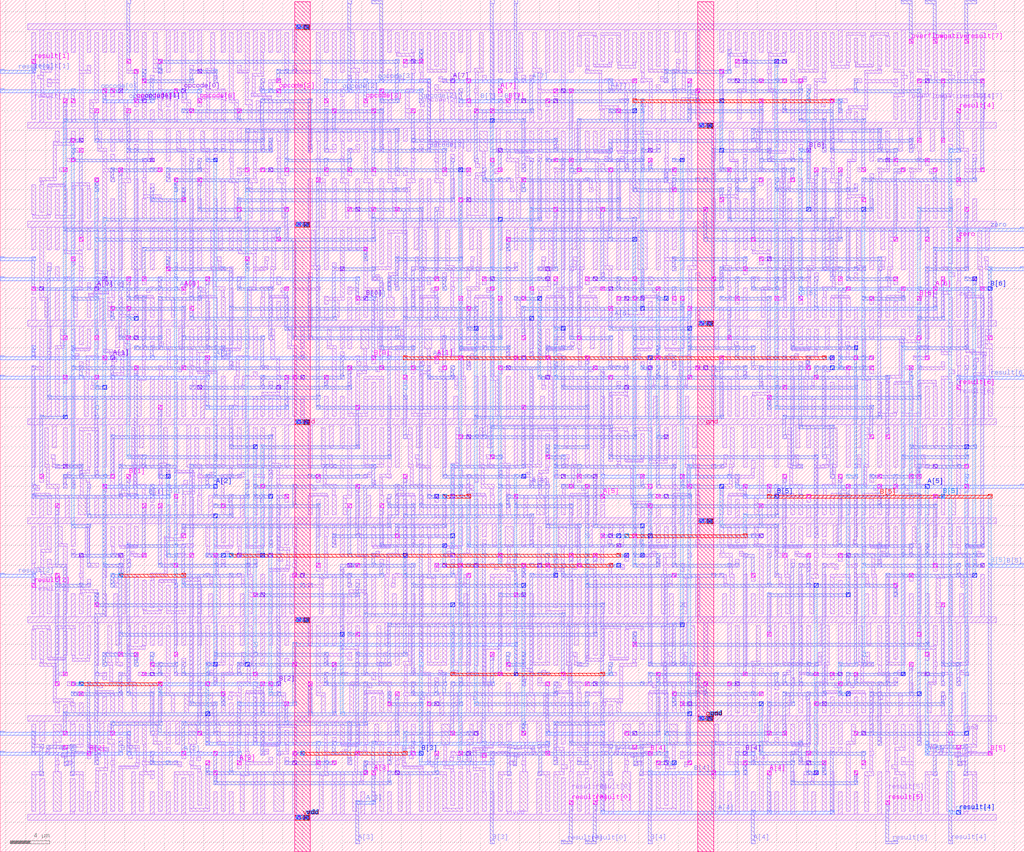
<source format=lef>
VERSION 5.7 ;
  NOWIREEXTENSIONATPIN ON ;
  DIVIDERCHAR "/" ;
  BUSBITCHARS "[]" ;
MACRO ALU
  CLASS BLOCK ;
  FOREIGN ALU ;
  ORIGIN 2.600 3.000 ;
  SIZE 103.600 BY 86.200 ;
  PIN vdd
    USE POWER ;
    PORT
      LAYER metal1 ;
        RECT 0.200 80.200 98.200 80.800 ;
        RECT 1.400 76.500 1.800 80.200 ;
        RECT 3.800 77.900 4.200 80.200 ;
        RECT 4.600 77.900 5.000 80.200 ;
        RECT 6.200 77.900 6.600 80.200 ;
        RECT 7.800 77.900 8.200 80.200 ;
        RECT 8.600 77.900 9.000 80.200 ;
        RECT 10.200 77.900 10.600 80.200 ;
        RECT 11.000 77.900 11.400 80.200 ;
        RECT 14.200 75.900 14.600 80.200 ;
        RECT 15.000 77.900 15.400 80.200 ;
        RECT 16.600 77.900 17.000 80.200 ;
        RECT 17.400 75.900 17.800 80.200 ;
        RECT 19.800 77.900 20.200 80.200 ;
        RECT 21.400 77.900 21.800 80.200 ;
        RECT 23.000 76.100 23.400 80.200 ;
        RECT 24.600 77.900 25.000 80.200 ;
        RECT 25.400 77.900 25.800 80.200 ;
        RECT 27.000 77.900 27.400 80.200 ;
        RECT 30.200 77.900 30.600 80.200 ;
        RECT 31.800 75.900 32.200 80.200 ;
        RECT 34.200 75.900 34.600 80.200 ;
        RECT 35.800 75.900 36.200 80.200 ;
        RECT 36.600 77.900 37.000 80.200 ;
        RECT 38.200 78.100 38.600 80.200 ;
        RECT 41.400 76.500 41.800 80.200 ;
        RECT 43.800 77.900 44.200 80.200 ;
        RECT 44.600 75.900 45.000 80.200 ;
        RECT 47.800 75.900 48.200 80.200 ;
        RECT 48.600 75.900 49.000 80.200 ;
        RECT 52.600 75.900 53.000 80.200 ;
        RECT 53.400 75.900 53.800 80.200 ;
        RECT 55.000 75.900 55.400 80.200 ;
        RECT 60.600 76.900 61.000 80.200 ;
        RECT 63.800 76.500 64.200 80.200 ;
        RECT 65.700 77.900 66.100 80.200 ;
        RECT 67.800 75.900 68.200 80.200 ;
        RECT 70.200 77.900 70.600 80.200 ;
        RECT 71.800 78.100 72.200 80.200 ;
        RECT 74.200 77.900 74.600 80.200 ;
        RECT 75.800 78.100 76.200 80.200 ;
        RECT 77.400 77.900 77.800 80.200 ;
        RECT 79.000 76.500 79.400 80.200 ;
        RECT 82.200 76.900 82.600 80.200 ;
        RECT 88.600 76.500 89.000 80.200 ;
        RECT 91.000 76.500 91.400 80.200 ;
        RECT 93.400 76.500 93.800 80.200 ;
        RECT 95.800 76.500 96.200 80.200 ;
        RECT 5.400 60.800 5.800 64.100 ;
        RECT 7.000 60.800 7.400 63.100 ;
        RECT 8.600 60.800 9.000 63.100 ;
        RECT 11.000 60.800 11.400 65.100 ;
        RECT 12.600 60.800 13.000 62.900 ;
        RECT 14.200 60.800 14.600 63.100 ;
        RECT 15.000 60.800 15.400 63.100 ;
        RECT 16.600 60.800 17.000 63.100 ;
        RECT 17.400 60.800 17.800 63.100 ;
        RECT 19.000 60.800 19.400 63.100 ;
        RECT 19.800 60.800 20.200 65.100 ;
        RECT 23.800 60.800 24.200 65.100 ;
        RECT 24.600 60.800 25.000 65.100 ;
        RECT 28.600 60.800 29.000 65.100 ;
        RECT 31.000 60.800 31.400 65.100 ;
        RECT 33.400 60.800 33.800 65.100 ;
        RECT 35.800 60.800 36.200 65.100 ;
        RECT 39.800 60.800 40.200 65.100 ;
        RECT 40.600 60.800 41.000 65.100 ;
        RECT 43.000 60.800 43.400 65.100 ;
        RECT 47.000 60.800 47.400 64.500 ;
        RECT 48.900 60.800 49.300 63.100 ;
        RECT 51.000 60.800 51.400 65.100 ;
        RECT 51.800 60.800 52.200 65.100 ;
        RECT 55.000 60.800 55.400 64.500 ;
        RECT 56.900 60.800 57.300 63.100 ;
        RECT 59.000 60.800 59.400 65.100 ;
        RECT 59.800 60.800 60.200 65.100 ;
        RECT 63.000 60.800 63.400 65.100 ;
        RECT 63.800 60.800 64.200 65.100 ;
        RECT 66.200 60.800 66.600 65.100 ;
        RECT 69.400 60.800 69.800 63.100 ;
        RECT 71.000 60.800 71.400 62.900 ;
        RECT 72.600 60.800 73.000 63.100 ;
        RECT 74.200 60.800 74.600 63.100 ;
        RECT 75.000 60.800 75.400 65.100 ;
        RECT 77.100 60.800 77.500 63.100 ;
        RECT 78.200 60.800 78.600 65.100 ;
        RECT 80.600 60.800 81.000 65.100 ;
        RECT 83.800 60.800 84.200 62.900 ;
        RECT 85.400 60.800 85.800 63.100 ;
        RECT 87.800 60.800 88.200 64.500 ;
        RECT 91.000 60.800 91.400 64.500 ;
        RECT 93.400 60.800 93.800 63.100 ;
        RECT 94.200 60.800 94.600 63.100 ;
        RECT 95.800 60.800 96.200 63.100 ;
        RECT 0.200 60.200 98.200 60.800 ;
        RECT 0.600 57.900 1.000 60.200 ;
        RECT 2.200 57.900 2.600 60.200 ;
        RECT 3.000 57.900 3.400 60.200 ;
        RECT 4.600 58.100 5.000 60.200 ;
        RECT 6.200 57.900 6.600 60.200 ;
        RECT 7.800 56.100 8.200 60.200 ;
        RECT 9.400 55.900 9.800 60.200 ;
        RECT 12.600 55.900 13.000 60.200 ;
        RECT 13.400 57.900 13.800 60.200 ;
        RECT 15.000 57.900 15.400 60.200 ;
        RECT 15.800 55.900 16.200 60.200 ;
        RECT 17.400 55.900 17.800 60.200 ;
        RECT 19.500 57.900 19.900 60.200 ;
        RECT 20.600 57.900 21.000 60.200 ;
        RECT 22.200 58.100 22.600 60.200 ;
        RECT 24.100 57.900 24.500 60.200 ;
        RECT 26.200 55.900 26.600 60.200 ;
        RECT 30.200 55.900 30.600 60.200 ;
        RECT 31.000 57.900 31.400 60.200 ;
        RECT 32.600 57.900 33.000 60.200 ;
        RECT 33.400 57.900 33.800 60.200 ;
        RECT 35.800 56.500 36.200 60.200 ;
        RECT 39.300 57.900 39.700 60.200 ;
        RECT 41.400 55.900 41.800 60.200 ;
        RECT 43.800 55.900 44.200 60.200 ;
        RECT 44.900 57.900 45.300 60.200 ;
        RECT 47.000 55.900 47.400 60.200 ;
        RECT 47.800 57.900 48.200 60.200 ;
        RECT 49.400 57.900 49.800 60.200 ;
        RECT 51.000 57.900 51.400 60.200 ;
        RECT 52.100 57.900 52.500 60.200 ;
        RECT 54.200 55.900 54.600 60.200 ;
        RECT 55.300 57.900 55.700 60.200 ;
        RECT 57.400 55.900 57.800 60.200 ;
        RECT 59.800 55.900 60.200 60.200 ;
        RECT 60.600 55.900 61.000 60.200 ;
        RECT 63.800 55.900 64.200 60.200 ;
        RECT 65.400 57.900 65.800 60.200 ;
        RECT 66.200 55.900 66.600 60.200 ;
        RECT 71.800 55.900 72.200 60.200 ;
        RECT 72.600 57.900 73.000 60.200 ;
        RECT 74.200 58.100 74.600 60.200 ;
        RECT 75.800 55.900 76.200 60.200 ;
        RECT 78.200 55.900 78.600 60.200 ;
        RECT 80.900 57.900 81.300 60.200 ;
        RECT 83.000 55.900 83.400 60.200 ;
        RECT 85.400 55.900 85.800 60.200 ;
        RECT 86.500 57.900 86.900 60.200 ;
        RECT 88.600 55.900 89.000 60.200 ;
        RECT 90.200 57.900 90.600 60.200 ;
        RECT 91.800 55.900 92.200 60.200 ;
        RECT 93.400 56.500 93.800 60.200 ;
        RECT 95.000 55.900 95.400 60.200 ;
        RECT 97.100 57.900 97.500 60.200 ;
        RECT 0.600 40.800 1.000 45.100 ;
        RECT 2.200 40.800 2.600 43.100 ;
        RECT 3.800 40.800 4.200 43.100 ;
        RECT 4.600 40.800 5.000 45.100 ;
        RECT 6.700 40.800 7.100 43.100 ;
        RECT 7.800 40.800 8.200 43.100 ;
        RECT 9.400 40.800 9.800 44.900 ;
        RECT 12.600 40.800 13.000 45.100 ;
        RECT 15.000 40.800 15.400 44.500 ;
        RECT 17.700 40.800 18.100 45.100 ;
        RECT 19.800 40.800 20.200 45.100 ;
        RECT 21.900 40.800 22.300 43.100 ;
        RECT 23.000 40.800 23.400 43.100 ;
        RECT 24.600 40.800 25.000 42.900 ;
        RECT 26.200 40.800 26.600 43.100 ;
        RECT 27.800 40.800 28.200 43.100 ;
        RECT 30.200 40.800 30.600 43.100 ;
        RECT 31.800 40.800 32.200 43.100 ;
        RECT 35.000 40.800 35.400 44.500 ;
        RECT 36.600 40.800 37.000 43.100 ;
        RECT 38.200 40.800 38.600 43.100 ;
        RECT 41.400 40.800 41.800 44.500 ;
        RECT 43.300 40.800 43.700 43.100 ;
        RECT 45.400 40.800 45.800 45.100 ;
        RECT 46.200 40.800 46.600 45.100 ;
        RECT 48.600 40.800 49.000 45.100 ;
        RECT 51.000 40.800 51.400 45.100 ;
        RECT 52.100 40.800 52.500 43.100 ;
        RECT 54.200 40.800 54.600 45.100 ;
        RECT 56.600 40.800 57.000 44.500 ;
        RECT 58.200 40.800 58.600 43.100 ;
        RECT 59.800 40.800 60.200 42.900 ;
        RECT 61.400 40.800 61.800 45.100 ;
        RECT 63.500 40.800 63.900 43.100 ;
        RECT 64.600 40.800 65.000 45.100 ;
        RECT 66.700 40.800 67.100 43.100 ;
        RECT 70.200 40.800 70.600 44.500 ;
        RECT 72.600 40.800 73.000 43.100 ;
        RECT 74.200 40.800 74.600 42.900 ;
        RECT 75.800 40.800 76.200 45.100 ;
        RECT 77.400 40.800 77.800 45.100 ;
        RECT 79.500 40.800 79.900 43.100 ;
        RECT 81.400 40.800 81.800 44.500 ;
        RECT 83.800 40.800 84.200 45.100 ;
        RECT 91.000 40.800 91.400 44.100 ;
        RECT 93.400 40.800 93.800 44.500 ;
        RECT 95.000 40.800 95.400 43.100 ;
        RECT 96.600 40.800 97.000 44.900 ;
        RECT 0.200 40.200 98.200 40.800 ;
        RECT 0.600 35.900 1.000 40.200 ;
        RECT 2.700 37.900 3.100 40.200 ;
        RECT 4.600 36.500 5.000 40.200 ;
        RECT 7.800 35.900 8.200 40.200 ;
        RECT 9.400 35.900 9.800 40.200 ;
        RECT 11.500 37.900 11.900 40.200 ;
        RECT 12.600 35.900 13.000 40.200 ;
        RECT 16.300 35.900 16.700 40.200 ;
        RECT 19.000 36.500 19.400 40.200 ;
        RECT 22.200 36.500 22.600 40.200 ;
        RECT 26.200 35.900 26.600 40.200 ;
        RECT 28.600 35.900 29.000 40.200 ;
        RECT 30.700 37.900 31.100 40.200 ;
        RECT 31.800 37.900 32.200 40.200 ;
        RECT 33.400 37.900 33.800 40.200 ;
        RECT 35.000 36.500 35.400 40.200 ;
        RECT 37.400 35.900 37.800 40.200 ;
        RECT 39.500 37.900 39.900 40.200 ;
        RECT 41.400 37.900 41.800 40.200 ;
        RECT 42.200 35.900 42.600 40.200 ;
        RECT 44.600 35.900 45.000 40.200 ;
        RECT 46.700 37.900 47.100 40.200 ;
        RECT 49.400 35.900 49.800 40.200 ;
        RECT 51.000 36.500 51.400 40.200 ;
        RECT 54.500 37.900 54.900 40.200 ;
        RECT 56.600 35.900 57.000 40.200 ;
        RECT 58.200 37.900 58.600 40.200 ;
        RECT 63.800 36.900 64.200 40.200 ;
        RECT 65.400 35.900 65.800 40.200 ;
        RECT 67.500 37.900 67.900 40.200 ;
        RECT 70.500 37.900 70.900 40.200 ;
        RECT 72.600 35.900 73.000 40.200 ;
        RECT 73.400 37.900 73.800 40.200 ;
        RECT 75.000 37.900 75.400 40.200 ;
        RECT 75.800 35.900 76.200 40.200 ;
        RECT 77.900 37.900 78.300 40.200 ;
        RECT 79.000 37.900 79.400 40.200 ;
        RECT 80.900 37.900 81.300 40.200 ;
        RECT 83.000 35.900 83.400 40.200 ;
        RECT 84.100 37.900 84.500 40.200 ;
        RECT 86.200 35.900 86.600 40.200 ;
        RECT 87.800 35.900 88.200 40.200 ;
        RECT 88.600 35.900 89.000 40.200 ;
        RECT 90.700 37.900 91.100 40.200 ;
        RECT 91.800 37.900 92.200 40.200 ;
        RECT 93.400 37.900 93.800 40.200 ;
        RECT 95.000 37.900 95.400 40.200 ;
        RECT 1.400 20.800 1.800 24.500 ;
        RECT 3.000 20.800 3.400 23.100 ;
        RECT 4.600 20.800 5.000 23.100 ;
        RECT 6.200 20.800 6.600 22.900 ;
        RECT 7.800 20.800 8.200 23.100 ;
        RECT 8.900 20.800 9.300 23.100 ;
        RECT 11.000 20.800 11.400 25.100 ;
        RECT 16.600 20.800 17.000 24.100 ;
        RECT 18.500 20.800 18.900 23.100 ;
        RECT 20.600 20.800 21.000 25.100 ;
        RECT 21.700 20.800 22.100 23.100 ;
        RECT 23.800 20.800 24.200 25.100 ;
        RECT 25.900 20.800 26.300 25.100 ;
        RECT 31.000 20.800 31.400 25.100 ;
        RECT 31.800 20.800 32.200 23.100 ;
        RECT 33.400 20.800 33.800 22.900 ;
        RECT 35.000 20.800 35.400 25.100 ;
        RECT 37.100 20.800 37.500 23.100 ;
        RECT 39.000 20.800 39.400 23.100 ;
        RECT 39.800 20.800 40.200 25.100 ;
        RECT 42.200 20.800 42.600 25.100 ;
        RECT 44.300 20.800 44.700 23.100 ;
        RECT 46.200 20.800 46.600 23.100 ;
        RECT 47.800 20.800 48.200 24.500 ;
        RECT 51.000 20.800 51.400 23.100 ;
        RECT 55.000 20.800 55.400 24.500 ;
        RECT 57.400 20.800 57.800 24.500 ;
        RECT 60.600 20.800 61.000 24.500 ;
        RECT 63.000 20.800 63.400 25.100 ;
        RECT 65.100 20.800 65.500 23.100 ;
        RECT 67.800 20.800 68.200 25.100 ;
        RECT 70.500 20.800 70.900 23.100 ;
        RECT 72.600 20.800 73.000 25.100 ;
        RECT 73.400 20.800 73.800 23.100 ;
        RECT 75.000 20.800 75.400 23.100 ;
        RECT 76.100 20.800 76.500 23.100 ;
        RECT 78.200 20.800 78.600 25.100 ;
        RECT 80.600 20.800 81.000 25.100 ;
        RECT 82.200 20.800 82.600 24.500 ;
        RECT 84.900 20.800 85.300 23.100 ;
        RECT 87.000 20.800 87.400 25.100 ;
        RECT 88.600 20.800 89.000 25.100 ;
        RECT 89.400 20.800 89.800 23.100 ;
        RECT 91.000 20.800 91.400 23.100 ;
        RECT 93.400 20.800 93.800 25.100 ;
        RECT 94.500 20.800 94.900 23.100 ;
        RECT 96.600 20.800 97.000 25.100 ;
        RECT 0.200 20.200 98.200 20.800 ;
        RECT 5.400 16.900 5.800 20.200 ;
        RECT 7.000 15.900 7.400 20.200 ;
        RECT 9.100 17.900 9.500 20.200 ;
        RECT 11.000 18.100 11.400 20.200 ;
        RECT 12.600 17.900 13.000 20.200 ;
        RECT 13.400 17.900 13.800 20.200 ;
        RECT 15.000 17.900 15.400 20.200 ;
        RECT 15.800 17.900 16.200 20.200 ;
        RECT 17.400 17.900 17.800 20.200 ;
        RECT 19.000 16.500 19.400 20.200 ;
        RECT 21.700 17.900 22.100 20.200 ;
        RECT 23.800 15.900 24.200 20.200 ;
        RECT 24.600 17.900 25.000 20.200 ;
        RECT 26.200 17.900 26.600 20.200 ;
        RECT 28.600 17.900 29.000 20.200 ;
        RECT 30.200 17.900 30.600 20.200 ;
        RECT 31.000 17.900 31.400 20.200 ;
        RECT 32.600 18.100 33.000 20.200 ;
        RECT 34.200 15.900 34.600 20.200 ;
        RECT 36.300 17.900 36.700 20.200 ;
        RECT 37.400 15.900 37.800 20.200 ;
        RECT 41.400 16.500 41.800 20.200 ;
        RECT 43.800 16.500 44.200 20.200 ;
        RECT 47.000 18.100 47.400 20.200 ;
        RECT 48.600 17.900 49.000 20.200 ;
        RECT 51.800 16.500 52.200 20.200 ;
        RECT 53.400 15.900 53.800 20.200 ;
        RECT 55.500 17.900 55.900 20.200 ;
        RECT 57.400 16.900 57.800 20.200 ;
        RECT 63.000 15.900 63.400 20.200 ;
        RECT 65.100 17.900 65.500 20.200 ;
        RECT 66.500 17.900 66.900 20.200 ;
        RECT 68.600 15.900 69.000 20.200 ;
        RECT 71.000 15.900 71.400 20.200 ;
        RECT 72.600 15.900 73.000 20.200 ;
        RECT 75.800 15.900 76.200 20.200 ;
        RECT 77.400 16.500 77.800 20.200 ;
        RECT 80.100 17.900 80.500 20.200 ;
        RECT 82.200 15.900 82.600 20.200 ;
        RECT 83.000 15.900 83.400 20.200 ;
        RECT 85.100 17.900 85.500 20.200 ;
        RECT 87.800 16.500 88.200 20.200 ;
        RECT 89.400 17.900 89.800 20.200 ;
        RECT 91.000 18.100 91.400 20.200 ;
        RECT 94.200 16.500 94.600 20.200 ;
        RECT 1.400 0.800 1.900 4.400 ;
        RECT 4.500 1.100 5.000 4.400 ;
        RECT 4.500 0.800 4.900 1.100 ;
        RECT 6.200 0.800 6.600 3.100 ;
        RECT 7.800 0.800 8.200 4.900 ;
        RECT 10.700 0.800 11.100 5.100 ;
        RECT 12.600 0.800 13.000 3.100 ;
        RECT 14.200 0.800 14.600 3.100 ;
        RECT 15.800 0.800 16.200 4.500 ;
        RECT 19.000 0.800 19.400 3.100 ;
        RECT 20.600 0.800 21.000 3.100 ;
        RECT 23.000 0.800 23.400 5.100 ;
        RECT 23.800 0.800 24.200 5.100 ;
        RECT 27.000 0.800 27.400 5.100 ;
        RECT 31.000 0.800 31.400 5.100 ;
        RECT 31.800 0.800 32.200 5.100 ;
        RECT 33.900 0.800 34.300 3.100 ;
        RECT 35.000 0.800 35.400 3.100 ;
        RECT 36.600 0.800 37.000 3.100 ;
        RECT 38.500 0.800 38.900 5.100 ;
        RECT 41.400 0.800 41.800 4.500 ;
        RECT 45.400 0.800 45.800 4.900 ;
        RECT 47.000 0.800 47.400 3.100 ;
        RECT 48.600 1.100 49.100 4.400 ;
        RECT 48.700 0.800 49.100 1.100 ;
        RECT 51.700 0.800 52.200 4.400 ;
        RECT 54.200 0.800 54.600 4.500 ;
        RECT 56.600 0.800 57.000 4.500 ;
        RECT 59.000 0.800 59.500 4.400 ;
        RECT 62.100 1.100 62.600 4.400 ;
        RECT 62.100 0.800 62.500 1.100 ;
        RECT 66.200 0.800 66.600 4.500 ;
        RECT 69.400 0.800 69.800 3.100 ;
        RECT 71.000 0.800 71.400 3.100 ;
        RECT 71.800 0.800 72.200 5.100 ;
        RECT 73.400 0.800 73.800 3.100 ;
        RECT 75.000 0.800 75.400 3.100 ;
        RECT 75.800 0.800 76.200 3.100 ;
        RECT 77.400 0.800 77.800 5.100 ;
        RECT 79.500 0.800 79.900 3.100 ;
        RECT 81.400 0.800 81.800 5.100 ;
        RECT 82.200 0.800 82.600 3.100 ;
        RECT 83.800 0.800 84.200 3.100 ;
        RECT 86.200 0.800 86.600 5.100 ;
        RECT 87.800 0.800 88.200 4.500 ;
        RECT 90.200 0.800 90.600 3.100 ;
        RECT 91.800 0.800 92.300 4.400 ;
        RECT 94.900 1.100 95.400 4.400 ;
        RECT 94.900 0.800 95.300 1.100 ;
        RECT 0.200 0.200 98.200 0.800 ;
      LAYER via1 ;
        RECT 27.400 80.300 27.800 80.700 ;
        RECT 28.100 80.300 28.500 80.700 ;
        RECT 27.400 60.300 27.800 60.700 ;
        RECT 28.100 60.300 28.500 60.700 ;
        RECT 27.400 40.300 27.800 40.700 ;
        RECT 28.100 40.300 28.500 40.700 ;
        RECT 27.400 20.300 27.800 20.700 ;
        RECT 28.100 20.300 28.500 20.700 ;
        RECT 27.400 0.300 27.800 0.700 ;
        RECT 28.100 0.300 28.500 0.700 ;
      LAYER metal2 ;
        RECT 27.200 80.300 28.800 80.700 ;
        RECT 27.200 60.300 28.800 60.700 ;
        RECT 27.200 40.300 28.800 40.700 ;
        RECT 27.200 20.300 28.800 20.700 ;
        RECT 27.200 0.300 28.800 0.700 ;
      LAYER via2 ;
        RECT 27.400 80.300 27.800 80.700 ;
        RECT 28.100 80.300 28.500 80.700 ;
        RECT 27.400 60.300 27.800 60.700 ;
        RECT 28.100 60.300 28.500 60.700 ;
        RECT 27.400 40.300 27.800 40.700 ;
        RECT 28.100 40.300 28.500 40.700 ;
        RECT 27.400 20.300 27.800 20.700 ;
        RECT 28.100 20.300 28.500 20.700 ;
        RECT 27.400 0.300 27.800 0.700 ;
        RECT 28.100 0.300 28.500 0.700 ;
      LAYER metal3 ;
        RECT 27.200 80.300 28.800 80.700 ;
        RECT 27.200 60.300 28.800 60.700 ;
        RECT 27.200 40.300 28.800 40.700 ;
        RECT 27.200 20.300 28.800 20.700 ;
        RECT 27.200 0.300 28.800 0.700 ;
      LAYER via3 ;
        RECT 27.400 80.300 27.800 80.700 ;
        RECT 28.200 80.300 28.600 80.700 ;
        RECT 27.400 60.300 27.800 60.700 ;
        RECT 28.200 60.300 28.600 60.700 ;
        RECT 27.400 40.300 27.800 40.700 ;
        RECT 28.200 40.300 28.600 40.700 ;
        RECT 27.400 20.300 27.800 20.700 ;
        RECT 28.200 20.300 28.600 20.700 ;
        RECT 27.400 0.300 27.800 0.700 ;
        RECT 28.200 0.300 28.600 0.700 ;
      LAYER metal4 ;
        RECT 27.200 80.300 28.800 80.700 ;
        RECT 27.200 60.300 28.800 60.700 ;
        RECT 27.200 40.300 28.800 40.700 ;
        RECT 27.200 20.300 28.800 20.700 ;
        RECT 27.200 0.300 28.800 0.700 ;
      LAYER via4 ;
        RECT 27.400 80.300 27.800 80.700 ;
        RECT 28.100 80.300 28.500 80.700 ;
        RECT 27.400 60.300 27.800 60.700 ;
        RECT 28.100 60.300 28.500 60.700 ;
        RECT 27.400 40.300 27.800 40.700 ;
        RECT 28.100 40.300 28.500 40.700 ;
        RECT 27.400 20.300 27.800 20.700 ;
        RECT 28.100 20.300 28.500 20.700 ;
        RECT 27.400 0.300 27.800 0.700 ;
        RECT 28.100 0.300 28.500 0.700 ;
      LAYER metal5 ;
        RECT 27.200 80.200 28.800 80.700 ;
        RECT 27.200 60.200 28.800 60.700 ;
        RECT 27.200 40.200 28.800 40.700 ;
        RECT 27.200 20.200 28.800 20.700 ;
        RECT 27.200 0.200 28.800 0.700 ;
      LAYER via5 ;
        RECT 28.200 80.200 28.700 80.700 ;
        RECT 28.200 60.200 28.700 60.700 ;
        RECT 28.200 40.200 28.700 40.700 ;
        RECT 28.200 20.200 28.700 20.700 ;
        RECT 28.200 0.200 28.700 0.700 ;
      LAYER metal6 ;
        RECT 27.200 -3.000 28.800 83.000 ;
    END
  END vdd
  PIN gnd
    USE GROUND ;
    PORT
      LAYER metal1 ;
        RECT 1.400 70.800 1.800 73.100 ;
        RECT 3.800 70.800 4.200 72.100 ;
        RECT 4.600 70.800 5.000 72.100 ;
        RECT 7.800 70.800 8.200 73.100 ;
        RECT 8.600 70.800 9.000 73.100 ;
        RECT 11.000 70.800 11.400 72.100 ;
        RECT 12.600 70.800 13.000 72.100 ;
        RECT 14.200 70.800 14.600 72.100 ;
        RECT 15.000 70.800 15.400 73.100 ;
        RECT 17.400 70.800 17.800 72.100 ;
        RECT 19.000 70.800 19.400 72.100 ;
        RECT 19.800 70.800 20.200 73.100 ;
        RECT 23.300 70.800 23.700 73.000 ;
        RECT 25.400 70.800 25.800 73.100 ;
        RECT 30.200 70.800 30.600 72.100 ;
        RECT 31.800 70.800 32.200 73.100 ;
        RECT 32.600 70.800 33.000 72.100 ;
        RECT 34.200 70.800 34.600 72.100 ;
        RECT 35.800 70.800 36.200 73.100 ;
        RECT 36.600 70.800 37.000 74.100 ;
        RECT 39.800 70.800 40.200 72.100 ;
        RECT 41.900 70.800 42.300 73.100 ;
        RECT 43.800 70.800 44.200 72.100 ;
        RECT 44.600 70.800 45.000 72.100 ;
        RECT 46.200 70.800 46.600 72.100 ;
        RECT 47.800 70.800 48.200 73.100 ;
        RECT 48.600 70.800 49.000 72.100 ;
        RECT 50.200 70.800 50.600 72.100 ;
        RECT 51.000 70.800 51.400 72.100 ;
        RECT 52.600 70.800 53.000 72.100 ;
        RECT 53.400 70.800 53.800 73.100 ;
        RECT 55.000 70.800 55.400 73.100 ;
        RECT 59.000 70.800 59.400 71.900 ;
        RECT 60.600 70.800 61.000 72.100 ;
        RECT 62.200 70.800 62.600 72.100 ;
        RECT 64.300 70.800 64.700 73.100 ;
        RECT 67.000 70.800 67.400 72.700 ;
        RECT 70.200 70.800 70.600 74.100 ;
        RECT 74.200 70.800 74.600 72.100 ;
        RECT 77.400 70.800 77.800 74.100 ;
        RECT 78.500 70.800 78.900 73.100 ;
        RECT 80.600 70.800 81.000 72.100 ;
        RECT 82.200 70.800 82.600 72.100 ;
        RECT 83.800 70.800 84.200 71.900 ;
        RECT 88.600 70.800 89.000 73.100 ;
        RECT 91.000 70.800 91.400 73.100 ;
        RECT 93.400 70.800 93.800 73.100 ;
        RECT 95.800 70.800 96.200 73.100 ;
        RECT 0.200 70.200 98.200 70.800 ;
        RECT 3.800 69.100 4.200 70.200 ;
        RECT 5.400 68.900 5.800 70.200 ;
        RECT 8.600 67.900 9.000 70.200 ;
        RECT 9.400 68.900 9.800 70.200 ;
        RECT 11.000 68.900 11.400 70.200 ;
        RECT 14.200 66.900 14.600 70.200 ;
        RECT 16.600 67.900 17.000 70.200 ;
        RECT 19.000 67.900 19.400 70.200 ;
        RECT 19.800 68.900 20.200 70.200 ;
        RECT 21.400 68.900 21.800 70.200 ;
        RECT 22.200 68.900 22.600 70.200 ;
        RECT 23.800 68.900 24.200 70.200 ;
        RECT 24.600 68.900 25.000 70.200 ;
        RECT 26.200 68.900 26.600 70.200 ;
        RECT 28.600 68.900 29.000 70.200 ;
        RECT 30.200 68.900 30.600 70.200 ;
        RECT 31.000 68.900 31.400 70.200 ;
        RECT 32.600 68.900 33.000 70.200 ;
        RECT 33.400 68.900 33.800 70.200 ;
        RECT 35.000 68.900 35.400 70.200 ;
        RECT 35.800 68.900 36.200 70.200 ;
        RECT 37.400 68.900 37.800 70.200 ;
        RECT 38.200 68.900 38.600 70.200 ;
        RECT 39.800 68.900 40.200 70.200 ;
        RECT 40.600 68.900 41.000 70.200 ;
        RECT 42.200 68.900 42.600 70.200 ;
        RECT 43.000 67.900 43.400 70.200 ;
        RECT 44.600 67.900 45.000 70.200 ;
        RECT 47.600 67.900 48.000 70.200 ;
        RECT 50.200 68.300 50.600 70.200 ;
        RECT 51.800 67.900 52.200 70.200 ;
        RECT 53.400 68.900 53.800 70.200 ;
        RECT 55.500 67.900 55.900 70.200 ;
        RECT 58.200 68.300 58.600 70.200 ;
        RECT 60.600 68.300 61.000 70.200 ;
        RECT 63.800 68.900 64.200 70.200 ;
        RECT 65.400 68.900 65.800 70.200 ;
        RECT 66.200 67.900 66.600 70.200 ;
        RECT 69.400 66.900 69.800 70.200 ;
        RECT 72.600 67.900 73.000 70.200 ;
        RECT 75.800 68.300 76.200 70.200 ;
        RECT 78.200 68.900 78.600 70.200 ;
        RECT 79.800 68.900 80.200 70.200 ;
        RECT 80.600 68.900 81.000 70.200 ;
        RECT 82.200 68.900 82.600 70.200 ;
        RECT 85.400 66.900 85.800 70.200 ;
        RECT 86.200 68.900 86.600 70.200 ;
        RECT 88.300 67.900 88.700 70.200 ;
        RECT 89.400 68.900 89.800 70.200 ;
        RECT 91.500 67.900 91.900 70.200 ;
        RECT 93.400 68.900 93.800 70.200 ;
        RECT 95.800 67.900 96.200 70.200 ;
        RECT 0.600 50.800 1.000 53.100 ;
        RECT 3.000 50.800 3.400 54.100 ;
        RECT 7.500 50.800 7.900 53.000 ;
        RECT 11.800 50.800 12.200 52.700 ;
        RECT 13.400 50.800 13.800 53.100 ;
        RECT 15.800 50.800 16.200 53.100 ;
        RECT 18.200 50.800 18.600 52.700 ;
        RECT 20.600 50.800 21.000 54.100 ;
        RECT 25.400 50.800 25.800 52.700 ;
        RECT 28.600 50.800 29.000 52.100 ;
        RECT 30.200 50.800 30.600 52.100 ;
        RECT 32.600 50.800 33.000 53.100 ;
        RECT 33.400 50.800 33.800 52.100 ;
        RECT 35.200 50.800 35.600 53.100 ;
        RECT 38.200 50.800 38.600 53.100 ;
        RECT 40.600 50.800 41.000 52.700 ;
        RECT 42.200 50.800 42.600 52.100 ;
        RECT 43.800 50.800 44.200 52.100 ;
        RECT 46.200 50.800 46.600 52.700 ;
        RECT 47.800 50.800 48.200 52.100 ;
        RECT 51.000 50.800 51.400 53.100 ;
        RECT 53.400 50.800 53.800 52.700 ;
        RECT 56.600 50.800 57.000 52.700 ;
        RECT 58.200 50.800 58.600 52.100 ;
        RECT 59.800 50.800 60.200 52.100 ;
        RECT 63.000 50.800 63.400 52.700 ;
        RECT 65.400 50.800 65.800 52.100 ;
        RECT 66.200 50.800 66.600 52.100 ;
        RECT 67.800 50.800 68.200 52.100 ;
        RECT 70.200 50.800 70.600 52.100 ;
        RECT 71.800 50.800 72.200 52.100 ;
        RECT 72.600 50.800 73.000 54.100 ;
        RECT 75.800 50.800 76.200 52.100 ;
        RECT 77.400 50.800 77.800 52.100 ;
        RECT 78.200 50.800 78.600 52.100 ;
        RECT 79.800 50.800 80.200 52.100 ;
        RECT 82.200 50.800 82.600 52.700 ;
        RECT 83.800 50.800 84.200 52.100 ;
        RECT 85.400 50.800 85.800 52.100 ;
        RECT 87.800 50.800 88.200 52.700 ;
        RECT 90.200 50.800 90.600 52.100 ;
        RECT 91.800 50.800 92.200 53.100 ;
        RECT 93.400 50.800 93.800 53.100 ;
        RECT 95.800 50.800 96.200 52.700 ;
        RECT 0.200 50.200 98.200 50.800 ;
        RECT 0.600 47.900 1.000 50.200 ;
        RECT 2.200 47.900 2.600 50.200 ;
        RECT 5.400 48.300 5.800 50.200 ;
        RECT 9.100 48.000 9.500 50.200 ;
        RECT 11.000 48.900 11.400 50.200 ;
        RECT 12.600 48.900 13.000 50.200 ;
        RECT 13.400 48.900 13.800 50.200 ;
        RECT 15.500 47.900 15.900 50.200 ;
        RECT 17.400 48.100 17.800 50.200 ;
        RECT 19.000 48.900 19.400 50.200 ;
        RECT 20.600 48.300 21.000 50.200 ;
        RECT 23.000 46.900 23.400 50.200 ;
        RECT 27.800 47.900 28.200 50.200 ;
        RECT 31.800 47.900 32.200 50.200 ;
        RECT 32.600 47.900 33.000 50.200 ;
        RECT 35.600 47.900 36.000 50.200 ;
        RECT 36.600 47.900 37.000 50.200 ;
        RECT 39.000 47.900 39.400 50.200 ;
        RECT 42.000 47.900 42.400 50.200 ;
        RECT 44.600 48.300 45.000 50.200 ;
        RECT 46.200 48.900 46.600 50.200 ;
        RECT 47.800 48.900 48.200 50.200 ;
        RECT 48.600 47.900 49.000 50.200 ;
        RECT 51.000 47.900 51.400 50.200 ;
        RECT 53.400 48.300 53.800 50.200 ;
        RECT 55.000 48.900 55.400 50.200 ;
        RECT 57.100 47.900 57.500 50.200 ;
        RECT 58.200 46.900 58.600 50.200 ;
        RECT 62.200 48.300 62.600 50.200 ;
        RECT 65.400 48.300 65.800 50.200 ;
        RECT 69.700 47.900 70.100 50.200 ;
        RECT 71.800 48.900 72.200 50.200 ;
        RECT 72.600 46.900 73.000 50.200 ;
        RECT 75.800 47.900 76.200 50.200 ;
        RECT 78.200 48.300 78.600 50.200 ;
        RECT 80.900 47.900 81.300 50.200 ;
        RECT 83.000 48.900 83.400 50.200 ;
        RECT 83.800 48.900 84.200 50.200 ;
        RECT 85.400 48.900 85.800 50.200 ;
        RECT 89.400 49.100 89.800 50.200 ;
        RECT 91.000 48.900 91.400 50.200 ;
        RECT 93.400 47.900 93.800 50.200 ;
        RECT 96.300 48.000 96.700 50.200 ;
        RECT 1.400 30.800 1.800 32.700 ;
        RECT 4.000 30.800 4.400 33.100 ;
        RECT 7.000 30.800 7.400 33.100 ;
        RECT 7.800 30.800 8.200 33.100 ;
        RECT 10.200 30.800 10.600 32.700 ;
        RECT 12.600 30.800 13.000 32.100 ;
        RECT 14.200 30.800 14.600 32.100 ;
        RECT 15.000 30.800 15.400 32.100 ;
        RECT 16.600 30.800 17.000 32.900 ;
        RECT 18.500 30.800 18.900 33.100 ;
        RECT 20.600 30.800 21.000 32.100 ;
        RECT 21.700 30.800 22.100 33.100 ;
        RECT 23.800 30.800 24.200 32.100 ;
        RECT 24.600 30.800 25.000 32.100 ;
        RECT 26.200 30.800 26.600 32.100 ;
        RECT 29.400 30.800 29.800 32.700 ;
        RECT 33.400 30.800 33.800 33.100 ;
        RECT 34.500 30.800 34.900 33.100 ;
        RECT 36.600 30.800 37.000 32.100 ;
        RECT 38.200 30.800 38.600 32.700 ;
        RECT 41.400 30.800 41.800 32.100 ;
        RECT 42.200 30.800 42.600 32.100 ;
        RECT 43.800 30.800 44.200 32.100 ;
        RECT 45.400 30.800 45.800 32.700 ;
        RECT 47.800 30.800 48.200 32.100 ;
        RECT 49.400 30.800 49.800 32.100 ;
        RECT 50.400 30.800 50.800 33.100 ;
        RECT 53.400 30.800 53.800 33.100 ;
        RECT 55.800 30.800 56.200 32.700 ;
        RECT 58.200 30.800 58.600 32.100 ;
        RECT 62.200 30.800 62.600 31.900 ;
        RECT 63.800 30.800 64.200 32.100 ;
        RECT 66.200 30.800 66.600 32.700 ;
        RECT 71.800 30.800 72.200 32.700 ;
        RECT 75.000 30.800 75.400 33.100 ;
        RECT 76.600 30.800 77.000 32.700 ;
        RECT 79.000 30.800 79.400 32.100 ;
        RECT 82.200 30.800 82.600 32.700 ;
        RECT 85.400 30.800 85.800 32.700 ;
        RECT 87.800 30.800 88.200 33.100 ;
        RECT 89.400 30.800 89.800 32.700 ;
        RECT 91.800 30.800 92.200 32.100 ;
        RECT 95.000 30.800 95.400 33.100 ;
        RECT 0.200 30.200 98.200 30.800 ;
        RECT 1.400 27.900 1.800 30.200 ;
        RECT 4.600 27.900 5.000 30.200 ;
        RECT 7.800 26.900 8.200 30.200 ;
        RECT 10.200 28.300 10.600 30.200 ;
        RECT 15.000 29.100 15.400 30.200 ;
        RECT 16.600 28.900 17.000 30.200 ;
        RECT 19.800 28.300 20.200 30.200 ;
        RECT 23.000 28.300 23.400 30.200 ;
        RECT 24.600 28.900 25.000 30.200 ;
        RECT 26.200 28.100 26.600 30.200 ;
        RECT 29.400 28.900 29.800 30.200 ;
        RECT 31.000 28.900 31.400 30.200 ;
        RECT 31.800 26.900 32.200 30.200 ;
        RECT 35.800 28.300 36.200 30.200 ;
        RECT 39.000 28.900 39.400 30.200 ;
        RECT 39.800 28.900 40.200 30.200 ;
        RECT 41.400 28.900 41.800 30.200 ;
        RECT 43.000 28.300 43.400 30.200 ;
        RECT 46.200 28.900 46.600 30.200 ;
        RECT 47.200 27.900 47.600 30.200 ;
        RECT 50.200 27.900 50.600 30.200 ;
        RECT 51.000 28.900 51.400 30.200 ;
        RECT 52.600 27.900 53.000 30.200 ;
        RECT 55.600 27.900 56.000 30.200 ;
        RECT 56.900 27.900 57.300 30.200 ;
        RECT 59.000 28.900 59.400 30.200 ;
        RECT 60.100 27.900 60.500 30.200 ;
        RECT 62.200 28.900 62.600 30.200 ;
        RECT 63.800 28.300 64.200 30.200 ;
        RECT 66.200 28.900 66.600 30.200 ;
        RECT 67.800 28.900 68.200 30.200 ;
        RECT 71.800 28.300 72.200 30.200 ;
        RECT 75.000 27.900 75.400 30.200 ;
        RECT 77.400 28.300 77.800 30.200 ;
        RECT 79.000 28.900 79.400 30.200 ;
        RECT 80.600 28.900 81.000 30.200 ;
        RECT 81.700 27.900 82.100 30.200 ;
        RECT 83.800 28.900 84.200 30.200 ;
        RECT 86.200 28.300 86.600 30.200 ;
        RECT 88.600 27.900 89.000 30.200 ;
        RECT 91.000 27.900 91.400 30.200 ;
        RECT 91.800 28.900 92.200 30.200 ;
        RECT 93.400 28.900 93.800 30.200 ;
        RECT 95.800 28.300 96.200 30.200 ;
        RECT 3.800 10.800 4.200 11.900 ;
        RECT 5.400 10.800 5.800 12.100 ;
        RECT 7.800 10.800 8.200 12.700 ;
        RECT 12.600 10.800 13.000 14.100 ;
        RECT 13.400 10.800 13.800 13.100 ;
        RECT 17.400 10.800 17.800 13.100 ;
        RECT 18.500 10.800 18.900 13.100 ;
        RECT 20.600 10.800 21.000 12.100 ;
        RECT 23.000 10.800 23.400 12.700 ;
        RECT 24.600 10.800 25.000 13.100 ;
        RECT 28.600 10.800 29.000 13.100 ;
        RECT 31.000 10.800 31.400 14.100 ;
        RECT 35.000 10.800 35.400 12.700 ;
        RECT 37.400 10.800 37.800 12.100 ;
        RECT 39.000 10.800 39.400 12.100 ;
        RECT 39.800 10.800 40.200 12.100 ;
        RECT 41.900 10.800 42.300 13.100 ;
        RECT 43.300 10.800 43.700 13.100 ;
        RECT 45.400 10.800 45.800 12.100 ;
        RECT 48.600 10.800 49.000 14.100 ;
        RECT 49.400 10.800 49.800 13.100 ;
        RECT 52.400 10.800 52.800 13.100 ;
        RECT 54.200 10.800 54.600 12.700 ;
        RECT 57.400 10.800 57.800 12.100 ;
        RECT 59.000 10.800 59.400 11.900 ;
        RECT 63.800 10.800 64.200 12.700 ;
        RECT 67.800 10.800 68.200 12.700 ;
        RECT 71.000 10.800 71.400 13.100 ;
        RECT 72.600 10.800 73.000 12.100 ;
        RECT 74.200 10.800 74.600 12.100 ;
        RECT 75.800 10.800 76.200 13.100 ;
        RECT 76.900 10.800 77.300 13.100 ;
        RECT 79.000 10.800 79.400 12.100 ;
        RECT 81.400 10.800 81.800 12.700 ;
        RECT 83.800 10.800 84.200 12.700 ;
        RECT 86.200 10.800 86.600 12.100 ;
        RECT 88.300 10.800 88.700 13.100 ;
        RECT 89.400 10.800 89.800 14.100 ;
        RECT 92.600 10.800 93.000 12.100 ;
        RECT 94.700 10.800 95.100 13.100 ;
        RECT 0.200 10.200 98.200 10.800 ;
        RECT 1.400 8.200 1.900 10.200 ;
        RECT 4.500 9.900 4.900 10.200 ;
        RECT 4.500 8.200 5.000 9.900 ;
        RECT 7.500 8.000 7.900 10.200 ;
        RECT 9.400 8.900 9.800 10.200 ;
        RECT 11.000 8.100 11.400 10.200 ;
        RECT 14.200 7.900 14.600 10.200 ;
        RECT 15.200 7.900 15.600 10.200 ;
        RECT 18.200 7.900 18.600 10.200 ;
        RECT 20.600 7.900 21.000 10.200 ;
        RECT 21.400 8.900 21.800 10.200 ;
        RECT 23.000 8.900 23.400 10.200 ;
        RECT 24.600 8.300 25.000 10.200 ;
        RECT 29.400 8.900 29.800 10.200 ;
        RECT 31.000 8.900 31.400 10.200 ;
        RECT 32.600 8.300 33.000 10.200 ;
        RECT 36.600 7.900 37.000 10.200 ;
        RECT 38.200 8.100 38.600 10.200 ;
        RECT 39.800 8.900 40.200 10.200 ;
        RECT 40.800 7.900 41.200 10.200 ;
        RECT 43.800 7.900 44.200 10.200 ;
        RECT 45.700 8.000 46.100 10.200 ;
        RECT 48.700 9.900 49.100 10.200 ;
        RECT 48.600 8.200 49.100 9.900 ;
        RECT 51.700 8.200 52.200 10.200 ;
        RECT 54.200 7.900 54.600 10.200 ;
        RECT 56.600 7.900 57.000 10.200 ;
        RECT 59.000 8.200 59.500 10.200 ;
        RECT 62.100 9.900 62.500 10.200 ;
        RECT 62.100 8.200 62.600 9.900 ;
        RECT 63.800 7.900 64.200 10.200 ;
        RECT 66.800 7.900 67.200 10.200 ;
        RECT 71.000 7.900 71.400 10.200 ;
        RECT 71.800 7.900 72.200 10.200 ;
        RECT 73.400 7.900 73.800 10.200 ;
        RECT 75.800 8.900 76.200 10.200 ;
        RECT 78.200 8.300 78.600 10.200 ;
        RECT 81.400 7.900 81.800 10.200 ;
        RECT 82.200 7.900 82.600 10.200 ;
        RECT 84.600 8.900 85.000 10.200 ;
        RECT 86.200 8.900 86.600 10.200 ;
        RECT 87.800 7.900 88.200 10.200 ;
        RECT 90.200 8.900 90.600 10.200 ;
        RECT 91.800 8.200 92.300 10.200 ;
        RECT 94.900 9.900 95.300 10.200 ;
        RECT 94.900 8.200 95.400 9.900 ;
      LAYER via1 ;
        RECT 68.200 70.300 68.600 70.700 ;
        RECT 68.900 70.300 69.300 70.700 ;
        RECT 68.200 50.300 68.600 50.700 ;
        RECT 68.900 50.300 69.300 50.700 ;
        RECT 68.200 30.300 68.600 30.700 ;
        RECT 68.900 30.300 69.300 30.700 ;
        RECT 68.200 10.300 68.600 10.700 ;
        RECT 68.900 10.300 69.300 10.700 ;
      LAYER metal2 ;
        RECT 68.000 70.300 69.600 70.700 ;
        RECT 68.000 50.300 69.600 50.700 ;
        RECT 68.000 30.300 69.600 30.700 ;
        RECT 68.000 10.300 69.600 10.700 ;
      LAYER via2 ;
        RECT 68.200 70.300 68.600 70.700 ;
        RECT 68.900 70.300 69.300 70.700 ;
        RECT 68.200 50.300 68.600 50.700 ;
        RECT 68.900 50.300 69.300 50.700 ;
        RECT 68.200 30.300 68.600 30.700 ;
        RECT 68.900 30.300 69.300 30.700 ;
        RECT 68.200 10.300 68.600 10.700 ;
        RECT 68.900 10.300 69.300 10.700 ;
      LAYER metal3 ;
        RECT 68.000 70.300 69.600 70.700 ;
        RECT 68.000 50.300 69.600 50.700 ;
        RECT 68.000 30.300 69.600 30.700 ;
        RECT 68.000 10.300 69.600 10.700 ;
      LAYER via3 ;
        RECT 68.200 70.300 68.600 70.700 ;
        RECT 69.000 70.300 69.400 70.700 ;
        RECT 68.200 50.300 68.600 50.700 ;
        RECT 69.000 50.300 69.400 50.700 ;
        RECT 68.200 30.300 68.600 30.700 ;
        RECT 69.000 30.300 69.400 30.700 ;
        RECT 68.200 10.300 68.600 10.700 ;
        RECT 69.000 10.300 69.400 10.700 ;
      LAYER metal4 ;
        RECT 68.000 70.300 69.600 70.700 ;
        RECT 68.000 50.300 69.600 50.700 ;
        RECT 68.000 30.300 69.600 30.700 ;
        RECT 68.000 10.300 69.600 10.700 ;
      LAYER via4 ;
        RECT 68.200 70.300 68.600 70.700 ;
        RECT 68.900 70.300 69.300 70.700 ;
        RECT 68.200 50.300 68.600 50.700 ;
        RECT 68.900 50.300 69.300 50.700 ;
        RECT 68.200 30.300 68.600 30.700 ;
        RECT 68.900 30.300 69.300 30.700 ;
        RECT 68.200 10.300 68.600 10.700 ;
        RECT 68.900 10.300 69.300 10.700 ;
      LAYER metal5 ;
        RECT 68.000 70.200 69.600 70.700 ;
        RECT 68.000 50.200 69.600 50.700 ;
        RECT 68.000 30.200 69.600 30.700 ;
        RECT 68.000 10.200 69.600 10.700 ;
      LAYER via5 ;
        RECT 69.000 70.200 69.500 70.700 ;
        RECT 69.000 50.200 69.500 50.700 ;
        RECT 69.000 30.200 69.500 30.700 ;
        RECT 69.000 10.200 69.500 10.700 ;
      LAYER metal6 ;
        RECT 68.000 -3.000 69.600 83.000 ;
    END
  END gnd
  PIN A[0]
    PORT
      LAYER metal1 ;
        RECT 13.400 54.800 13.800 55.200 ;
        RECT 0.600 53.400 1.000 54.200 ;
        RECT 6.200 53.800 6.600 54.600 ;
        RECT 13.400 54.200 13.700 54.800 ;
        RECT 12.600 54.100 13.000 54.200 ;
        RECT 13.400 54.100 13.800 54.200 ;
        RECT 12.200 53.800 13.800 54.100 ;
        RECT 12.200 53.600 12.600 53.800 ;
        RECT 13.400 53.400 13.800 53.800 ;
        RECT 15.800 53.400 16.200 54.200 ;
      LAYER via1 ;
        RECT 0.600 53.800 1.000 54.200 ;
        RECT 15.800 53.800 16.200 54.200 ;
      LAYER metal2 ;
        RECT 0.600 56.800 1.000 57.200 ;
        RECT 0.600 54.200 0.900 56.800 ;
        RECT 13.400 54.800 13.800 55.200 ;
        RECT 13.400 54.200 13.700 54.800 ;
        RECT 0.600 54.100 1.000 54.200 ;
        RECT 1.400 54.100 1.800 54.200 ;
        RECT 0.600 53.800 1.800 54.100 ;
        RECT 6.200 54.100 6.600 54.200 ;
        RECT 7.000 54.100 7.400 54.200 ;
        RECT 6.200 53.800 7.400 54.100 ;
        RECT 13.400 53.800 13.800 54.200 ;
        RECT 15.000 54.100 15.400 54.200 ;
        RECT 15.800 54.100 16.200 54.200 ;
        RECT 15.000 53.800 16.200 54.100 ;
      LAYER via2 ;
        RECT 1.400 53.800 1.800 54.200 ;
        RECT 7.000 53.800 7.400 54.200 ;
      LAYER metal3 ;
        RECT -2.600 57.100 -2.200 57.200 ;
        RECT 0.600 57.100 1.000 57.200 ;
        RECT -2.600 56.800 1.000 57.100 ;
        RECT 1.400 54.100 1.800 54.200 ;
        RECT 7.000 54.100 7.400 54.200 ;
        RECT 13.400 54.100 13.800 54.200 ;
        RECT 15.000 54.100 15.400 54.200 ;
        RECT 1.400 53.800 15.400 54.100 ;
    END
  END A[0]
  PIN A[1]
    PORT
      LAYER metal1 ;
        RECT 12.600 47.800 13.000 48.600 ;
        RECT 19.000 47.800 19.400 48.600 ;
        RECT 0.600 46.800 1.000 47.600 ;
        RECT 5.000 47.200 5.400 47.400 ;
        RECT 4.600 46.900 5.400 47.200 ;
        RECT 4.600 46.800 5.000 46.900 ;
        RECT 7.800 46.400 8.200 47.200 ;
        RECT 27.800 46.800 28.200 47.600 ;
        RECT 41.400 46.400 41.800 47.200 ;
      LAYER via1 ;
        RECT 7.800 46.800 8.200 47.200 ;
        RECT 41.400 46.800 41.800 47.200 ;
      LAYER metal2 ;
        RECT 0.600 47.800 1.000 48.200 ;
        RECT 4.600 47.800 5.000 48.200 ;
        RECT 12.600 47.800 13.000 48.200 ;
        RECT 19.000 47.800 19.400 48.200 ;
        RECT 0.600 47.200 0.900 47.800 ;
        RECT 4.600 47.200 4.900 47.800 ;
        RECT 12.600 47.200 12.900 47.800 ;
        RECT 19.000 47.200 19.300 47.800 ;
        RECT 0.600 46.800 1.000 47.200 ;
        RECT 4.600 46.800 5.000 47.200 ;
        RECT 7.800 47.100 8.200 47.200 ;
        RECT 8.600 47.100 9.000 47.200 ;
        RECT 7.800 46.800 9.000 47.100 ;
        RECT 12.600 46.800 13.000 47.200 ;
        RECT 19.000 46.800 19.400 47.200 ;
        RECT 27.000 47.100 27.400 47.200 ;
        RECT 27.800 47.100 28.200 47.200 ;
        RECT 27.000 46.800 28.200 47.100 ;
        RECT 40.600 47.100 41.000 47.200 ;
        RECT 41.400 47.100 41.800 47.200 ;
        RECT 40.600 46.800 41.800 47.100 ;
      LAYER via2 ;
        RECT 8.600 46.800 9.000 47.200 ;
      LAYER metal3 ;
        RECT 0.600 47.800 1.000 48.200 ;
        RECT 4.600 47.800 5.000 48.200 ;
        RECT -2.600 47.100 -2.200 47.200 ;
        RECT 0.600 47.100 0.900 47.800 ;
        RECT 4.600 47.100 4.900 47.800 ;
        RECT 8.600 47.100 9.000 47.200 ;
        RECT 12.600 47.100 13.000 47.200 ;
        RECT 19.000 47.100 19.400 47.200 ;
        RECT 27.000 47.100 27.400 47.200 ;
        RECT 40.600 47.100 41.000 47.200 ;
        RECT -2.600 46.800 41.000 47.100 ;
    END
  END A[1]
  PIN A[2]
    PORT
      LAYER metal1 ;
        RECT 19.000 66.800 19.400 67.600 ;
        RECT 7.800 33.400 8.200 34.200 ;
        RECT 26.200 16.100 26.600 16.600 ;
        RECT 27.000 16.100 27.400 16.200 ;
        RECT 26.200 15.800 27.400 16.100 ;
        RECT 7.000 15.100 7.400 15.200 ;
        RECT 7.800 15.100 8.200 15.200 ;
        RECT 7.000 14.800 8.200 15.100 ;
        RECT 49.400 14.800 49.800 15.600 ;
        RECT 7.800 14.400 8.200 14.800 ;
        RECT 0.600 6.800 1.400 7.200 ;
        RECT 7.200 6.900 7.600 7.000 ;
        RECT 7.100 6.600 7.600 6.900 ;
        RECT 10.200 6.800 10.700 7.200 ;
        RECT 7.100 6.200 7.400 6.600 ;
        RECT 10.400 6.400 10.800 6.800 ;
        RECT 7.000 5.800 7.400 6.200 ;
        RECT 21.400 5.400 21.800 6.200 ;
      LAYER via1 ;
        RECT 7.800 33.800 8.200 34.200 ;
        RECT 27.000 15.800 27.400 16.200 ;
        RECT 21.400 5.800 21.800 6.200 ;
      LAYER metal2 ;
        RECT 18.200 67.100 18.600 67.200 ;
        RECT 19.000 67.100 19.400 67.200 ;
        RECT 18.200 66.800 19.400 67.100 ;
        RECT 7.800 33.800 8.200 34.200 ;
        RECT 7.800 21.100 8.100 33.800 ;
        RECT 7.000 20.800 8.100 21.100 ;
        RECT 7.000 15.200 7.300 20.800 ;
        RECT 27.000 17.800 27.400 18.200 ;
        RECT 49.400 17.800 49.800 18.200 ;
        RECT 27.000 16.200 27.300 17.800 ;
        RECT 27.000 15.800 27.400 16.200 ;
        RECT 7.000 14.800 7.400 15.200 ;
        RECT 7.000 9.200 7.300 14.800 ;
        RECT 27.000 12.200 27.300 15.800 ;
        RECT 49.400 15.200 49.700 17.800 ;
        RECT 49.400 14.800 49.800 15.200 ;
        RECT 21.400 11.800 21.800 12.200 ;
        RECT 27.000 11.800 27.400 12.200 ;
        RECT 0.600 8.800 1.000 9.200 ;
        RECT 7.000 8.800 7.400 9.200 ;
        RECT 10.200 8.800 10.600 9.200 ;
        RECT 0.600 7.200 0.900 8.800 ;
        RECT 0.600 6.800 1.000 7.200 ;
        RECT 7.000 6.200 7.300 8.800 ;
        RECT 10.200 7.200 10.500 8.800 ;
        RECT 21.400 7.200 21.700 11.800 ;
        RECT 10.200 6.800 10.600 7.200 ;
        RECT 21.400 6.800 21.800 7.200 ;
        RECT 21.400 6.200 21.700 6.800 ;
        RECT 7.000 5.800 7.400 6.200 ;
        RECT 21.400 5.800 21.800 6.200 ;
      LAYER metal3 ;
        RECT 18.200 67.100 18.600 67.200 ;
        RECT 19.000 67.100 19.400 67.200 ;
        RECT 18.200 66.800 19.400 67.100 ;
        RECT 7.800 34.100 8.200 34.200 ;
        RECT 19.000 34.100 19.400 34.200 ;
        RECT 7.800 33.800 19.400 34.100 ;
        RECT 27.000 18.100 27.400 18.200 ;
        RECT 49.400 18.100 49.800 18.200 ;
        RECT 27.000 17.800 49.800 18.100 ;
        RECT 21.400 12.100 21.800 12.200 ;
        RECT 27.000 12.100 27.400 12.200 ;
        RECT 21.400 11.800 27.400 12.100 ;
        RECT -2.600 9.100 -2.200 9.200 ;
        RECT 0.600 9.100 1.000 9.200 ;
        RECT 7.000 9.100 7.400 9.200 ;
        RECT 10.200 9.100 10.600 9.200 ;
        RECT -2.600 8.800 10.600 9.100 ;
        RECT 10.200 7.100 10.600 7.200 ;
        RECT 21.400 7.100 21.800 7.200 ;
        RECT 10.200 6.800 21.800 7.100 ;
      LAYER via3 ;
        RECT 19.000 66.800 19.400 67.200 ;
        RECT 19.000 33.800 19.400 34.200 ;
      LAYER metal4 ;
        RECT 19.000 66.800 19.400 67.200 ;
        RECT 19.000 34.200 19.300 66.800 ;
        RECT 19.000 33.800 19.400 34.200 ;
    END
  END A[2]
  PIN A[3]
    PORT
      LAYER metal1 ;
        RECT 46.200 27.800 46.600 28.600 ;
        RECT 52.600 25.400 53.000 26.200 ;
        RECT 17.400 14.100 17.800 14.200 ;
        RECT 18.200 14.100 18.600 14.200 ;
        RECT 17.400 13.800 18.600 14.100 ;
        RECT 17.400 13.400 17.800 13.800 ;
        RECT 38.900 6.800 39.400 7.200 ;
        RECT 38.800 6.400 39.200 6.800 ;
        RECT 46.000 6.600 46.600 7.000 ;
        RECT 52.200 6.800 53.000 7.200 ;
        RECT 46.200 6.200 46.500 6.600 ;
        RECT 29.400 5.400 29.800 6.200 ;
        RECT 46.200 5.800 46.600 6.200 ;
        RECT 35.000 4.400 35.400 5.200 ;
      LAYER via1 ;
        RECT 52.600 25.800 53.000 26.200 ;
        RECT 18.200 13.800 18.600 14.200 ;
        RECT 39.000 6.800 39.400 7.200 ;
        RECT 46.200 6.600 46.600 7.000 ;
        RECT 52.600 6.800 53.000 7.200 ;
        RECT 29.400 5.800 29.800 6.200 ;
        RECT 35.000 4.800 35.400 5.200 ;
      LAYER metal2 ;
        RECT 46.200 27.800 46.600 28.200 ;
        RECT 46.200 27.200 46.500 27.800 ;
        RECT 46.200 26.800 46.600 27.200 ;
        RECT 52.600 26.800 53.000 27.200 ;
        RECT 18.200 13.800 18.600 14.200 ;
        RECT 18.200 8.200 18.500 13.800 ;
        RECT 46.200 8.200 46.500 26.800 ;
        RECT 52.600 26.200 52.900 26.800 ;
        RECT 52.600 25.800 53.000 26.200 ;
        RECT 18.200 7.800 18.600 8.200 ;
        RECT 29.400 7.800 29.800 8.200 ;
        RECT 35.000 7.800 35.400 8.200 ;
        RECT 39.000 7.800 39.400 8.200 ;
        RECT 46.200 7.800 46.600 8.200 ;
        RECT 52.600 7.800 53.000 8.200 ;
        RECT 29.400 6.200 29.700 7.800 ;
        RECT 29.400 5.800 29.800 6.200 ;
        RECT 35.000 5.200 35.300 7.800 ;
        RECT 39.000 7.200 39.300 7.800 ;
        RECT 39.000 6.800 39.400 7.200 ;
        RECT 46.200 7.000 46.500 7.800 ;
        RECT 52.600 7.200 52.900 7.800 ;
        RECT 46.200 6.600 46.600 7.000 ;
        RECT 52.600 6.800 53.000 7.200 ;
        RECT 35.000 4.800 35.400 5.200 ;
        RECT 35.000 2.200 35.300 4.800 ;
        RECT 33.400 1.800 33.800 2.200 ;
        RECT 35.000 1.800 35.400 2.200 ;
        RECT 33.400 -1.800 33.700 1.800 ;
        RECT 33.400 -2.200 33.800 -1.800 ;
      LAYER metal3 ;
        RECT 46.200 27.100 46.600 27.200 ;
        RECT 52.600 27.100 53.000 27.200 ;
        RECT 46.200 26.800 53.000 27.100 ;
        RECT 18.200 8.100 18.600 8.200 ;
        RECT 29.400 8.100 29.800 8.200 ;
        RECT 35.000 8.100 35.400 8.200 ;
        RECT 39.000 8.100 39.400 8.200 ;
        RECT 46.200 8.100 46.600 8.200 ;
        RECT 52.600 8.100 53.000 8.200 ;
        RECT 18.200 7.800 53.000 8.100 ;
        RECT 33.400 2.100 33.800 2.200 ;
        RECT 35.000 2.100 35.400 2.200 ;
        RECT 33.400 1.800 35.400 2.100 ;
    END
  END A[3]
  PIN A[4]
    PORT
      LAYER metal1 ;
        RECT 51.800 14.100 52.200 14.600 ;
        RECT 52.600 14.100 53.000 14.200 ;
        RECT 51.800 13.800 53.000 14.100 ;
        RECT 58.200 6.800 59.000 7.200 ;
        RECT 81.400 7.100 81.800 7.600 ;
        RECT 82.200 7.100 82.600 7.600 ;
        RECT 81.400 6.800 82.600 7.100 ;
        RECT 75.000 4.400 75.400 5.200 ;
      LAYER via1 ;
        RECT 52.600 13.800 53.000 14.200 ;
        RECT 75.000 4.800 75.400 5.200 ;
      LAYER metal2 ;
        RECT 52.600 13.800 53.000 14.200 ;
        RECT 52.600 9.200 52.900 13.800 ;
        RECT 52.600 8.800 53.000 9.200 ;
        RECT 58.200 8.800 58.600 9.200 ;
        RECT 58.200 7.200 58.500 8.800 ;
        RECT 58.200 6.800 58.600 7.200 ;
        RECT 81.400 6.800 81.800 7.200 ;
        RECT 58.200 1.200 58.500 6.800 ;
        RECT 75.000 4.800 75.400 5.200 ;
        RECT 75.000 1.200 75.300 4.800 ;
        RECT 81.400 1.200 81.700 6.800 ;
        RECT 58.200 0.800 58.600 1.200 ;
        RECT 73.400 0.800 73.800 1.200 ;
        RECT 75.000 0.800 75.400 1.200 ;
        RECT 81.400 0.800 81.800 1.200 ;
        RECT 73.400 -1.800 73.700 0.800 ;
        RECT 73.400 -2.200 73.800 -1.800 ;
      LAYER metal3 ;
        RECT 52.600 9.100 53.000 9.200 ;
        RECT 58.200 9.100 58.600 9.200 ;
        RECT 52.600 8.800 58.600 9.100 ;
        RECT 58.200 1.100 58.600 1.200 ;
        RECT 73.400 1.100 73.800 1.200 ;
        RECT 75.000 1.100 75.400 1.200 ;
        RECT 81.400 1.100 81.800 1.200 ;
        RECT 58.200 0.800 81.800 1.100 ;
    END
  END A[4]
  PIN A[5]
    PORT
      LAYER metal1 ;
        RECT 57.400 46.100 57.800 46.200 ;
        RECT 57.000 45.800 57.800 46.100 ;
        RECT 57.000 45.600 57.400 45.800 ;
        RECT 73.400 35.800 73.800 36.600 ;
        RECT 71.800 35.100 72.200 35.200 ;
        RECT 73.400 35.100 73.700 35.800 ;
        RECT 71.800 34.800 73.700 35.100 ;
        RECT 71.800 34.400 72.200 34.800 ;
        RECT 95.000 33.400 95.400 34.200 ;
        RECT 58.200 32.400 58.600 33.200 ;
        RECT 91.000 6.800 91.800 7.200 ;
      LAYER via1 ;
        RECT 57.400 45.800 57.800 46.200 ;
        RECT 95.000 33.800 95.400 34.200 ;
        RECT 58.200 32.800 58.600 33.200 ;
      LAYER metal2 ;
        RECT 57.400 46.100 57.800 46.200 ;
        RECT 57.400 45.800 58.500 46.100 ;
        RECT 58.200 35.200 58.500 45.800 ;
        RECT 58.200 34.800 58.600 35.200 ;
        RECT 71.000 35.100 71.400 35.200 ;
        RECT 71.800 35.100 72.200 35.200 ;
        RECT 71.000 34.800 72.200 35.100 ;
        RECT 95.000 34.800 95.400 35.200 ;
        RECT 58.200 33.200 58.500 34.800 ;
        RECT 71.800 34.200 72.100 34.800 ;
        RECT 95.000 34.200 95.300 34.800 ;
        RECT 71.800 33.800 72.200 34.200 ;
        RECT 95.000 33.800 95.400 34.200 ;
        RECT 58.200 32.800 58.600 33.200 ;
        RECT 91.000 7.800 91.400 8.200 ;
        RECT 91.000 7.200 91.300 7.800 ;
        RECT 91.000 6.800 91.400 7.200 ;
      LAYER metal3 ;
        RECT 58.200 35.100 58.600 35.200 ;
        RECT 71.000 35.100 71.400 35.200 ;
        RECT 58.200 34.800 71.400 35.100 ;
        RECT 95.000 34.800 95.400 35.200 ;
        RECT 71.800 34.100 72.200 34.200 ;
        RECT 91.000 34.100 91.400 34.200 ;
        RECT 95.000 34.100 95.300 34.800 ;
        RECT 100.600 34.100 101.000 34.200 ;
        RECT 71.800 33.800 101.000 34.100 ;
        RECT 91.000 7.800 91.400 8.200 ;
        RECT 91.000 7.200 91.300 7.800 ;
        RECT 91.000 6.800 91.400 7.200 ;
      LAYER via3 ;
        RECT 91.000 33.800 91.400 34.200 ;
      LAYER metal4 ;
        RECT 91.000 33.800 91.400 34.200 ;
        RECT 91.000 7.200 91.300 33.800 ;
        RECT 91.000 6.800 91.400 7.200 ;
    END
  END A[5]
  PIN A[6]
    PORT
      LAYER metal1 ;
        RECT 79.800 54.800 80.200 55.600 ;
        RECT 91.800 53.400 92.200 54.200 ;
        RECT 51.000 33.800 51.400 34.600 ;
      LAYER via1 ;
        RECT 91.800 53.800 92.200 54.200 ;
      LAYER metal2 ;
        RECT 91.800 57.800 92.200 58.200 ;
        RECT 79.800 54.800 80.200 55.200 ;
        RECT 79.800 52.200 80.100 54.800 ;
        RECT 91.800 54.200 92.100 57.800 ;
        RECT 91.800 53.800 92.200 54.200 ;
        RECT 91.800 52.200 92.100 53.800 ;
        RECT 79.800 51.800 80.200 52.200 ;
        RECT 91.800 51.800 92.200 52.200 ;
        RECT 51.800 50.800 52.200 51.200 ;
        RECT 51.800 46.100 52.100 50.800 ;
        RECT 51.000 45.800 52.100 46.100 ;
        RECT 51.000 34.200 51.300 45.800 ;
        RECT 51.000 33.800 51.400 34.200 ;
      LAYER metal3 ;
        RECT 91.800 58.100 92.200 58.200 ;
        RECT 100.600 58.100 101.000 58.200 ;
        RECT 91.800 57.800 101.000 58.100 ;
        RECT 79.800 52.100 80.200 52.200 ;
        RECT 91.800 52.100 92.200 52.200 ;
        RECT 67.000 51.800 92.200 52.100 ;
        RECT 51.800 51.100 52.200 51.200 ;
        RECT 67.000 51.100 67.300 51.800 ;
        RECT 51.800 50.800 67.300 51.100 ;
    END
  END A[6]
  PIN A[7]
    PORT
      LAYER metal1 ;
        RECT 41.800 75.200 42.200 75.400 ;
        RECT 41.800 74.900 42.600 75.200 ;
        RECT 42.200 74.800 42.600 74.900 ;
        RECT 50.200 74.800 50.600 75.600 ;
        RECT 47.800 73.400 48.200 74.200 ;
        RECT 59.000 73.800 60.200 74.200 ;
      LAYER via1 ;
        RECT 47.800 73.800 48.200 74.200 ;
      LAYER metal2 ;
        RECT 49.400 82.800 49.800 83.200 ;
        RECT 49.400 75.200 49.700 82.800 ;
        RECT 42.200 75.100 42.600 75.200 ;
        RECT 43.000 75.100 43.400 75.200 ;
        RECT 42.200 74.800 43.400 75.100 ;
        RECT 47.800 74.800 48.200 75.200 ;
        RECT 49.400 75.100 49.800 75.200 ;
        RECT 50.200 75.100 50.600 75.200 ;
        RECT 49.400 74.800 50.600 75.100 ;
        RECT 59.000 74.800 59.400 75.200 ;
        RECT 47.800 74.200 48.100 74.800 ;
        RECT 59.000 74.200 59.300 74.800 ;
        RECT 47.800 73.800 48.200 74.200 ;
        RECT 59.000 73.800 59.400 74.200 ;
      LAYER via2 ;
        RECT 43.000 74.800 43.400 75.200 ;
      LAYER metal3 ;
        RECT 43.000 75.100 43.400 75.200 ;
        RECT 47.800 75.100 48.200 75.200 ;
        RECT 49.400 75.100 49.800 75.200 ;
        RECT 59.000 75.100 59.400 75.200 ;
        RECT 43.000 74.800 59.400 75.100 ;
    END
  END A[7]
  PIN B[0]
    PORT
      LAYER metal1 ;
        RECT 15.000 55.800 15.400 56.600 ;
        RECT 7.000 54.800 7.400 55.200 ;
        RECT 7.100 54.400 7.400 54.800 ;
        RECT 7.100 54.100 7.600 54.400 ;
        RECT 7.200 54.000 7.600 54.100 ;
        RECT 32.600 54.100 33.000 54.200 ;
        RECT 32.600 53.800 33.700 54.100 ;
        RECT 32.600 53.400 33.000 53.800 ;
        RECT 33.400 53.200 33.700 53.800 ;
        RECT 33.400 52.400 33.800 53.200 ;
        RECT 35.000 46.400 35.400 47.200 ;
      LAYER via1 ;
        RECT 33.400 52.800 33.800 53.200 ;
        RECT 35.000 46.800 35.400 47.200 ;
      LAYER metal2 ;
        RECT 15.000 55.800 15.400 56.200 ;
        RECT 15.000 55.200 15.300 55.800 ;
        RECT 7.000 55.100 7.400 55.200 ;
        RECT 7.800 55.100 8.200 55.200 ;
        RECT 7.000 54.800 8.200 55.100 ;
        RECT 15.000 54.800 15.400 55.200 ;
        RECT 33.400 54.800 33.800 55.200 ;
        RECT 33.400 53.200 33.700 54.800 ;
        RECT 33.400 53.100 33.800 53.200 ;
        RECT 34.200 53.100 34.600 53.200 ;
        RECT 33.400 52.800 34.600 53.100 ;
        RECT 35.000 52.800 35.400 53.200 ;
        RECT 35.000 47.200 35.300 52.800 ;
        RECT 35.000 46.800 35.400 47.200 ;
      LAYER via2 ;
        RECT 7.800 54.800 8.200 55.200 ;
        RECT 34.200 52.800 34.600 53.200 ;
      LAYER metal3 ;
        RECT -2.600 55.100 -2.200 55.200 ;
        RECT 7.800 55.100 8.200 55.200 ;
        RECT 15.000 55.100 15.400 55.200 ;
        RECT 33.400 55.100 33.800 55.200 ;
        RECT -2.600 54.800 33.800 55.100 ;
        RECT 34.200 53.100 34.600 53.200 ;
        RECT 35.000 53.100 35.400 53.200 ;
        RECT 34.200 52.800 35.400 53.100 ;
    END
  END B[0]
  PIN B[1]
    PORT
      LAYER metal1 ;
        RECT 8.800 46.900 9.200 47.000 ;
        RECT 8.700 46.600 9.200 46.900 ;
        RECT 18.100 46.800 18.600 47.200 ;
        RECT 5.400 45.800 5.800 46.600 ;
        RECT 8.700 46.200 9.000 46.600 ;
        RECT 18.000 46.400 18.400 46.800 ;
        RECT 8.600 45.800 9.000 46.200 ;
        RECT 11.000 45.400 11.400 46.200 ;
        RECT 26.200 44.400 26.600 45.200 ;
        RECT 10.200 34.400 10.600 35.200 ;
        RECT 16.000 34.200 16.400 34.600 ;
        RECT 12.600 33.800 13.000 34.200 ;
        RECT 14.200 34.100 14.600 34.200 ;
        RECT 15.800 34.100 16.300 34.200 ;
        RECT 14.200 33.800 16.300 34.100 ;
        RECT 12.600 33.200 12.900 33.800 ;
        RECT 12.600 32.400 13.000 33.200 ;
      LAYER via1 ;
        RECT 18.200 46.800 18.600 47.200 ;
        RECT 11.000 45.800 11.400 46.200 ;
        RECT 26.200 44.800 26.600 45.200 ;
        RECT 10.200 34.800 10.600 35.200 ;
      LAYER metal2 ;
        RECT 18.200 46.800 18.600 47.200 ;
        RECT 5.400 45.800 5.800 46.200 ;
        RECT 8.600 45.800 9.000 46.200 ;
        RECT 11.000 45.800 11.400 46.200 ;
        RECT 5.400 45.200 5.700 45.800 ;
        RECT 8.600 45.200 8.900 45.800 ;
        RECT 11.000 45.200 11.300 45.800 ;
        RECT 18.200 45.200 18.500 46.800 ;
        RECT 5.400 44.800 5.800 45.200 ;
        RECT 8.600 44.800 9.000 45.200 ;
        RECT 11.000 44.800 11.400 45.200 ;
        RECT 18.200 44.800 18.600 45.200 ;
        RECT 26.200 44.800 26.600 45.200 ;
        RECT 10.200 34.800 10.600 35.200 ;
        RECT 10.200 33.200 10.500 34.800 ;
        RECT 11.000 33.200 11.300 44.800 ;
        RECT 18.200 42.200 18.500 44.800 ;
        RECT 26.200 42.200 26.500 44.800 ;
        RECT 18.200 41.800 18.600 42.200 ;
        RECT 26.200 41.800 26.600 42.200 ;
        RECT 12.600 33.800 13.000 34.200 ;
        RECT 14.200 33.800 14.600 34.200 ;
        RECT 12.600 33.200 12.900 33.800 ;
        RECT 14.200 33.200 14.500 33.800 ;
        RECT 10.200 32.800 10.600 33.200 ;
        RECT 11.000 32.800 11.400 33.200 ;
        RECT 12.600 32.800 13.000 33.200 ;
        RECT 14.200 32.800 14.600 33.200 ;
      LAYER metal3 ;
        RECT -2.600 45.100 -2.200 45.200 ;
        RECT 5.400 45.100 5.800 45.200 ;
        RECT 8.600 45.100 9.000 45.200 ;
        RECT 11.000 45.100 11.400 45.200 ;
        RECT 18.200 45.100 18.600 45.200 ;
        RECT -2.600 44.800 18.600 45.100 ;
        RECT 18.200 42.100 18.600 42.200 ;
        RECT 26.200 42.100 26.600 42.200 ;
        RECT 18.200 41.800 26.600 42.100 ;
        RECT 10.200 33.100 10.600 33.200 ;
        RECT 11.000 33.100 11.400 33.200 ;
        RECT 12.600 33.100 13.000 33.200 ;
        RECT 14.200 33.100 14.600 33.200 ;
        RECT 10.200 32.800 14.600 33.100 ;
    END
  END B[1]
  PIN B[2]
    PORT
      LAYER metal1 ;
        RECT 26.200 32.400 26.600 33.200 ;
        RECT 25.400 26.800 25.900 27.200 ;
        RECT 25.600 26.400 26.000 26.800 ;
        RECT 6.200 14.100 6.600 14.200 ;
        RECT 7.000 14.100 7.400 14.200 ;
        RECT 6.200 13.800 7.800 14.100 ;
        RECT 7.400 13.600 7.800 13.800 ;
        RECT 24.600 13.400 25.000 14.200 ;
        RECT 9.400 7.800 9.800 8.600 ;
        RECT 23.000 7.800 23.400 8.600 ;
        RECT 5.000 7.100 5.800 7.200 ;
        RECT 6.200 7.100 6.600 7.200 ;
        RECT 4.700 7.000 6.600 7.100 ;
        RECT 3.600 6.800 6.600 7.000 ;
        RECT 3.600 6.700 5.000 6.800 ;
        RECT 3.600 6.600 4.000 6.700 ;
        RECT 6.200 6.400 6.600 6.800 ;
      LAYER via1 ;
        RECT 26.200 32.800 26.600 33.200 ;
        RECT 24.600 13.800 25.000 14.200 ;
        RECT 6.200 6.800 6.600 7.200 ;
      LAYER metal2 ;
        RECT 26.200 33.100 26.600 33.200 ;
        RECT 25.400 32.800 26.600 33.100 ;
        RECT 25.400 27.200 25.700 32.800 ;
        RECT 25.400 26.800 25.800 27.200 ;
        RECT 25.400 14.200 25.700 26.800 ;
        RECT 6.200 13.800 6.600 14.200 ;
        RECT 23.000 13.800 23.400 14.200 ;
        RECT 24.600 14.100 25.000 14.200 ;
        RECT 25.400 14.100 25.800 14.200 ;
        RECT 24.600 13.800 25.800 14.100 ;
        RECT 6.200 7.200 6.500 13.800 ;
        RECT 23.000 8.200 23.300 13.800 ;
        RECT 9.400 7.800 9.800 8.200 ;
        RECT 23.000 7.800 23.400 8.200 ;
        RECT 9.400 7.200 9.700 7.800 ;
        RECT 6.200 6.800 6.600 7.200 ;
        RECT 9.400 6.800 9.800 7.200 ;
      LAYER via2 ;
        RECT 25.400 13.800 25.800 14.200 ;
      LAYER metal3 ;
        RECT 6.200 14.100 6.600 14.200 ;
        RECT 23.000 14.100 23.400 14.200 ;
        RECT 25.400 14.100 25.800 14.200 ;
        RECT 6.200 13.800 25.800 14.100 ;
        RECT -2.600 7.100 -2.200 7.200 ;
        RECT 6.200 7.100 6.600 7.200 ;
        RECT 9.400 7.100 9.800 7.200 ;
        RECT -2.600 6.800 9.800 7.100 ;
    END
  END B[2]
  PIN B[3]
    PORT
      LAYER metal1 ;
        RECT 39.800 27.800 40.200 28.600 ;
        RECT 31.000 7.800 31.400 8.600 ;
        RECT 39.800 7.800 40.200 8.600 ;
        RECT 36.600 6.800 37.000 7.600 ;
        RECT 47.000 7.100 47.400 7.200 ;
        RECT 47.800 7.100 48.600 7.200 ;
        RECT 47.000 7.000 48.900 7.100 ;
        RECT 47.000 6.800 50.000 7.000 ;
        RECT 36.600 6.200 36.900 6.800 ;
        RECT 47.000 6.400 47.400 6.800 ;
        RECT 48.600 6.700 50.000 6.800 ;
        RECT 49.600 6.600 50.000 6.700 ;
        RECT 36.600 5.800 37.000 6.200 ;
      LAYER metal2 ;
        RECT 39.800 27.800 40.200 28.200 ;
        RECT 39.800 17.200 40.100 27.800 ;
        RECT 39.800 16.800 40.200 17.200 ;
        RECT 31.000 7.800 31.400 8.200 ;
        RECT 39.800 7.800 40.200 8.200 ;
        RECT 31.000 7.200 31.300 7.800 ;
        RECT 39.800 7.200 40.100 7.800 ;
        RECT 31.000 6.800 31.400 7.200 ;
        RECT 36.600 6.800 37.000 7.200 ;
        RECT 39.800 6.800 40.200 7.200 ;
        RECT 47.000 6.800 47.400 7.200 ;
        RECT 36.600 6.200 36.900 6.800 ;
        RECT 47.000 6.200 47.300 6.800 ;
        RECT 36.600 5.800 37.000 6.200 ;
        RECT 47.000 5.800 47.400 6.200 ;
        RECT 47.000 -1.800 47.300 5.800 ;
        RECT 47.000 -2.200 47.400 -1.800 ;
      LAYER metal3 ;
        RECT 39.800 16.800 40.200 17.200 ;
        RECT 39.800 16.200 40.100 16.800 ;
        RECT 39.800 15.800 40.200 16.200 ;
        RECT 31.000 7.100 31.400 7.200 ;
        RECT 36.600 7.100 37.000 7.200 ;
        RECT 39.800 7.100 40.200 7.200 ;
        RECT 31.000 6.800 40.200 7.100 ;
        RECT 39.800 6.100 40.100 6.800 ;
        RECT 47.000 6.100 47.400 6.200 ;
        RECT 39.800 5.800 47.400 6.100 ;
      LAYER via3 ;
        RECT 39.800 6.800 40.200 7.200 ;
      LAYER metal4 ;
        RECT 39.800 15.800 40.200 16.200 ;
        RECT 39.800 7.200 40.100 15.800 ;
        RECT 39.800 6.800 40.200 7.200 ;
    END
  END B[3]
  PIN B[4]
    PORT
      LAYER metal1 ;
        RECT 62.600 7.100 63.400 7.200 ;
        RECT 62.300 7.000 63.400 7.100 ;
        RECT 61.200 6.800 63.400 7.000 ;
        RECT 71.800 6.800 72.200 7.600 ;
        RECT 73.400 6.800 73.800 7.600 ;
        RECT 61.200 6.700 62.600 6.800 ;
        RECT 61.200 6.600 61.600 6.700 ;
        RECT 73.400 6.200 73.700 6.800 ;
        RECT 73.400 5.800 73.800 6.200 ;
      LAYER via1 ;
        RECT 63.000 6.800 63.400 7.200 ;
      LAYER metal2 ;
        RECT 63.000 6.800 63.400 7.200 ;
        RECT 71.800 7.100 72.200 7.200 ;
        RECT 72.600 7.100 73.000 7.200 ;
        RECT 71.800 6.800 73.000 7.100 ;
        RECT 73.400 6.800 73.800 7.200 ;
        RECT 63.000 5.200 63.300 6.800 ;
        RECT 71.800 5.200 72.100 6.800 ;
        RECT 73.400 6.200 73.700 6.800 ;
        RECT 73.400 5.800 73.800 6.200 ;
        RECT 63.000 4.800 63.400 5.200 ;
        RECT 71.800 4.800 72.200 5.200 ;
        RECT 63.000 -1.800 63.300 4.800 ;
        RECT 63.000 -2.200 63.400 -1.800 ;
      LAYER via2 ;
        RECT 72.600 6.800 73.000 7.200 ;
      LAYER metal3 ;
        RECT 72.600 7.100 73.000 7.200 ;
        RECT 73.400 7.100 73.800 7.200 ;
        RECT 72.600 6.800 73.800 7.100 ;
        RECT 63.000 5.100 63.400 5.200 ;
        RECT 71.800 5.100 72.200 5.200 ;
        RECT 63.000 4.800 72.200 5.100 ;
    END
  END B[4]
  PIN B[5]
    PORT
      LAYER metal1 ;
        RECT 72.600 34.100 73.000 34.200 ;
        RECT 72.200 33.800 73.000 34.100 ;
        RECT 72.200 33.600 72.600 33.800 ;
        RECT 75.000 33.400 75.400 34.200 ;
        RECT 91.800 32.400 92.200 33.200 ;
        RECT 95.400 7.100 96.200 7.200 ;
        RECT 97.400 7.100 97.800 7.200 ;
        RECT 95.100 7.000 97.800 7.100 ;
        RECT 94.000 6.800 97.800 7.000 ;
        RECT 94.000 6.700 95.400 6.800 ;
        RECT 94.000 6.600 94.400 6.700 ;
      LAYER via1 ;
        RECT 72.600 33.800 73.000 34.200 ;
        RECT 75.000 33.800 75.400 34.200 ;
        RECT 91.800 32.800 92.200 33.200 ;
        RECT 97.400 6.800 97.800 7.200 ;
      LAYER metal2 ;
        RECT 72.600 33.800 73.000 34.200 ;
        RECT 75.000 33.800 75.400 34.200 ;
        RECT 72.600 33.200 72.900 33.800 ;
        RECT 75.000 33.200 75.300 33.800 ;
        RECT 72.600 32.800 73.000 33.200 ;
        RECT 75.000 32.800 75.400 33.200 ;
        RECT 91.800 33.100 92.200 33.200 ;
        RECT 92.600 33.100 93.000 33.200 ;
        RECT 91.800 32.800 93.000 33.100 ;
        RECT 97.400 25.800 97.800 26.200 ;
        RECT 97.400 7.200 97.700 25.800 ;
        RECT 97.400 6.800 97.800 7.200 ;
      LAYER via2 ;
        RECT 92.600 32.800 93.000 33.200 ;
      LAYER metal3 ;
        RECT 72.600 33.100 73.000 33.200 ;
        RECT 75.000 33.100 75.400 33.200 ;
        RECT 75.800 33.100 76.200 33.200 ;
        RECT 72.600 32.800 76.200 33.100 ;
        RECT 91.800 33.100 92.200 33.200 ;
        RECT 92.600 33.100 93.000 33.200 ;
        RECT 91.800 32.800 93.000 33.100 ;
        RECT 97.400 26.100 97.800 26.200 ;
        RECT 100.600 26.100 101.000 26.200 ;
        RECT 97.400 25.800 101.000 26.100 ;
      LAYER via3 ;
        RECT 75.800 32.800 76.200 33.200 ;
      LAYER metal4 ;
        RECT 75.000 33.100 75.400 33.200 ;
        RECT 75.800 33.100 76.200 33.200 ;
        RECT 75.000 32.800 76.200 33.100 ;
        RECT 91.800 33.100 92.200 33.200 ;
        RECT 92.600 33.100 93.000 33.200 ;
        RECT 91.800 32.800 93.000 33.100 ;
        RECT 97.400 32.800 97.800 33.200 ;
        RECT 97.400 26.200 97.700 32.800 ;
        RECT 97.400 25.800 97.800 26.200 ;
      LAYER via4 ;
        RECT 92.600 32.800 93.000 33.200 ;
      LAYER metal5 ;
        RECT 75.000 33.100 75.400 33.200 ;
        RECT 92.600 33.100 93.000 33.200 ;
        RECT 97.400 33.100 97.800 33.200 ;
        RECT 75.000 32.800 97.800 33.100 ;
    END
  END B[5]
  PIN B[6]
    PORT
      LAYER metal1 ;
        RECT 78.200 67.800 78.600 68.600 ;
        RECT 78.200 52.400 78.600 53.200 ;
        RECT 90.200 52.400 90.600 53.200 ;
      LAYER via1 ;
        RECT 78.200 52.800 78.600 53.200 ;
        RECT 90.200 52.800 90.600 53.200 ;
      LAYER metal2 ;
        RECT 78.200 68.100 78.600 68.200 ;
        RECT 79.000 68.100 79.400 68.200 ;
        RECT 78.200 67.800 79.400 68.100 ;
        RECT 78.200 53.800 78.600 54.200 ;
        RECT 90.200 53.800 90.600 54.200 ;
        RECT 78.200 53.200 78.500 53.800 ;
        RECT 90.200 53.200 90.500 53.800 ;
        RECT 78.200 52.800 78.600 53.200 ;
        RECT 90.200 52.800 90.600 53.200 ;
      LAYER via2 ;
        RECT 79.000 67.800 79.400 68.200 ;
      LAYER metal3 ;
        RECT 78.200 68.100 78.600 68.200 ;
        RECT 79.000 68.100 79.400 68.200 ;
        RECT 78.200 67.800 79.400 68.100 ;
        RECT 97.400 56.100 97.800 56.200 ;
        RECT 100.600 56.100 101.000 56.200 ;
        RECT 97.400 55.800 101.000 56.100 ;
        RECT 78.200 54.100 78.600 54.200 ;
        RECT 90.200 54.100 90.600 54.200 ;
        RECT 97.400 54.100 97.800 54.200 ;
        RECT 78.200 53.800 97.800 54.100 ;
        RECT 78.200 53.200 78.500 53.800 ;
        RECT 78.200 52.800 78.600 53.200 ;
      LAYER via3 ;
        RECT 97.400 53.800 97.800 54.200 ;
      LAYER metal4 ;
        RECT 78.200 67.800 78.600 68.200 ;
        RECT 78.200 53.200 78.500 67.800 ;
        RECT 97.400 55.800 97.800 56.200 ;
        RECT 97.400 54.200 97.700 55.800 ;
        RECT 97.400 53.800 97.800 54.200 ;
        RECT 78.200 52.800 78.600 53.200 ;
    END
  END B[6]
  PIN B[7]
    PORT
      LAYER metal1 ;
        RECT 43.800 73.800 44.200 74.200 ;
        RECT 43.800 73.200 44.100 73.800 ;
        RECT 43.800 72.400 44.200 73.200 ;
        RECT 48.600 72.400 49.000 73.200 ;
      LAYER via1 ;
        RECT 48.600 72.800 49.000 73.200 ;
      LAYER metal2 ;
        RECT 47.000 82.800 47.400 83.200 ;
        RECT 43.800 73.800 44.200 74.200 ;
        RECT 43.800 73.200 44.100 73.800 ;
        RECT 47.000 73.200 47.300 82.800 ;
        RECT 43.800 72.800 44.200 73.200 ;
        RECT 47.000 72.800 47.400 73.200 ;
        RECT 47.800 73.100 48.200 73.200 ;
        RECT 48.600 73.100 49.000 73.200 ;
        RECT 47.800 72.800 49.000 73.100 ;
      LAYER metal3 ;
        RECT 43.800 73.100 44.200 73.200 ;
        RECT 47.000 73.100 47.400 73.200 ;
        RECT 47.800 73.100 48.200 73.200 ;
        RECT 43.800 72.800 48.200 73.100 ;
    END
  END B[7]
  PIN opcode[0]
    PORT
      LAYER metal1 ;
        RECT 8.600 73.400 9.000 74.200 ;
        RECT 15.000 74.100 15.400 74.200 ;
        RECT 14.200 73.800 15.400 74.100 ;
        RECT 14.200 73.200 14.500 73.800 ;
        RECT 15.000 73.400 15.400 73.800 ;
        RECT 4.600 72.400 5.000 73.200 ;
        RECT 14.200 72.400 14.600 73.200 ;
        RECT 17.400 72.400 17.800 73.200 ;
      LAYER via1 ;
        RECT 8.600 73.800 9.000 74.200 ;
        RECT 15.000 73.800 15.400 74.200 ;
        RECT 4.600 72.800 5.000 73.200 ;
        RECT 17.400 72.800 17.800 73.200 ;
      LAYER metal2 ;
        RECT 4.600 73.800 5.000 74.200 ;
        RECT 8.600 74.100 9.000 74.200 ;
        RECT 9.400 74.100 9.800 74.200 ;
        RECT 8.600 73.800 9.800 74.100 ;
        RECT 15.000 74.100 15.400 74.200 ;
        RECT 15.800 74.100 16.200 74.200 ;
        RECT 15.000 73.800 16.200 74.100 ;
        RECT 17.400 73.800 17.800 74.200 ;
        RECT 4.600 73.200 4.900 73.800 ;
        RECT 17.400 73.200 17.700 73.800 ;
        RECT 4.600 72.800 5.000 73.200 ;
        RECT 17.400 72.800 17.800 73.200 ;
      LAYER via2 ;
        RECT 9.400 73.800 9.800 74.200 ;
        RECT 15.800 73.800 16.200 74.200 ;
      LAYER metal3 ;
        RECT -2.600 74.100 -2.200 74.200 ;
        RECT 4.600 74.100 5.000 74.200 ;
        RECT 9.400 74.100 9.800 74.200 ;
        RECT 15.800 74.100 16.200 74.200 ;
        RECT 17.400 74.100 17.800 74.200 ;
        RECT -2.600 73.800 17.800 74.100 ;
    END
  END opcode[0]
  PIN opcode[1]
    PORT
      LAYER metal1 ;
        RECT 10.200 76.100 10.600 77.200 ;
        RECT 11.000 76.100 11.400 76.200 ;
        RECT 10.200 75.800 11.400 76.100 ;
        RECT 12.600 74.800 13.000 75.600 ;
        RECT 7.800 73.400 8.200 74.200 ;
        RECT 11.000 72.400 11.400 73.200 ;
      LAYER via1 ;
        RECT 10.200 76.800 10.600 77.200 ;
        RECT 11.000 75.800 11.400 76.200 ;
        RECT 7.800 73.800 8.200 74.200 ;
        RECT 11.000 72.800 11.400 73.200 ;
      LAYER metal2 ;
        RECT 10.200 82.800 10.600 83.200 ;
        RECT 10.200 77.200 10.500 82.800 ;
        RECT 10.200 76.800 10.600 77.200 ;
        RECT 11.000 75.800 11.400 76.200 ;
        RECT 7.800 73.800 8.200 74.200 ;
        RECT 7.800 73.200 8.100 73.800 ;
        RECT 11.000 73.200 11.300 75.800 ;
        RECT 12.600 74.800 13.000 75.200 ;
        RECT 12.600 73.200 12.900 74.800 ;
        RECT 7.800 72.800 8.200 73.200 ;
        RECT 11.000 73.100 11.400 73.200 ;
        RECT 11.800 73.100 12.200 73.200 ;
        RECT 11.000 72.800 12.200 73.100 ;
        RECT 12.600 72.800 13.000 73.200 ;
      LAYER via2 ;
        RECT 11.800 72.800 12.200 73.200 ;
      LAYER metal3 ;
        RECT 7.800 73.100 8.200 73.200 ;
        RECT 11.800 73.100 12.200 73.200 ;
        RECT 12.600 73.100 13.000 73.200 ;
        RECT 7.800 72.800 13.000 73.100 ;
    END
  END opcode[1]
  PIN opcode[2]
    PORT
      LAYER metal1 ;
        RECT 23.800 74.800 24.200 75.200 ;
        RECT 32.600 74.800 33.000 75.600 ;
        RECT 23.800 74.400 24.100 74.800 ;
        RECT 23.600 74.100 24.100 74.400 ;
        RECT 23.600 74.000 24.000 74.100 ;
        RECT 25.400 73.400 25.800 74.200 ;
        RECT 39.800 72.800 40.200 73.200 ;
        RECT 39.900 72.400 40.300 72.800 ;
      LAYER via1 ;
        RECT 25.400 73.800 25.800 74.200 ;
      LAYER metal2 ;
        RECT 32.600 82.800 33.000 83.200 ;
        RECT 32.600 75.200 32.900 82.800 ;
        RECT 23.800 74.800 24.200 75.200 ;
        RECT 32.600 74.800 33.000 75.200 ;
        RECT 23.800 74.200 24.100 74.800 ;
        RECT 32.600 74.200 32.900 74.800 ;
        RECT 23.800 73.800 24.200 74.200 ;
        RECT 24.600 74.100 25.000 74.200 ;
        RECT 25.400 74.100 25.800 74.200 ;
        RECT 24.600 73.800 25.800 74.100 ;
        RECT 32.600 73.800 33.000 74.200 ;
        RECT 39.800 73.800 40.200 74.200 ;
        RECT 39.800 73.200 40.100 73.800 ;
        RECT 39.800 72.800 40.200 73.200 ;
      LAYER metal3 ;
        RECT 23.800 74.100 24.200 74.200 ;
        RECT 24.600 74.100 25.000 74.200 ;
        RECT 32.600 74.100 33.000 74.200 ;
        RECT 39.800 74.100 40.200 74.200 ;
        RECT 23.800 73.800 40.200 74.100 ;
    END
  END opcode[2]
  PIN opcode[3]
    PORT
      LAYER metal1 ;
        RECT 35.800 75.100 36.200 75.200 ;
        RECT 36.600 75.100 37.000 76.200 ;
        RECT 35.800 74.800 37.000 75.100 ;
        RECT 30.200 72.400 30.600 73.200 ;
        RECT 34.200 72.400 34.600 73.200 ;
        RECT 40.600 67.800 41.000 68.600 ;
      LAYER via1 ;
        RECT 30.200 72.800 30.600 73.200 ;
        RECT 34.200 72.800 34.600 73.200 ;
      LAYER metal2 ;
        RECT 35.000 83.100 35.400 83.200 ;
        RECT 35.000 82.800 36.100 83.100 ;
        RECT 35.800 75.200 36.100 82.800 ;
        RECT 30.200 74.800 30.600 75.200 ;
        RECT 34.200 74.800 34.600 75.200 ;
        RECT 35.800 74.800 36.200 75.200 ;
        RECT 40.600 74.800 41.000 75.200 ;
        RECT 30.200 73.200 30.500 74.800 ;
        RECT 34.200 73.200 34.500 74.800 ;
        RECT 30.200 72.800 30.600 73.200 ;
        RECT 34.200 72.800 34.600 73.200 ;
        RECT 40.600 68.200 40.900 74.800 ;
        RECT 40.600 67.800 41.000 68.200 ;
      LAYER metal3 ;
        RECT 30.200 75.100 30.600 75.200 ;
        RECT 34.200 75.100 34.600 75.200 ;
        RECT 35.800 75.100 36.200 75.200 ;
        RECT 40.600 75.100 41.000 75.200 ;
        RECT 30.200 74.800 41.000 75.100 ;
    END
  END opcode[3]
  PIN result[0]
    PORT
      LAYER metal1 ;
        RECT 57.400 6.200 57.800 9.900 ;
        RECT 57.500 5.100 57.800 6.200 ;
        RECT 57.400 1.100 57.800 5.100 ;
      LAYER via1 ;
        RECT 57.400 1.800 57.800 2.200 ;
      LAYER metal2 ;
        RECT 57.400 1.800 57.800 2.200 ;
        RECT 56.600 -1.900 57.000 -1.800 ;
        RECT 57.400 -1.900 57.700 1.800 ;
        RECT 56.600 -2.200 57.700 -1.900 ;
    END
  END result[0]
  PIN result[1]
    PORT
      LAYER metal1 ;
        RECT 0.600 75.900 1.000 79.900 ;
        RECT 0.600 74.800 0.900 75.900 ;
        RECT 0.600 71.100 1.000 74.800 ;
      LAYER via1 ;
        RECT 0.600 76.800 1.000 77.200 ;
      LAYER metal2 ;
        RECT 0.600 76.800 1.000 77.200 ;
        RECT 0.600 76.200 0.900 76.800 ;
        RECT 0.600 75.800 1.000 76.200 ;
      LAYER metal3 ;
        RECT -2.600 76.100 -2.200 76.200 ;
        RECT 0.600 76.100 1.000 76.200 ;
        RECT -2.600 75.800 1.000 76.100 ;
    END
  END result[1]
  PIN result[2]
    PORT
      LAYER metal1 ;
        RECT 0.600 26.200 1.000 29.900 ;
        RECT 0.600 25.100 0.900 26.200 ;
        RECT 0.600 21.100 1.000 25.100 ;
      LAYER via1 ;
        RECT 0.600 23.800 1.000 24.200 ;
      LAYER metal2 ;
        RECT 0.600 24.800 1.000 25.200 ;
        RECT 0.600 24.200 0.900 24.800 ;
        RECT 0.600 23.800 1.000 24.200 ;
      LAYER metal3 ;
        RECT -2.600 25.100 -2.200 25.200 ;
        RECT 0.600 25.100 1.000 25.200 ;
        RECT -2.600 24.800 1.000 25.100 ;
    END
  END result[2]
  PIN result[3]
    PORT
      LAYER metal1 ;
        RECT 55.000 6.200 55.400 9.900 ;
        RECT 55.100 5.100 55.400 6.200 ;
        RECT 55.000 1.100 55.400 5.100 ;
      LAYER via1 ;
        RECT 55.000 1.800 55.400 2.200 ;
      LAYER metal2 ;
        RECT 55.000 1.800 55.400 2.200 ;
        RECT 54.200 -1.900 54.600 -1.800 ;
        RECT 55.000 -1.900 55.300 1.800 ;
        RECT 54.200 -2.200 55.300 -1.900 ;
    END
  END result[3]
  PIN result[4]
    PORT
      LAYER metal1 ;
        RECT 94.200 75.900 94.600 79.900 ;
        RECT 94.300 74.800 94.600 75.900 ;
        RECT 94.200 71.100 94.600 74.800 ;
      LAYER via1 ;
        RECT 94.200 71.800 94.600 72.200 ;
      LAYER metal2 ;
        RECT 94.200 71.800 94.600 72.200 ;
        RECT 94.200 68.200 94.500 71.800 ;
        RECT 94.200 67.800 94.600 68.200 ;
        RECT 93.400 0.800 93.800 1.200 ;
        RECT 93.400 -1.800 93.700 0.800 ;
        RECT 93.400 -2.200 93.800 -1.800 ;
      LAYER metal3 ;
        RECT 93.400 68.100 93.800 68.200 ;
        RECT 94.200 68.100 94.600 68.200 ;
        RECT 93.400 67.800 94.600 68.100 ;
        RECT 93.400 1.100 93.800 1.200 ;
        RECT 94.200 1.100 94.600 1.200 ;
        RECT 93.400 0.800 94.600 1.100 ;
      LAYER via3 ;
        RECT 94.200 0.800 94.600 1.200 ;
      LAYER metal4 ;
        RECT 93.400 67.800 93.800 68.200 ;
        RECT 93.400 1.100 93.700 67.800 ;
        RECT 94.200 1.100 94.600 1.200 ;
        RECT 93.400 0.800 94.600 1.100 ;
    END
  END result[4]
  PIN result[5]
    PORT
      LAYER metal1 ;
        RECT 87.000 6.200 87.400 9.900 ;
        RECT 87.000 5.100 87.300 6.200 ;
        RECT 87.000 1.100 87.400 5.100 ;
      LAYER via1 ;
        RECT 87.000 1.800 87.400 2.200 ;
      LAYER metal2 ;
        RECT 87.000 1.800 87.400 2.200 ;
        RECT 87.000 -1.900 87.300 1.800 ;
        RECT 87.800 -1.900 88.200 -1.800 ;
        RECT 87.000 -2.200 88.200 -1.900 ;
    END
  END result[5]
  PIN result[6]
    PORT
      LAYER metal1 ;
        RECT 94.200 46.200 94.600 49.900 ;
        RECT 94.300 45.100 94.600 46.200 ;
        RECT 94.200 41.100 94.600 45.100 ;
      LAYER via1 ;
        RECT 94.200 43.800 94.600 44.200 ;
      LAYER metal2 ;
        RECT 94.200 44.800 94.600 45.200 ;
        RECT 94.200 44.200 94.500 44.800 ;
        RECT 94.200 43.800 94.600 44.200 ;
      LAYER metal3 ;
        RECT 94.200 45.100 94.600 45.200 ;
        RECT 100.600 45.100 101.000 45.200 ;
        RECT 94.200 44.800 101.000 45.100 ;
    END
  END result[6]
  PIN result[7]
    PORT
      LAYER metal1 ;
        RECT 95.000 75.900 95.400 79.900 ;
        RECT 95.000 74.800 95.300 75.900 ;
        RECT 95.000 71.100 95.400 74.800 ;
      LAYER via1 ;
        RECT 95.000 78.800 95.400 79.200 ;
      LAYER metal2 ;
        RECT 95.800 83.100 96.200 83.200 ;
        RECT 95.000 82.800 96.200 83.100 ;
        RECT 95.000 79.200 95.300 82.800 ;
        RECT 95.000 78.800 95.400 79.200 ;
    END
  END result[7]
  PIN overflow
    PORT
      LAYER metal1 ;
        RECT 89.400 75.900 89.800 79.900 ;
        RECT 89.500 74.800 89.800 75.900 ;
        RECT 89.400 71.100 89.800 74.800 ;
      LAYER via1 ;
        RECT 89.400 78.800 89.800 79.200 ;
      LAYER metal2 ;
        RECT 88.600 83.100 89.000 83.200 ;
        RECT 88.600 82.800 89.700 83.100 ;
        RECT 89.400 79.200 89.700 82.800 ;
        RECT 89.400 78.800 89.800 79.200 ;
    END
  END overflow
  PIN negative
    PORT
      LAYER metal1 ;
        RECT 91.800 75.900 92.200 79.900 ;
        RECT 91.900 74.800 92.200 75.900 ;
        RECT 91.800 71.100 92.200 74.800 ;
      LAYER via1 ;
        RECT 91.800 78.800 92.200 79.200 ;
      LAYER metal2 ;
        RECT 91.000 83.100 91.400 83.200 ;
        RECT 91.000 82.800 92.100 83.100 ;
        RECT 91.800 79.200 92.100 82.800 ;
        RECT 91.800 78.800 92.200 79.200 ;
    END
  END negative
  PIN zero
    PORT
      LAYER metal1 ;
        RECT 94.200 55.900 94.600 59.900 ;
        RECT 94.300 54.800 94.600 55.900 ;
        RECT 94.200 51.100 94.600 54.800 ;
      LAYER via1 ;
        RECT 94.200 58.800 94.600 59.200 ;
      LAYER metal2 ;
        RECT 94.200 59.800 94.600 60.200 ;
        RECT 94.200 59.200 94.500 59.800 ;
        RECT 94.200 58.800 94.600 59.200 ;
      LAYER metal3 ;
        RECT 94.200 60.100 94.600 60.200 ;
        RECT 100.600 60.100 101.000 60.200 ;
        RECT 94.200 59.800 101.000 60.100 ;
    END
  END zero
  OBS
      LAYER metal1 ;
        RECT 2.200 76.200 2.600 79.900 ;
        RECT 1.500 75.900 2.600 76.200 ;
        RECT 1.500 75.600 1.800 75.900 ;
        RECT 1.200 75.200 1.800 75.600 ;
        RECT 1.500 73.700 1.800 75.200 ;
        RECT 2.200 75.100 2.600 75.200 ;
        RECT 3.000 75.100 3.400 79.900 ;
        RECT 2.200 74.800 3.400 75.100 ;
        RECT 2.200 74.400 2.600 74.800 ;
        RECT 1.500 73.400 2.600 73.700 ;
        RECT 2.200 71.100 2.600 73.400 ;
        RECT 3.000 71.100 3.400 74.800 ;
        RECT 5.400 76.100 5.800 79.900 ;
        RECT 6.200 76.100 6.600 76.600 ;
        RECT 5.400 75.800 6.600 76.100 ;
        RECT 3.800 72.400 4.200 73.200 ;
        RECT 5.400 71.100 5.800 75.800 ;
        RECT 7.000 73.100 7.400 79.900 ;
        RECT 6.500 72.800 7.400 73.100 ;
        RECT 9.400 73.100 9.800 79.900 ;
        RECT 9.400 72.800 10.300 73.100 ;
        RECT 6.500 72.200 6.900 72.800 ;
        RECT 9.900 72.200 10.300 72.800 ;
        RECT 6.500 71.800 7.400 72.200 ;
        RECT 9.900 71.800 10.600 72.200 ;
        RECT 6.500 71.100 6.900 71.800 ;
        RECT 9.900 71.100 10.300 71.800 ;
        RECT 11.800 71.100 12.200 79.900 ;
        RECT 12.900 77.200 13.300 79.900 ;
        RECT 12.900 76.800 13.800 77.200 ;
        RECT 12.900 76.300 13.300 76.800 ;
        RECT 12.900 75.900 13.800 76.300 ;
        RECT 13.400 74.200 13.700 75.900 ;
        RECT 13.400 73.800 13.800 74.200 ;
        RECT 13.400 72.100 13.700 73.800 ;
        RECT 15.800 73.100 16.200 79.900 ;
        RECT 16.600 75.800 17.000 76.600 ;
        RECT 18.700 76.300 19.100 79.900 ;
        RECT 18.200 75.900 19.100 76.300 ;
        RECT 18.300 74.200 18.600 75.900 ;
        RECT 19.000 74.800 19.400 75.600 ;
        RECT 18.200 74.100 18.600 74.200 ;
        RECT 19.800 74.100 20.200 74.200 ;
        RECT 18.200 73.800 20.200 74.100 ;
        RECT 15.800 72.800 16.700 73.100 ;
        RECT 16.300 72.200 16.700 72.800 ;
        RECT 13.400 71.100 13.800 72.100 ;
        RECT 16.300 71.800 17.000 72.200 ;
        RECT 18.300 72.100 18.600 73.800 ;
        RECT 19.800 73.400 20.200 73.800 ;
        RECT 20.600 73.100 21.000 79.900 ;
        RECT 21.400 76.100 21.800 76.600 ;
        RECT 22.200 76.100 22.600 79.900 ;
        RECT 21.400 75.900 22.600 76.100 ;
        RECT 23.800 77.900 24.200 79.900 ;
        RECT 21.400 75.800 22.500 75.900 ;
        RECT 23.800 75.800 24.100 77.900 ;
        RECT 22.200 75.200 22.500 75.800 ;
        RECT 22.900 75.500 24.100 75.800 ;
        RECT 22.200 74.800 22.600 75.200 ;
        RECT 22.200 73.100 22.500 74.800 ;
        RECT 22.900 73.800 23.200 75.500 ;
        RECT 25.400 75.100 25.800 75.200 ;
        RECT 24.600 74.800 25.800 75.100 ;
        RECT 24.600 73.800 25.000 74.800 ;
        RECT 22.800 73.700 23.200 73.800 ;
        RECT 22.800 73.500 24.300 73.700 ;
        RECT 22.800 73.400 24.900 73.500 ;
        RECT 24.000 73.200 24.900 73.400 ;
        RECT 24.600 73.100 24.900 73.200 ;
        RECT 26.200 73.100 26.600 79.900 ;
        RECT 27.000 76.100 27.400 76.600 ;
        RECT 29.400 76.100 29.800 79.900 ;
        RECT 27.000 75.800 29.800 76.100 ;
        RECT 20.600 72.800 21.500 73.100 ;
        RECT 16.300 71.100 16.700 71.800 ;
        RECT 18.200 71.100 18.600 72.100 ;
        RECT 21.100 72.200 21.500 72.800 ;
        RECT 22.200 72.600 22.900 73.100 ;
        RECT 21.100 71.800 21.800 72.200 ;
        RECT 21.100 71.100 21.500 71.800 ;
        RECT 22.500 71.100 22.900 72.600 ;
        RECT 24.600 71.100 25.000 73.100 ;
        RECT 26.200 72.800 27.100 73.100 ;
        RECT 26.700 72.200 27.100 72.800 ;
        RECT 26.200 71.800 27.100 72.200 ;
        RECT 26.700 71.100 27.100 71.800 ;
        RECT 29.400 71.100 29.800 75.800 ;
        RECT 31.000 71.100 31.400 79.900 ;
        RECT 32.900 76.300 33.300 79.900 ;
        RECT 32.900 75.900 33.800 76.300 ;
        RECT 33.400 74.200 33.700 75.900 ;
        RECT 31.800 74.100 32.200 74.200 ;
        RECT 33.400 74.100 33.800 74.200 ;
        RECT 31.800 73.800 33.800 74.100 ;
        RECT 31.800 73.400 32.200 73.800 ;
        RECT 33.400 72.100 33.700 73.800 ;
        RECT 33.400 71.100 33.800 72.100 ;
        RECT 35.000 71.100 35.400 79.900 ;
        RECT 37.400 77.900 37.800 79.900 ;
        RECT 37.500 77.800 37.800 77.900 ;
        RECT 39.000 77.900 39.400 79.900 ;
        RECT 39.000 77.800 39.300 77.900 ;
        RECT 37.500 77.500 39.300 77.800 ;
        RECT 38.200 76.400 38.600 77.200 ;
        RECT 39.000 76.200 39.300 77.500 ;
        RECT 39.000 75.800 39.400 76.200 ;
        RECT 39.800 75.900 40.200 79.900 ;
        RECT 40.600 76.200 41.000 79.900 ;
        RECT 42.200 76.200 42.600 79.900 ;
        RECT 40.600 75.900 42.600 76.200 ;
        RECT 37.400 74.800 38.200 75.200 ;
        RECT 39.000 74.200 39.300 75.800 ;
        RECT 39.900 75.200 40.200 75.900 ;
        RECT 39.800 74.900 41.000 75.200 ;
        RECT 39.800 74.800 40.200 74.900 ;
        RECT 35.800 73.400 36.200 74.200 ;
        RECT 38.500 74.100 39.300 74.200 ;
        RECT 38.400 73.900 39.300 74.100 ;
        RECT 38.400 72.200 38.800 73.900 ;
        RECT 40.700 73.100 41.000 74.900 ;
        RECT 43.000 75.100 43.400 79.900 ;
        RECT 45.900 76.300 46.300 79.900 ;
        RECT 45.400 75.900 46.300 76.300 ;
        RECT 44.600 75.100 45.000 75.200 ;
        RECT 43.000 74.800 45.000 75.100 ;
        RECT 41.400 74.100 41.800 74.600 ;
        RECT 43.000 74.100 43.400 74.800 ;
        RECT 45.500 74.200 45.800 75.900 ;
        RECT 46.200 75.100 46.600 75.600 ;
        RECT 47.000 75.100 47.400 79.900 ;
        RECT 49.900 76.300 50.300 79.900 ;
        RECT 49.400 75.900 50.300 76.300 ;
        RECT 51.300 76.300 51.700 79.900 ;
        RECT 51.300 75.900 52.200 76.300 ;
        RECT 46.200 74.800 47.400 75.100 ;
        RECT 41.400 73.800 43.400 74.100 ;
        RECT 45.400 73.800 45.800 74.200 ;
        RECT 38.400 71.800 39.400 72.200 ;
        RECT 38.400 71.100 38.800 71.800 ;
        RECT 40.600 71.100 41.000 73.100 ;
        RECT 43.000 71.100 43.400 73.800 ;
        RECT 44.600 72.400 45.000 73.200 ;
        RECT 45.500 72.200 45.800 73.800 ;
        RECT 45.400 71.100 45.800 72.200 ;
        RECT 47.000 71.100 47.400 74.800 ;
        RECT 49.500 74.200 49.800 75.900 ;
        RECT 51.000 74.800 51.400 75.600 ;
        RECT 49.400 73.800 49.800 74.200 ;
        RECT 49.500 73.200 49.800 73.800 ;
        RECT 49.400 72.800 49.800 73.200 ;
        RECT 49.500 72.100 49.800 72.800 ;
        RECT 49.400 71.100 49.800 72.100 ;
        RECT 51.800 74.200 52.100 75.900 ;
        RECT 51.800 74.100 52.200 74.200 ;
        RECT 53.400 74.100 53.800 74.200 ;
        RECT 51.800 73.800 53.800 74.100 ;
        RECT 51.800 72.100 52.100 73.800 ;
        RECT 53.400 73.400 53.800 73.800 ;
        RECT 54.200 74.100 54.600 79.900 ;
        RECT 55.900 79.600 57.700 79.900 ;
        RECT 55.900 79.500 56.200 79.600 ;
        RECT 55.800 76.500 56.200 79.500 ;
        RECT 57.400 79.500 57.700 79.600 ;
        RECT 58.200 79.600 60.200 79.900 ;
        RECT 56.600 76.500 57.000 79.300 ;
        RECT 57.400 76.700 57.800 79.500 ;
        RECT 58.200 77.000 58.600 79.600 ;
        RECT 59.000 76.900 59.400 79.300 ;
        RECT 59.800 76.900 60.200 79.600 ;
        RECT 59.000 76.700 59.300 76.900 ;
        RECT 57.400 76.500 59.300 76.700 ;
        RECT 56.700 76.200 57.000 76.500 ;
        RECT 57.500 76.400 59.300 76.500 ;
        RECT 59.900 76.600 60.200 76.900 ;
        RECT 61.400 76.900 61.800 79.900 ;
        RECT 61.400 76.600 61.700 76.900 ;
        RECT 59.900 76.300 61.700 76.600 ;
        RECT 56.600 76.100 57.000 76.200 ;
        RECT 56.600 75.800 58.300 76.100 ;
        RECT 62.200 75.900 62.600 79.900 ;
        RECT 63.000 76.200 63.400 79.900 ;
        RECT 64.600 76.200 65.000 79.900 ;
        RECT 65.800 76.800 66.200 77.200 ;
        RECT 65.800 76.200 66.100 76.800 ;
        RECT 66.500 76.200 66.900 79.900 ;
        RECT 71.000 77.800 71.400 79.900 ;
        RECT 72.600 77.900 73.000 79.900 ;
        RECT 72.600 77.800 72.900 77.900 ;
        RECT 71.100 77.500 72.900 77.800 ;
        RECT 71.800 76.400 72.200 77.200 ;
        RECT 72.600 76.200 72.900 77.500 ;
        RECT 63.000 75.900 65.000 76.200 ;
        RECT 65.400 75.900 66.100 76.200 ;
        RECT 66.400 75.900 66.900 76.200 ;
        RECT 55.000 74.100 55.400 74.200 ;
        RECT 54.200 73.800 55.400 74.100 ;
        RECT 52.600 72.400 53.000 73.200 ;
        RECT 51.800 71.100 52.200 72.100 ;
        RECT 54.200 71.100 54.600 73.800 ;
        RECT 58.000 72.500 58.300 75.800 ;
        RECT 62.300 75.200 62.600 75.900 ;
        RECT 65.400 75.800 65.800 75.900 ;
        RECT 64.200 75.200 64.600 75.400 ;
        RECT 58.600 75.100 59.400 75.200 ;
        RECT 61.400 75.100 61.800 75.200 ;
        RECT 58.600 74.800 61.800 75.100 ;
        RECT 62.200 74.900 63.400 75.200 ;
        RECT 64.200 74.900 65.000 75.200 ;
        RECT 62.200 74.800 62.600 74.900 ;
        RECT 63.100 74.100 63.400 74.900 ;
        RECT 64.600 74.800 65.000 74.900 ;
        RECT 60.600 73.800 63.400 74.100 ;
        RECT 63.800 74.100 64.200 74.600 ;
        RECT 66.400 74.200 66.700 75.900 ;
        RECT 70.200 75.400 70.600 76.200 ;
        RECT 72.600 75.800 73.000 76.200 ;
        RECT 67.000 74.400 67.400 75.200 ;
        RECT 71.000 74.800 71.800 75.200 ;
        RECT 72.600 74.200 72.900 75.800 ;
        RECT 65.400 74.100 66.700 74.200 ;
        RECT 67.800 74.100 68.200 74.200 ;
        RECT 72.100 74.100 72.900 74.200 ;
        RECT 63.800 73.800 66.700 74.100 ;
        RECT 67.400 73.800 68.200 74.100 ;
        RECT 72.000 73.900 72.900 74.100 ;
        RECT 73.400 75.100 73.800 79.900 ;
        RECT 75.000 77.900 75.400 79.900 ;
        RECT 75.100 77.800 75.400 77.900 ;
        RECT 76.600 77.900 77.000 79.900 ;
        RECT 76.600 77.800 76.900 77.900 ;
        RECT 75.100 77.500 76.900 77.800 ;
        RECT 75.100 76.200 75.400 77.500 ;
        RECT 75.800 76.400 76.200 77.200 ;
        RECT 78.200 76.200 78.600 79.900 ;
        RECT 79.800 76.200 80.200 79.900 ;
        RECT 75.000 75.800 75.400 76.200 ;
        RECT 74.200 75.100 74.600 75.200 ;
        RECT 73.400 74.800 74.600 75.100 ;
        RECT 60.600 73.200 60.900 73.800 ;
        RECT 60.100 72.800 61.000 73.200 ;
        RECT 62.200 72.800 62.600 73.200 ;
        RECT 63.100 73.100 63.400 73.800 ;
        RECT 65.500 73.100 65.800 73.800 ;
        RECT 67.400 73.600 67.800 73.800 ;
        RECT 66.300 73.100 68.100 73.300 ;
        RECT 58.000 72.200 60.000 72.500 ;
        RECT 62.300 72.400 62.700 72.800 ;
        RECT 58.000 72.100 58.600 72.200 ;
        RECT 58.200 71.100 58.600 72.100 ;
        RECT 59.700 71.800 60.200 72.200 ;
        RECT 59.800 71.100 60.200 71.800 ;
        RECT 63.000 71.100 63.400 73.100 ;
        RECT 65.400 71.100 65.800 73.100 ;
        RECT 66.200 73.000 68.200 73.100 ;
        RECT 66.200 71.100 66.600 73.000 ;
        RECT 67.800 71.100 68.200 73.000 ;
        RECT 72.000 71.100 72.400 73.900 ;
        RECT 73.400 71.100 73.800 74.800 ;
        RECT 75.100 74.200 75.400 75.800 ;
        RECT 76.200 74.800 77.000 75.200 ;
        RECT 77.400 75.100 77.800 76.200 ;
        RECT 78.200 75.900 80.200 76.200 ;
        RECT 80.600 75.900 81.000 79.900 ;
        RECT 81.400 76.900 81.800 79.900 ;
        RECT 81.500 76.600 81.800 76.900 ;
        RECT 83.000 79.600 85.000 79.900 ;
        RECT 83.000 76.900 83.400 79.600 ;
        RECT 83.800 76.900 84.200 79.300 ;
        RECT 84.600 77.000 85.000 79.600 ;
        RECT 85.500 79.600 87.300 79.900 ;
        RECT 85.500 79.500 85.800 79.600 ;
        RECT 83.000 76.600 83.300 76.900 ;
        RECT 81.500 76.300 83.300 76.600 ;
        RECT 83.900 76.700 84.200 76.900 ;
        RECT 85.400 76.700 85.800 79.500 ;
        RECT 87.000 79.500 87.300 79.600 ;
        RECT 83.900 76.500 85.800 76.700 ;
        RECT 86.200 76.500 86.600 79.300 ;
        RECT 87.000 76.500 87.400 79.500 ;
        RECT 83.900 76.400 85.700 76.500 ;
        RECT 86.200 76.200 86.500 76.500 ;
        RECT 87.800 76.200 88.200 79.900 ;
        RECT 90.200 76.200 90.600 79.900 ;
        RECT 92.600 76.200 93.000 79.900 ;
        RECT 96.600 76.200 97.000 79.900 ;
        RECT 86.200 76.100 86.600 76.200 ;
        RECT 78.600 75.200 79.000 75.400 ;
        RECT 80.600 75.200 80.900 75.900 ;
        RECT 84.900 75.800 86.600 76.100 ;
        RECT 87.800 75.900 88.900 76.200 ;
        RECT 90.200 75.900 91.300 76.200 ;
        RECT 92.600 75.900 93.700 76.200 ;
        RECT 78.200 75.100 79.000 75.200 ;
        RECT 77.400 74.900 79.000 75.100 ;
        RECT 79.800 74.900 81.000 75.200 ;
        RECT 77.400 74.800 78.600 74.900 ;
        RECT 75.100 74.100 75.900 74.200 ;
        RECT 75.100 73.900 76.000 74.100 ;
        RECT 74.200 72.400 74.600 73.200 ;
        RECT 75.600 72.100 76.000 73.900 ;
        RECT 79.000 73.800 79.400 74.600 ;
        RECT 79.800 74.100 80.100 74.900 ;
        RECT 80.600 74.800 81.000 74.900 ;
        RECT 83.800 74.800 84.600 75.200 ;
        RECT 84.900 75.100 85.200 75.800 ;
        RECT 88.600 75.600 88.900 75.900 ;
        RECT 91.000 75.600 91.300 75.900 ;
        RECT 93.400 75.600 93.700 75.900 ;
        RECT 95.900 75.900 97.000 76.200 ;
        RECT 95.900 75.600 96.200 75.900 ;
        RECT 88.600 75.200 89.200 75.600 ;
        RECT 91.000 75.200 91.600 75.600 ;
        RECT 93.400 75.200 94.000 75.600 ;
        RECT 95.600 75.200 96.200 75.600 ;
        RECT 87.800 75.100 88.200 75.200 ;
        RECT 84.900 74.800 88.200 75.100 ;
        RECT 83.000 74.100 83.800 74.200 ;
        RECT 79.800 73.800 83.800 74.100 ;
        RECT 76.600 72.800 77.000 73.200 ;
        RECT 79.800 73.100 80.100 73.800 ;
        RECT 80.600 73.100 81.000 73.200 ;
        RECT 81.400 73.100 81.800 73.200 ;
        RECT 76.600 72.100 76.900 72.800 ;
        RECT 75.600 71.800 76.900 72.100 ;
        RECT 75.600 71.100 76.000 71.800 ;
        RECT 79.800 71.100 80.200 73.100 ;
        RECT 80.600 72.800 81.800 73.100 ;
        RECT 82.200 72.800 83.100 73.200 ;
        RECT 80.500 72.400 80.900 72.800 ;
        RECT 84.900 72.500 85.200 74.800 ;
        RECT 87.800 74.400 88.200 74.800 ;
        RECT 88.600 73.700 88.900 75.200 ;
        RECT 90.200 74.400 90.600 75.200 ;
        RECT 91.000 73.700 91.300 75.200 ;
        RECT 92.600 74.400 93.000 75.200 ;
        RECT 93.400 73.700 93.700 75.200 ;
        RECT 83.200 72.200 85.200 72.500 ;
        RECT 83.200 72.100 83.500 72.200 ;
        RECT 83.000 71.800 83.500 72.100 ;
        RECT 84.600 72.100 85.200 72.200 ;
        RECT 87.800 73.400 88.900 73.700 ;
        RECT 90.200 73.400 91.300 73.700 ;
        RECT 92.600 73.400 93.700 73.700 ;
        RECT 95.900 73.700 96.200 75.200 ;
        RECT 96.600 74.400 97.000 75.200 ;
        RECT 95.900 73.400 97.000 73.700 ;
        RECT 83.000 71.100 83.400 71.800 ;
        RECT 84.600 71.100 85.000 72.100 ;
        RECT 87.800 71.100 88.200 73.400 ;
        RECT 90.200 71.100 90.600 73.400 ;
        RECT 92.600 71.100 93.000 73.400 ;
        RECT 96.600 71.100 97.000 73.400 ;
        RECT 3.000 68.900 3.400 69.900 ;
        RECT 4.600 69.200 5.000 69.900 ;
        RECT 2.800 68.800 3.400 68.900 ;
        RECT 4.500 68.800 5.000 69.200 ;
        RECT 2.800 68.500 4.800 68.800 ;
        RECT 2.800 65.200 3.100 68.500 ;
        RECT 7.300 68.200 7.700 69.900 ;
        RECT 10.200 68.900 10.600 69.900 ;
        RECT 4.900 67.800 5.800 68.200 ;
        RECT 7.300 67.900 8.200 68.200 ;
        RECT 4.200 66.800 5.000 67.200 ;
        RECT 3.400 65.800 4.200 66.200 ;
        RECT 7.800 66.100 8.200 67.900 ;
        RECT 8.600 67.100 9.000 67.600 ;
        RECT 10.200 67.200 10.500 68.900 ;
        RECT 11.000 67.800 11.400 68.600 ;
        RECT 12.400 67.200 12.800 69.900 ;
        RECT 15.300 68.200 15.700 69.900 ;
        RECT 17.700 68.200 18.100 69.900 ;
        RECT 20.600 68.900 21.000 69.900 ;
        RECT 15.300 67.900 16.200 68.200 ;
        RECT 17.700 67.900 18.600 68.200 ;
        RECT 10.200 67.100 10.600 67.200 ;
        RECT 8.600 66.800 10.600 67.100 ;
        RECT 11.800 66.900 12.800 67.200 ;
        RECT 11.800 66.800 12.700 66.900 ;
        RECT 7.800 65.800 8.900 66.100 ;
        RECT 1.400 64.900 3.100 65.200 ;
        RECT 1.400 64.800 1.800 64.900 ;
        RECT 1.500 64.500 1.800 64.800 ;
        RECT 2.300 64.500 4.100 64.600 ;
        RECT 0.600 61.500 1.000 64.500 ;
        RECT 1.400 61.700 1.800 64.500 ;
        RECT 2.200 64.300 4.100 64.500 ;
        RECT 0.700 61.400 1.000 61.500 ;
        RECT 2.200 61.500 2.600 64.300 ;
        RECT 3.800 64.100 4.100 64.300 ;
        RECT 4.700 64.400 6.500 64.700 ;
        RECT 7.000 64.400 7.400 65.200 ;
        RECT 4.700 64.100 5.000 64.400 ;
        RECT 2.200 61.400 2.500 61.500 ;
        RECT 0.700 61.100 2.500 61.400 ;
        RECT 3.000 61.400 3.400 64.000 ;
        RECT 3.800 61.700 4.200 64.100 ;
        RECT 4.600 61.400 5.000 64.100 ;
        RECT 3.000 61.100 5.000 61.400 ;
        RECT 6.200 64.100 6.500 64.400 ;
        RECT 6.200 61.100 6.600 64.100 ;
        RECT 7.800 61.100 8.200 65.800 ;
        RECT 8.600 65.200 8.900 65.800 ;
        RECT 9.400 65.400 9.800 66.200 ;
        RECT 8.600 64.800 9.000 65.200 ;
        RECT 10.200 65.100 10.500 66.800 ;
        RECT 11.900 65.200 12.200 66.800 ;
        RECT 13.000 65.800 13.800 66.200 ;
        RECT 9.700 64.700 10.600 65.100 ;
        RECT 11.800 64.800 12.200 65.200 ;
        RECT 14.200 64.800 14.600 65.600 ;
        RECT 9.700 61.100 10.100 64.700 ;
        RECT 11.900 63.500 12.200 64.800 ;
        RECT 12.600 63.800 13.000 64.600 ;
        RECT 15.000 64.400 15.400 65.200 ;
        RECT 11.900 63.200 13.700 63.500 ;
        RECT 11.900 63.100 12.200 63.200 ;
        RECT 11.800 61.100 12.200 63.100 ;
        RECT 13.400 63.100 13.700 63.200 ;
        RECT 13.400 61.100 13.800 63.100 ;
        RECT 15.800 61.100 16.200 67.900 ;
        RECT 16.600 66.800 17.000 67.600 ;
        RECT 17.400 66.800 17.800 67.200 ;
        RECT 17.400 66.100 17.700 66.800 ;
        RECT 18.200 66.100 18.600 67.900 ;
        RECT 19.800 67.800 20.200 68.600 ;
        RECT 20.700 67.200 21.000 68.900 ;
        RECT 20.600 66.800 21.000 67.200 ;
        RECT 17.400 65.800 18.600 66.100 ;
        RECT 17.400 64.400 17.800 65.200 ;
        RECT 18.200 61.100 18.600 65.800 ;
        RECT 20.700 65.100 21.000 66.800 ;
        RECT 23.000 68.900 23.400 69.900 ;
        RECT 25.400 68.900 25.800 69.900 ;
        RECT 29.400 68.900 29.800 69.900 ;
        RECT 31.800 68.900 32.200 69.900 ;
        RECT 34.200 68.900 34.600 69.900 ;
        RECT 36.600 68.900 37.000 69.900 ;
        RECT 23.000 67.200 23.300 68.900 ;
        RECT 23.800 67.800 24.200 68.600 ;
        RECT 24.600 67.800 25.000 68.600 ;
        RECT 25.500 67.200 25.800 68.900 ;
        RECT 28.600 67.800 29.000 68.600 ;
        RECT 29.500 67.200 29.800 68.900 ;
        RECT 30.200 68.100 30.600 68.200 ;
        RECT 31.000 68.100 31.400 68.600 ;
        RECT 30.200 67.800 31.400 68.100 ;
        RECT 31.900 67.200 32.200 68.900 ;
        RECT 32.600 68.100 33.000 68.200 ;
        RECT 33.400 68.100 33.800 68.600 ;
        RECT 32.600 67.800 33.800 68.100 ;
        RECT 34.300 67.200 34.600 68.900 ;
        RECT 35.800 67.800 36.200 68.600 ;
        RECT 36.700 67.200 37.000 68.900 ;
        RECT 23.000 66.800 23.400 67.200 ;
        RECT 25.400 66.800 25.800 67.200 ;
        RECT 29.400 66.800 29.800 67.200 ;
        RECT 31.800 66.800 32.200 67.200 ;
        RECT 34.200 66.800 34.600 67.200 ;
        RECT 36.600 66.800 37.000 67.200 ;
        RECT 21.400 66.100 21.800 66.200 ;
        RECT 22.200 66.100 22.600 66.200 ;
        RECT 21.400 65.800 22.600 66.100 ;
        RECT 21.400 65.400 21.800 65.800 ;
        RECT 22.200 65.400 22.600 65.800 ;
        RECT 23.000 66.100 23.300 66.800 ;
        RECT 23.800 66.100 24.200 66.200 ;
        RECT 23.000 65.800 24.200 66.100 ;
        RECT 23.000 65.100 23.300 65.800 ;
        RECT 25.500 65.100 25.800 66.800 ;
        RECT 26.200 65.400 26.600 66.200 ;
        RECT 29.500 65.200 29.800 66.800 ;
        RECT 30.200 65.400 30.600 66.200 ;
        RECT 29.400 65.100 29.800 65.200 ;
        RECT 31.900 65.100 32.200 66.800 ;
        RECT 32.600 65.400 33.000 66.200 ;
        RECT 34.300 65.100 34.600 66.800 ;
        RECT 35.000 65.400 35.400 66.200 ;
        RECT 36.700 65.100 37.000 66.800 ;
        RECT 39.000 68.900 39.400 69.900 ;
        RECT 41.400 68.900 41.800 69.900 ;
        RECT 39.000 67.200 39.300 68.900 ;
        RECT 39.800 67.800 40.200 68.600 ;
        RECT 41.500 67.200 41.800 68.900 ;
        RECT 39.000 66.800 39.400 67.200 ;
        RECT 41.400 66.800 41.800 67.200 ;
        RECT 43.000 66.800 43.400 67.600 ;
        RECT 37.400 66.100 37.800 66.200 ;
        RECT 38.200 66.100 38.600 66.200 ;
        RECT 37.400 65.800 38.600 66.100 ;
        RECT 37.400 65.400 37.800 65.800 ;
        RECT 38.200 65.400 38.600 65.800 ;
        RECT 39.000 65.100 39.300 66.800 ;
        RECT 41.500 65.100 41.800 66.800 ;
        RECT 42.200 65.400 42.600 66.200 ;
        RECT 20.600 64.700 21.500 65.100 ;
        RECT 21.100 62.200 21.500 64.700 ;
        RECT 22.500 64.700 23.400 65.100 ;
        RECT 25.400 64.700 26.300 65.100 ;
        RECT 29.400 64.700 30.300 65.100 ;
        RECT 31.800 64.700 32.700 65.100 ;
        RECT 34.200 64.700 35.100 65.100 ;
        RECT 36.600 64.700 37.500 65.100 ;
        RECT 22.500 64.200 22.900 64.700 ;
        RECT 22.200 63.800 22.900 64.200 ;
        RECT 21.100 61.800 21.800 62.200 ;
        RECT 21.100 61.100 21.500 61.800 ;
        RECT 22.500 61.100 22.900 63.800 ;
        RECT 25.900 62.200 26.300 64.700 ;
        RECT 25.900 61.800 26.600 62.200 ;
        RECT 25.900 61.100 26.300 61.800 ;
        RECT 29.900 61.100 30.300 64.700 ;
        RECT 32.300 62.200 32.700 64.700 ;
        RECT 34.700 62.200 35.100 64.700 ;
        RECT 37.100 62.200 37.500 64.700 ;
        RECT 38.500 64.700 39.400 65.100 ;
        RECT 41.400 64.700 42.300 65.100 ;
        RECT 38.500 64.200 38.900 64.700 ;
        RECT 38.200 63.800 38.900 64.200 ;
        RECT 32.300 61.800 33.000 62.200 ;
        RECT 34.700 61.800 35.400 62.200 ;
        RECT 37.100 61.800 37.800 62.200 ;
        RECT 32.300 61.100 32.700 61.800 ;
        RECT 34.700 61.100 35.100 61.800 ;
        RECT 37.100 61.100 37.500 61.800 ;
        RECT 38.500 61.100 38.900 63.800 ;
        RECT 41.900 62.200 42.300 64.700 ;
        RECT 41.400 61.800 42.300 62.200 ;
        RECT 41.900 61.100 42.300 61.800 ;
        RECT 43.800 61.100 44.200 69.900 ;
        RECT 45.900 67.900 46.700 69.900 ;
        RECT 48.600 67.900 49.000 69.900 ;
        RECT 49.400 68.000 49.800 69.900 ;
        RECT 51.000 68.000 51.400 69.900 ;
        RECT 49.400 67.900 51.400 68.000 ;
        RECT 45.400 66.800 45.800 67.200 ;
        RECT 45.500 66.600 45.800 66.800 ;
        RECT 45.500 66.200 45.900 66.600 ;
        RECT 46.200 66.200 46.500 67.900 ;
        RECT 48.700 67.200 49.000 67.900 ;
        RECT 49.500 67.700 51.300 67.900 ;
        RECT 50.600 67.200 51.000 67.400 ;
        RECT 47.000 66.400 47.400 67.200 ;
        RECT 48.600 66.800 49.900 67.200 ;
        RECT 50.600 66.900 51.400 67.200 ;
        RECT 51.000 66.800 51.400 66.900 ;
        RECT 51.800 66.800 52.200 67.600 ;
        RECT 52.600 67.100 53.000 69.900 ;
        RECT 53.500 68.200 53.900 68.600 ;
        RECT 53.400 67.800 53.800 68.200 ;
        RECT 54.200 67.900 54.600 69.900 ;
        RECT 56.600 67.900 57.000 69.900 ;
        RECT 57.400 68.000 57.800 69.900 ;
        RECT 59.000 68.000 59.400 69.900 ;
        RECT 57.400 67.900 59.400 68.000 ;
        RECT 59.800 68.000 60.200 69.900 ;
        RECT 61.400 69.600 63.400 69.900 ;
        RECT 61.400 68.000 61.800 69.600 ;
        RECT 59.800 67.900 61.800 68.000 ;
        RECT 53.400 67.100 53.800 67.200 ;
        RECT 52.600 66.800 53.800 67.100 ;
        RECT 44.600 65.400 45.000 66.200 ;
        RECT 46.200 65.800 46.600 66.200 ;
        RECT 47.800 66.100 48.200 66.200 ;
        RECT 47.400 65.800 48.200 66.100 ;
        RECT 46.200 65.700 46.500 65.800 ;
        RECT 45.500 65.400 46.500 65.700 ;
        RECT 47.400 65.600 47.800 65.800 ;
        RECT 45.500 65.100 45.800 65.400 ;
        RECT 49.600 65.200 49.900 66.800 ;
        RECT 50.200 65.800 50.600 66.600 ;
        RECT 48.600 65.100 49.000 65.200 ;
        RECT 44.600 61.400 45.000 65.100 ;
        RECT 45.400 61.700 45.800 65.100 ;
        RECT 46.200 64.800 48.200 65.100 ;
        RECT 48.600 64.800 49.300 65.100 ;
        RECT 49.600 64.800 50.600 65.200 ;
        RECT 46.200 61.400 46.600 64.800 ;
        RECT 44.600 61.100 46.600 61.400 ;
        RECT 47.800 61.100 48.200 64.800 ;
        RECT 49.000 64.200 49.300 64.800 ;
        RECT 49.000 63.800 49.400 64.200 ;
        RECT 49.700 61.100 50.100 64.800 ;
        RECT 52.600 61.100 53.000 66.800 ;
        RECT 53.400 66.100 53.800 66.200 ;
        RECT 54.300 66.100 54.600 67.900 ;
        RECT 56.700 67.200 57.000 67.900 ;
        RECT 57.500 67.700 59.300 67.900 ;
        RECT 59.900 67.700 61.700 67.900 ;
        RECT 62.200 67.800 62.600 69.300 ;
        RECT 63.000 67.900 63.400 69.600 ;
        RECT 64.600 68.900 65.000 69.900 ;
        RECT 63.800 67.800 64.200 68.600 ;
        RECT 58.600 67.200 59.000 67.400 ;
        RECT 60.200 67.200 60.600 67.400 ;
        RECT 62.300 67.200 62.600 67.800 ;
        RECT 64.700 67.200 65.000 68.900 ;
        RECT 55.000 66.400 55.400 67.200 ;
        RECT 56.600 66.800 57.900 67.200 ;
        RECT 58.600 66.900 59.400 67.200 ;
        RECT 59.000 66.800 59.400 66.900 ;
        RECT 59.800 66.900 60.600 67.200 ;
        RECT 61.400 66.900 62.600 67.200 ;
        RECT 59.800 66.800 60.200 66.900 ;
        RECT 61.400 66.800 61.800 66.900 ;
        RECT 55.800 66.100 56.200 66.200 ;
        RECT 53.400 65.800 54.600 66.100 ;
        RECT 55.400 65.800 56.200 66.100 ;
        RECT 53.500 65.100 53.800 65.800 ;
        RECT 55.400 65.600 55.800 65.800 ;
        RECT 56.600 65.100 57.000 65.200 ;
        RECT 57.600 65.100 57.900 66.800 ;
        RECT 58.200 66.100 58.600 66.600 ;
        RECT 59.000 66.100 59.400 66.200 ;
        RECT 58.200 65.800 59.400 66.100 ;
        RECT 60.600 65.800 61.000 66.600 ;
        RECT 61.400 65.100 61.700 66.800 ;
        RECT 62.200 65.800 62.600 66.600 ;
        RECT 63.000 66.400 63.400 67.200 ;
        RECT 64.600 66.800 65.000 67.200 ;
        RECT 66.200 66.800 66.600 67.600 ;
        RECT 64.700 65.100 65.000 66.800 ;
        RECT 65.400 65.400 65.800 66.200 ;
        RECT 53.400 61.100 53.800 65.100 ;
        RECT 54.200 64.800 56.200 65.100 ;
        RECT 56.600 64.800 57.300 65.100 ;
        RECT 57.600 64.800 58.100 65.100 ;
        RECT 54.200 61.100 54.600 64.800 ;
        RECT 55.800 61.100 56.200 64.800 ;
        RECT 57.000 64.200 57.300 64.800 ;
        RECT 57.000 63.800 57.400 64.200 ;
        RECT 57.700 62.200 58.100 64.800 ;
        RECT 57.700 61.800 58.600 62.200 ;
        RECT 57.700 61.100 58.100 61.800 ;
        RECT 61.100 61.100 62.100 65.100 ;
        RECT 64.600 64.700 65.500 65.100 ;
        RECT 65.100 64.200 65.500 64.700 ;
        RECT 65.100 63.800 65.800 64.200 ;
        RECT 65.100 61.100 65.500 63.800 ;
        RECT 67.000 62.100 67.400 69.900 ;
        RECT 71.200 67.100 71.600 69.900 ;
        RECT 73.900 69.200 74.300 69.900 ;
        RECT 73.400 68.800 74.300 69.200 ;
        RECT 73.900 68.200 74.300 68.800 ;
        RECT 73.400 67.900 74.300 68.200 ;
        RECT 75.000 68.000 75.400 69.900 ;
        RECT 76.600 68.000 77.000 69.900 ;
        RECT 75.000 67.900 77.000 68.000 ;
        RECT 77.400 67.900 77.800 69.900 ;
        RECT 79.000 68.900 79.400 69.900 ;
        RECT 71.200 66.900 72.100 67.100 ;
        RECT 71.300 66.800 72.100 66.900 ;
        RECT 72.600 66.800 73.000 67.600 ;
        RECT 70.200 65.800 71.400 66.200 ;
        RECT 68.600 65.100 69.000 65.200 ;
        RECT 69.400 65.100 69.800 65.600 ;
        RECT 68.600 64.800 69.800 65.100 ;
        RECT 71.800 65.200 72.100 66.800 ;
        RECT 71.800 64.800 72.200 65.200 ;
        RECT 71.000 63.800 71.400 64.600 ;
        RECT 71.800 63.500 72.100 64.800 ;
        RECT 70.300 63.200 72.100 63.500 ;
        RECT 68.600 62.100 69.000 62.200 ;
        RECT 67.000 61.800 69.000 62.100 ;
        RECT 67.000 61.100 67.400 61.800 ;
        RECT 70.200 61.100 70.600 63.200 ;
        RECT 71.800 63.100 72.100 63.200 ;
        RECT 71.800 61.100 72.200 63.100 ;
        RECT 73.400 61.100 73.800 67.900 ;
        RECT 75.100 67.700 76.900 67.900 ;
        RECT 75.400 67.200 75.800 67.400 ;
        RECT 77.400 67.200 77.700 67.900 ;
        RECT 79.100 67.200 79.400 68.900 ;
        RECT 81.400 68.800 81.800 69.900 ;
        RECT 80.600 67.800 81.000 68.600 ;
        RECT 81.500 67.200 81.800 68.800 ;
        RECT 75.000 66.900 75.800 67.200 ;
        RECT 75.000 66.800 75.400 66.900 ;
        RECT 76.500 66.800 77.800 67.200 ;
        RECT 78.200 67.100 78.600 67.200 ;
        RECT 79.000 67.100 79.400 67.200 ;
        RECT 78.200 66.800 79.400 67.100 ;
        RECT 81.400 66.800 81.800 67.200 ;
        RECT 83.600 67.100 84.000 69.900 ;
        RECT 86.300 68.200 86.700 68.600 ;
        RECT 86.200 67.800 86.600 68.200 ;
        RECT 87.000 67.900 87.400 69.900 ;
        RECT 89.500 68.200 89.900 68.600 ;
        RECT 74.200 66.100 74.600 66.200 ;
        RECT 75.800 66.100 76.200 66.600 ;
        RECT 74.200 65.800 76.200 66.100 ;
        RECT 74.200 64.400 74.600 65.200 ;
        RECT 76.500 65.100 76.800 66.800 ;
        RECT 77.400 65.100 77.800 65.200 ;
        RECT 79.100 65.100 79.400 66.800 ;
        RECT 79.800 65.400 80.200 66.200 ;
        RECT 80.600 66.100 81.000 66.200 ;
        RECT 81.500 66.100 81.800 66.800 ;
        RECT 83.100 66.900 84.000 67.100 ;
        RECT 86.200 67.100 86.600 67.200 ;
        RECT 87.100 67.100 87.400 67.900 ;
        RECT 89.400 67.800 89.800 68.200 ;
        RECT 90.200 67.900 90.600 69.900 ;
        RECT 83.100 66.800 83.900 66.900 ;
        RECT 86.200 66.800 87.400 67.100 ;
        RECT 80.600 65.800 81.800 66.100 ;
        RECT 81.500 65.100 81.800 65.800 ;
        RECT 82.200 65.400 82.600 66.200 ;
        RECT 83.100 65.200 83.400 66.800 ;
        RECT 84.200 65.800 85.000 66.200 ;
        RECT 86.200 66.100 86.600 66.200 ;
        RECT 87.100 66.100 87.400 66.800 ;
        RECT 87.800 66.400 88.200 67.200 ;
        RECT 88.600 66.100 89.000 66.200 ;
        RECT 86.200 65.800 87.400 66.100 ;
        RECT 88.200 65.800 89.000 66.100 ;
        RECT 89.400 66.100 89.800 66.200 ;
        RECT 90.300 66.100 90.600 67.900 ;
        RECT 91.000 66.400 91.400 67.200 ;
        RECT 91.800 66.100 92.200 66.200 ;
        RECT 89.400 65.800 90.600 66.100 ;
        RECT 91.400 65.800 92.200 66.100 ;
        RECT 76.300 64.800 76.800 65.100 ;
        RECT 77.100 64.800 77.800 65.100 ;
        RECT 76.300 64.200 76.700 64.800 ;
        RECT 77.100 64.200 77.400 64.800 ;
        RECT 79.000 64.700 79.900 65.100 ;
        RECT 81.400 64.700 82.300 65.100 ;
        RECT 83.000 64.800 83.400 65.200 ;
        RECT 85.400 64.800 85.800 65.600 ;
        RECT 86.300 65.100 86.600 65.800 ;
        RECT 88.200 65.600 88.600 65.800 ;
        RECT 89.500 65.100 89.800 65.800 ;
        RECT 91.400 65.600 91.800 65.800 ;
        RECT 75.800 63.800 76.700 64.200 ;
        RECT 77.000 63.800 77.400 64.200 ;
        RECT 76.300 61.100 76.700 63.800 ;
        RECT 79.500 61.100 79.900 64.700 ;
        RECT 81.900 61.100 82.300 64.700 ;
        RECT 83.100 63.500 83.400 64.800 ;
        RECT 83.800 63.800 84.200 64.600 ;
        RECT 83.100 63.200 84.900 63.500 ;
        RECT 83.100 63.100 83.400 63.200 ;
        RECT 83.000 61.100 83.400 63.100 ;
        RECT 84.600 61.100 85.000 63.200 ;
        RECT 86.200 61.100 86.600 65.100 ;
        RECT 87.000 64.800 89.000 65.100 ;
        RECT 87.000 61.100 87.400 64.800 ;
        RECT 88.600 61.100 89.000 64.800 ;
        RECT 89.400 61.100 89.800 65.100 ;
        RECT 90.200 64.800 92.200 65.100 ;
        RECT 90.200 61.100 90.600 64.800 ;
        RECT 91.800 61.100 92.200 64.800 ;
        RECT 92.600 61.100 93.000 69.900 ;
        RECT 93.400 67.800 93.800 68.600 ;
        RECT 94.500 68.200 94.900 69.900 ;
        RECT 94.500 67.900 95.400 68.200 ;
        RECT 95.000 66.100 95.400 67.900 ;
        RECT 95.800 66.800 96.200 67.600 ;
        RECT 96.600 66.100 97.000 66.200 ;
        RECT 95.000 65.800 97.000 66.100 ;
        RECT 94.200 64.400 94.600 65.200 ;
        RECT 95.000 61.100 95.400 65.800 ;
        RECT 1.400 55.100 1.800 59.900 ;
        RECT 3.800 57.900 4.200 59.900 ;
        RECT 3.900 57.800 4.200 57.900 ;
        RECT 5.400 57.900 5.800 59.900 ;
        RECT 7.000 57.900 7.400 59.900 ;
        RECT 5.400 57.800 5.700 57.900 ;
        RECT 3.900 57.500 5.700 57.800 ;
        RECT 2.200 55.800 2.600 56.600 ;
        RECT 4.600 56.400 5.000 57.200 ;
        RECT 5.400 56.200 5.700 57.500 ;
        RECT 3.000 55.100 3.400 56.200 ;
        RECT 5.400 55.800 5.800 56.200 ;
        RECT 7.100 55.800 7.400 57.900 ;
        RECT 8.600 55.900 9.000 59.900 ;
        RECT 10.700 55.900 11.700 59.900 ;
        RECT 1.400 54.800 3.400 55.100 ;
        RECT 3.800 54.800 4.600 55.200 ;
        RECT 1.400 53.100 1.800 54.800 ;
        RECT 5.400 54.200 5.700 55.800 ;
        RECT 7.100 55.500 8.300 55.800 ;
        RECT 4.900 54.100 5.700 54.200 ;
        RECT 4.800 53.900 5.700 54.100 ;
        RECT 1.400 52.800 2.300 53.100 ;
        RECT 1.900 51.100 2.300 52.800 ;
        RECT 4.800 51.100 5.200 53.900 ;
        RECT 8.000 53.800 8.300 55.500 ;
        RECT 8.700 55.200 9.000 55.900 ;
        RECT 8.600 54.800 9.000 55.200 ;
        RECT 8.000 53.700 8.400 53.800 ;
        RECT 6.900 53.500 8.400 53.700 ;
        RECT 6.300 53.400 8.400 53.500 ;
        RECT 6.300 53.200 7.200 53.400 ;
        RECT 6.300 53.100 6.600 53.200 ;
        RECT 8.700 53.100 9.000 54.800 ;
        RECT 9.400 53.800 9.800 54.600 ;
        RECT 10.200 54.400 10.600 55.200 ;
        RECT 11.100 54.200 11.400 55.900 ;
        RECT 11.800 54.400 12.200 55.200 ;
        RECT 11.000 54.100 11.400 54.200 ;
        RECT 10.200 53.800 11.400 54.100 ;
        RECT 10.200 53.100 10.500 53.800 ;
        RECT 11.100 53.100 12.900 53.300 ;
        RECT 14.200 53.100 14.600 59.900 ;
        RECT 6.200 51.100 6.600 53.100 ;
        RECT 8.300 52.600 9.000 53.100 ;
        RECT 8.300 52.200 8.700 52.600 ;
        RECT 8.300 51.800 9.000 52.200 ;
        RECT 8.300 51.100 8.700 51.800 ;
        RECT 9.400 51.400 9.800 53.100 ;
        RECT 10.200 51.700 10.600 53.100 ;
        RECT 11.000 53.000 13.000 53.100 ;
        RECT 11.000 51.400 11.400 53.000 ;
        RECT 9.400 51.100 11.400 51.400 ;
        RECT 12.600 51.100 13.000 53.000 ;
        RECT 14.200 52.800 15.100 53.100 ;
        RECT 14.700 51.100 15.100 52.800 ;
        RECT 16.600 51.100 17.000 59.900 ;
        RECT 18.700 56.200 19.100 59.900 ;
        RECT 21.400 57.900 21.800 59.900 ;
        RECT 21.500 57.800 21.800 57.900 ;
        RECT 23.000 57.900 23.400 59.900 ;
        RECT 24.900 59.200 25.300 59.900 ;
        RECT 24.900 58.800 25.800 59.200 ;
        RECT 23.000 57.800 23.300 57.900 ;
        RECT 21.500 57.500 23.300 57.800 ;
        RECT 19.400 56.800 19.800 57.200 ;
        RECT 19.500 56.200 19.800 56.800 ;
        RECT 22.200 56.400 22.600 57.200 ;
        RECT 23.000 56.200 23.300 57.500 ;
        RECT 24.200 56.800 24.600 57.200 ;
        RECT 24.200 56.200 24.500 56.800 ;
        RECT 24.900 56.200 25.300 58.800 ;
        RECT 18.700 55.900 19.200 56.200 ;
        RECT 19.500 55.900 20.200 56.200 ;
        RECT 18.200 54.400 18.600 55.200 ;
        RECT 18.900 55.100 19.200 55.900 ;
        RECT 19.800 55.800 20.200 55.900 ;
        RECT 20.600 55.100 21.000 56.200 ;
        RECT 23.000 56.100 23.400 56.200 ;
        RECT 23.800 56.100 24.500 56.200 ;
        RECT 23.000 55.900 24.500 56.100 ;
        RECT 24.800 55.900 25.300 56.200 ;
        RECT 28.900 56.300 29.300 59.900 ;
        RECT 28.900 55.900 29.800 56.300 ;
        RECT 23.000 55.800 24.200 55.900 ;
        RECT 18.900 54.800 21.000 55.100 ;
        RECT 21.400 54.800 22.200 55.200 ;
        RECT 18.900 54.200 19.200 54.800 ;
        RECT 23.000 54.200 23.300 55.800 ;
        RECT 24.800 54.200 25.100 55.900 ;
        RECT 25.400 55.100 25.800 55.200 ;
        RECT 25.400 54.800 27.300 55.100 ;
        RECT 28.600 54.800 29.000 55.600 ;
        RECT 25.400 54.400 25.800 54.800 ;
        RECT 17.400 54.100 17.800 54.200 ;
        RECT 17.400 53.800 18.200 54.100 ;
        RECT 18.900 53.800 20.200 54.200 ;
        RECT 22.500 54.100 23.300 54.200 ;
        RECT 22.400 53.900 23.300 54.100 ;
        RECT 17.800 53.600 18.200 53.800 ;
        RECT 17.500 53.100 19.300 53.300 ;
        RECT 19.800 53.100 20.100 53.800 ;
        RECT 17.400 53.000 19.400 53.100 ;
        RECT 17.400 51.100 17.800 53.000 ;
        RECT 19.000 51.100 19.400 53.000 ;
        RECT 19.800 51.100 20.200 53.100 ;
        RECT 22.400 51.100 22.800 53.900 ;
        RECT 23.800 53.800 25.100 54.200 ;
        RECT 26.200 54.100 26.600 54.200 ;
        RECT 25.800 53.800 26.600 54.100 ;
        RECT 27.000 54.100 27.300 54.800 ;
        RECT 29.400 54.200 29.700 55.900 ;
        RECT 31.000 55.800 31.400 56.600 ;
        RECT 29.400 54.100 29.800 54.200 ;
        RECT 27.000 53.800 29.800 54.100 ;
        RECT 23.900 53.100 24.200 53.800 ;
        RECT 25.800 53.600 26.200 53.800 ;
        RECT 24.700 53.100 26.500 53.300 ;
        RECT 23.800 51.100 24.200 53.100 ;
        RECT 24.600 53.000 26.600 53.100 ;
        RECT 24.600 51.100 25.000 53.000 ;
        RECT 26.200 51.100 26.600 53.000 ;
        RECT 29.400 52.100 29.700 53.800 ;
        RECT 30.200 53.100 30.600 53.200 ;
        RECT 31.800 53.100 32.200 59.900 ;
        RECT 30.200 52.800 32.200 53.100 ;
        RECT 34.200 54.100 34.600 59.900 ;
        RECT 35.000 56.200 35.400 59.900 ;
        RECT 36.600 59.600 38.600 59.900 ;
        RECT 36.600 56.200 37.000 59.600 ;
        RECT 35.000 55.900 37.000 56.200 ;
        RECT 37.400 55.900 37.800 59.300 ;
        RECT 38.200 55.900 38.600 59.600 ;
        RECT 39.400 56.800 39.800 57.200 ;
        RECT 39.400 56.200 39.700 56.800 ;
        RECT 40.100 56.200 40.500 59.900 ;
        RECT 39.000 55.900 39.700 56.200 ;
        RECT 40.000 55.900 40.500 56.200 ;
        RECT 42.500 56.300 42.900 59.900 ;
        RECT 45.000 56.800 45.400 57.200 ;
        RECT 42.500 55.900 43.400 56.300 ;
        RECT 45.000 56.200 45.300 56.800 ;
        RECT 45.700 56.200 46.100 59.900 ;
        RECT 44.600 55.900 45.300 56.200 ;
        RECT 45.600 55.900 46.100 56.200 ;
        RECT 37.400 55.600 37.700 55.900 ;
        RECT 39.000 55.800 39.400 55.900 ;
        RECT 35.400 55.200 35.800 55.400 ;
        RECT 36.700 55.300 37.700 55.600 ;
        RECT 36.700 55.200 37.000 55.300 ;
        RECT 35.000 54.900 35.800 55.200 ;
        RECT 35.000 54.800 35.400 54.900 ;
        RECT 36.600 54.800 37.000 55.200 ;
        RECT 38.200 55.100 38.600 55.600 ;
        RECT 40.000 55.100 40.300 55.900 ;
        RECT 38.200 54.800 40.300 55.100 ;
        RECT 35.800 54.100 36.200 54.600 ;
        RECT 34.200 53.800 36.200 54.100 ;
        RECT 30.200 52.400 30.600 52.800 ;
        RECT 29.400 51.100 29.800 52.100 ;
        RECT 31.300 51.100 31.700 52.800 ;
        RECT 34.200 51.100 34.600 53.800 ;
        RECT 36.700 53.100 37.000 54.800 ;
        RECT 37.300 54.400 37.700 54.800 ;
        RECT 37.400 54.200 37.700 54.400 ;
        RECT 40.000 54.200 40.300 54.800 ;
        RECT 40.600 55.100 41.000 55.200 ;
        RECT 41.400 55.100 41.800 55.200 ;
        RECT 40.600 54.800 41.800 55.100 ;
        RECT 42.200 54.800 42.600 55.600 ;
        RECT 43.000 55.100 43.300 55.900 ;
        RECT 44.600 55.800 45.000 55.900 ;
        RECT 44.600 55.100 44.900 55.800 ;
        RECT 43.000 54.800 44.900 55.100 ;
        RECT 40.600 54.400 41.000 54.800 ;
        RECT 43.000 54.200 43.300 54.800 ;
        RECT 45.600 54.200 45.900 55.900 ;
        RECT 46.200 54.400 46.600 55.200 ;
        RECT 37.400 53.800 37.800 54.200 ;
        RECT 39.000 53.800 40.300 54.200 ;
        RECT 41.400 54.100 41.800 54.200 ;
        RECT 41.000 53.800 41.800 54.100 ;
        RECT 43.000 53.800 43.400 54.200 ;
        RECT 44.600 53.800 45.900 54.200 ;
        RECT 47.000 54.100 47.400 54.200 ;
        RECT 46.600 53.800 47.400 54.100 ;
        RECT 39.100 53.100 39.400 53.800 ;
        RECT 41.000 53.600 41.400 53.800 ;
        RECT 39.900 53.100 41.700 53.300 ;
        RECT 36.500 51.100 37.300 53.100 ;
        RECT 39.000 51.100 39.400 53.100 ;
        RECT 39.800 53.000 41.800 53.100 ;
        RECT 39.800 51.100 40.200 53.000 ;
        RECT 41.400 51.100 41.800 53.000 ;
        RECT 43.000 52.100 43.300 53.800 ;
        RECT 43.800 52.400 44.200 53.200 ;
        RECT 44.700 53.100 45.000 53.800 ;
        RECT 46.600 53.600 47.000 53.800 ;
        RECT 45.500 53.100 47.300 53.300 ;
        RECT 43.000 51.100 43.400 52.100 ;
        RECT 44.600 51.100 45.000 53.100 ;
        RECT 45.400 53.000 47.400 53.100 ;
        RECT 45.400 51.100 45.800 53.000 ;
        RECT 47.000 51.100 47.400 53.000 ;
        RECT 47.800 52.400 48.200 53.200 ;
        RECT 48.600 51.100 49.000 59.900 ;
        RECT 49.400 55.800 49.800 56.600 ;
        RECT 50.200 53.100 50.600 59.900 ;
        RECT 52.200 56.800 52.600 57.200 ;
        RECT 52.200 56.200 52.500 56.800 ;
        RECT 52.900 56.200 53.300 59.900 ;
        RECT 55.400 56.800 55.800 57.200 ;
        RECT 55.400 56.200 55.700 56.800 ;
        RECT 56.100 56.200 56.500 59.900 ;
        RECT 51.800 55.900 52.500 56.200 ;
        RECT 52.800 55.900 53.300 56.200 ;
        RECT 55.000 55.900 55.700 56.200 ;
        RECT 56.000 55.900 56.500 56.200 ;
        RECT 58.500 56.300 58.900 59.900 ;
        RECT 58.500 55.900 59.400 56.300 ;
        RECT 61.900 55.900 62.900 59.900 ;
        RECT 64.600 57.100 65.000 59.900 ;
        RECT 64.600 56.800 65.700 57.100 ;
        RECT 51.800 55.800 52.200 55.900 ;
        RECT 51.800 55.100 52.200 55.200 ;
        RECT 52.800 55.100 53.100 55.900 ;
        RECT 55.000 55.800 55.400 55.900 ;
        RECT 51.800 54.800 53.100 55.100 ;
        RECT 52.800 54.200 53.100 54.800 ;
        RECT 53.400 54.400 53.800 55.200 ;
        RECT 56.000 54.200 56.300 55.900 ;
        RECT 56.600 54.400 57.000 55.200 ;
        RECT 58.200 54.800 58.600 55.600 ;
        RECT 59.000 54.200 59.300 55.900 ;
        RECT 59.800 54.800 61.000 55.100 ;
        RECT 59.800 54.200 60.100 54.800 ;
        RECT 51.000 53.400 51.400 54.200 ;
        RECT 51.800 53.800 53.100 54.200 ;
        RECT 54.200 54.100 54.600 54.200 ;
        RECT 55.000 54.100 56.300 54.200 ;
        RECT 57.400 54.100 57.800 54.200 ;
        RECT 58.200 54.100 58.600 54.200 ;
        RECT 53.800 53.800 56.300 54.100 ;
        RECT 57.000 53.800 58.600 54.100 ;
        RECT 59.000 53.800 59.400 54.200 ;
        RECT 59.800 53.800 60.200 54.200 ;
        RECT 60.600 53.800 61.000 54.800 ;
        RECT 61.400 54.400 61.800 55.200 ;
        RECT 62.300 54.200 62.600 55.900 ;
        RECT 63.000 55.100 63.400 55.200 ;
        RECT 64.600 55.100 65.000 56.800 ;
        RECT 65.400 56.200 65.700 56.800 ;
        RECT 67.500 56.300 67.900 59.900 ;
        RECT 65.400 55.800 65.800 56.200 ;
        RECT 67.000 55.900 67.900 56.300 ;
        RECT 70.500 56.300 70.900 59.900 ;
        RECT 73.400 57.900 73.800 59.900 ;
        RECT 73.500 57.800 73.800 57.900 ;
        RECT 75.000 57.900 75.400 59.900 ;
        RECT 75.000 57.800 75.300 57.900 ;
        RECT 73.500 57.500 75.300 57.800 ;
        RECT 74.200 56.400 74.600 57.200 ;
        RECT 70.500 55.900 71.400 56.300 ;
        RECT 75.000 56.200 75.300 57.500 ;
        RECT 77.100 56.300 77.500 59.900 ;
        RECT 79.500 56.300 79.900 59.900 ;
        RECT 63.000 54.800 65.000 55.100 ;
        RECT 63.000 54.400 63.400 54.800 ;
        RECT 62.200 54.100 62.600 54.200 ;
        RECT 63.800 54.100 64.200 54.200 ;
        RECT 61.400 53.800 62.600 54.100 ;
        RECT 63.400 53.800 64.200 54.100 ;
        RECT 51.900 53.100 52.200 53.800 ;
        RECT 53.800 53.600 54.200 53.800 ;
        RECT 52.700 53.100 54.500 53.300 ;
        RECT 55.100 53.100 55.400 53.800 ;
        RECT 57.000 53.600 57.400 53.800 ;
        RECT 55.900 53.100 57.700 53.300 ;
        RECT 49.700 52.800 50.600 53.100 ;
        RECT 49.700 51.100 50.100 52.800 ;
        RECT 51.800 51.100 52.200 53.100 ;
        RECT 52.600 53.000 54.600 53.100 ;
        RECT 52.600 51.100 53.000 53.000 ;
        RECT 54.200 51.100 54.600 53.000 ;
        RECT 55.000 51.100 55.400 53.100 ;
        RECT 55.800 53.000 57.800 53.100 ;
        RECT 55.800 51.100 56.200 53.000 ;
        RECT 57.400 51.100 57.800 53.000 ;
        RECT 59.000 52.200 59.300 53.800 ;
        RECT 61.400 53.200 61.700 53.800 ;
        RECT 63.400 53.600 63.800 53.800 ;
        RECT 59.800 52.400 60.200 53.200 ;
        RECT 59.000 51.100 59.400 52.200 ;
        RECT 60.600 51.400 61.000 53.100 ;
        RECT 61.400 51.700 61.800 53.200 ;
        RECT 62.300 53.100 64.100 53.300 ;
        RECT 62.200 53.000 64.200 53.100 ;
        RECT 62.200 51.400 62.600 53.000 ;
        RECT 60.600 51.100 62.600 51.400 ;
        RECT 63.800 51.100 64.200 53.000 ;
        RECT 64.600 51.100 65.000 54.800 ;
        RECT 67.100 54.200 67.400 55.900 ;
        RECT 67.800 55.100 68.200 55.600 ;
        RECT 69.400 55.100 69.800 55.200 ;
        RECT 67.800 54.800 69.800 55.100 ;
        RECT 70.200 54.800 70.600 55.600 ;
        RECT 67.000 53.800 67.400 54.200 ;
        RECT 65.400 52.400 65.800 53.200 ;
        RECT 66.200 52.400 66.600 53.200 ;
        RECT 67.100 52.200 67.400 53.800 ;
        RECT 67.000 51.100 67.400 52.200 ;
        RECT 71.000 54.200 71.300 55.900 ;
        RECT 72.600 55.400 73.000 56.200 ;
        RECT 75.000 55.800 75.400 56.200 ;
        RECT 76.600 55.900 77.500 56.300 ;
        RECT 79.000 55.900 79.900 56.300 ;
        RECT 81.000 56.800 81.400 57.200 ;
        RECT 81.000 56.200 81.300 56.800 ;
        RECT 81.700 56.200 82.100 59.900 ;
        RECT 80.600 55.900 81.300 56.200 ;
        RECT 81.600 55.900 82.100 56.200 ;
        RECT 84.100 56.300 84.500 59.900 ;
        RECT 87.300 59.200 87.700 59.900 ;
        RECT 87.300 58.800 88.200 59.200 ;
        RECT 86.600 56.800 87.000 57.200 ;
        RECT 84.100 55.900 85.000 56.300 ;
        RECT 86.600 56.200 86.900 56.800 ;
        RECT 87.300 56.200 87.700 58.800 ;
        RECT 73.400 54.800 74.200 55.200 ;
        RECT 75.000 54.200 75.300 55.800 ;
        RECT 71.000 53.800 71.400 54.200 ;
        RECT 74.500 54.100 75.300 54.200 ;
        RECT 74.400 53.900 75.300 54.100 ;
        RECT 75.800 54.800 76.200 55.200 ;
        RECT 75.800 54.100 76.100 54.800 ;
        RECT 76.700 54.200 77.000 55.900 ;
        RECT 77.400 54.800 77.800 55.600 ;
        RECT 79.100 55.200 79.400 55.900 ;
        RECT 80.600 55.800 81.000 55.900 ;
        RECT 81.600 55.200 81.900 55.900 ;
        RECT 84.600 55.800 85.000 55.900 ;
        RECT 86.200 55.900 86.900 56.200 ;
        RECT 87.200 55.900 87.700 56.200 ;
        RECT 86.200 55.800 86.600 55.900 ;
        RECT 79.000 54.800 79.400 55.200 ;
        RECT 81.400 54.800 81.900 55.200 ;
        RECT 79.100 54.200 79.400 54.800 ;
        RECT 81.600 54.200 81.900 54.800 ;
        RECT 82.200 54.400 82.600 55.200 ;
        RECT 83.000 55.100 83.400 55.200 ;
        RECT 83.800 55.100 84.200 55.600 ;
        RECT 83.000 54.800 84.200 55.100 ;
        RECT 84.600 54.200 84.900 55.800 ;
        RECT 87.200 54.200 87.500 55.900 ;
        RECT 87.800 54.400 88.200 55.200 ;
        RECT 76.600 54.100 77.000 54.200 ;
        RECT 71.000 53.200 71.300 53.800 ;
        RECT 71.000 52.800 71.400 53.200 ;
        RECT 71.000 52.100 71.300 52.800 ;
        RECT 71.800 52.400 72.200 53.200 ;
        RECT 71.000 51.100 71.400 52.100 ;
        RECT 74.400 51.100 74.800 53.900 ;
        RECT 75.800 53.800 77.000 54.100 ;
        RECT 79.000 53.800 79.400 54.200 ;
        RECT 80.600 53.800 81.900 54.200 ;
        RECT 83.000 54.100 83.400 54.200 ;
        RECT 82.600 53.800 83.400 54.100 ;
        RECT 84.600 53.800 85.000 54.200 ;
        RECT 86.200 53.800 87.500 54.200 ;
        RECT 88.600 54.100 89.000 54.200 ;
        RECT 89.400 54.100 89.800 59.900 ;
        RECT 88.200 53.800 89.800 54.100 ;
        RECT 75.800 52.400 76.200 53.200 ;
        RECT 76.700 52.100 77.000 53.800 ;
        RECT 79.100 52.100 79.400 53.800 ;
        RECT 80.700 53.100 81.000 53.800 ;
        RECT 82.600 53.600 83.000 53.800 ;
        RECT 81.500 53.100 83.300 53.300 ;
        RECT 76.600 51.100 77.000 52.100 ;
        RECT 79.000 51.100 79.400 52.100 ;
        RECT 80.600 51.100 81.000 53.100 ;
        RECT 81.400 53.000 83.400 53.100 ;
        RECT 81.400 51.100 81.800 53.000 ;
        RECT 83.000 51.100 83.400 53.000 ;
        RECT 84.600 52.100 84.900 53.800 ;
        RECT 85.400 52.400 85.800 53.200 ;
        RECT 86.300 53.100 86.600 53.800 ;
        RECT 88.200 53.600 88.600 53.800 ;
        RECT 87.100 53.100 88.900 53.300 ;
        RECT 84.600 51.100 85.000 52.100 ;
        RECT 86.200 51.100 86.600 53.100 ;
        RECT 87.000 53.000 89.000 53.100 ;
        RECT 87.000 51.100 87.400 53.000 ;
        RECT 88.600 51.100 89.000 53.000 ;
        RECT 89.400 51.100 89.800 53.800 ;
        RECT 91.000 51.100 91.400 59.900 ;
        RECT 92.600 56.200 93.000 59.900 ;
        RECT 96.300 56.200 96.700 59.900 ;
        RECT 97.000 56.800 97.400 57.200 ;
        RECT 97.100 56.200 97.400 56.800 ;
        RECT 92.600 55.900 93.700 56.200 ;
        RECT 96.300 55.900 96.800 56.200 ;
        RECT 97.100 55.900 97.800 56.200 ;
        RECT 93.400 55.600 93.700 55.900 ;
        RECT 93.400 55.200 94.000 55.600 ;
        RECT 92.600 54.400 93.000 55.200 ;
        RECT 93.400 53.700 93.700 55.200 ;
        RECT 95.800 54.400 96.200 55.200 ;
        RECT 96.500 54.200 96.800 55.900 ;
        RECT 97.400 55.800 97.800 55.900 ;
        RECT 95.000 54.100 95.400 54.200 ;
        RECT 95.000 53.800 95.800 54.100 ;
        RECT 96.500 53.800 97.800 54.200 ;
        RECT 92.600 53.400 93.700 53.700 ;
        RECT 95.400 53.600 95.800 53.800 ;
        RECT 92.600 51.100 93.000 53.400 ;
        RECT 95.100 53.100 96.900 53.300 ;
        RECT 97.400 53.100 97.700 53.800 ;
        RECT 95.000 53.000 97.000 53.100 ;
        RECT 95.000 51.100 95.400 53.000 ;
        RECT 96.600 51.100 97.000 53.000 ;
        RECT 97.400 51.100 97.800 53.100 ;
        RECT 1.400 47.100 1.800 49.900 ;
        RECT 3.500 49.200 3.900 49.900 ;
        RECT 3.500 48.800 4.200 49.200 ;
        RECT 3.500 48.200 3.900 48.800 ;
        RECT 3.000 47.900 3.900 48.200 ;
        RECT 4.600 48.000 5.000 49.900 ;
        RECT 6.200 48.000 6.600 49.900 ;
        RECT 4.600 47.900 6.600 48.000 ;
        RECT 7.000 47.900 7.400 49.900 ;
        RECT 7.800 47.900 8.200 49.900 ;
        RECT 9.900 49.200 10.300 49.900 ;
        RECT 9.900 48.800 10.600 49.200 ;
        RECT 11.800 48.900 12.200 49.900 ;
        RECT 9.900 48.400 10.300 48.800 ;
        RECT 9.900 47.900 10.600 48.400 ;
        RECT 2.200 47.100 2.600 47.600 ;
        RECT 1.400 46.800 2.600 47.100 ;
        RECT 0.600 46.100 1.000 46.200 ;
        RECT 1.400 46.100 1.800 46.800 ;
        RECT 0.600 45.800 1.800 46.100 ;
        RECT 1.400 41.100 1.800 45.800 ;
        RECT 3.000 41.100 3.400 47.900 ;
        RECT 4.700 47.700 6.500 47.900 ;
        RECT 7.000 47.200 7.300 47.900 ;
        RECT 7.900 47.800 8.200 47.900 ;
        RECT 7.900 47.600 8.800 47.800 ;
        RECT 7.900 47.500 10.000 47.600 ;
        RECT 8.500 47.300 10.000 47.500 ;
        RECT 9.600 47.200 10.000 47.300 ;
        RECT 6.100 46.800 7.400 47.200 ;
        RECT 3.800 44.400 4.200 45.200 ;
        RECT 6.100 45.100 6.400 46.800 ;
        RECT 9.600 45.500 9.900 47.200 ;
        RECT 10.300 46.200 10.600 47.900 ;
        RECT 10.200 45.800 10.600 46.200 ;
        RECT 8.700 45.200 9.900 45.500 ;
        RECT 7.000 45.100 7.400 45.200 ;
        RECT 5.900 44.800 6.400 45.100 ;
        RECT 6.700 44.800 7.400 45.100 ;
        RECT 5.900 41.100 6.300 44.800 ;
        RECT 6.700 44.200 7.000 44.800 ;
        RECT 6.600 43.800 7.000 44.200 ;
        RECT 8.700 43.100 9.000 45.200 ;
        RECT 10.300 45.100 10.600 45.800 ;
        RECT 11.800 48.200 12.100 48.900 ;
        RECT 13.500 48.200 13.900 48.600 ;
        RECT 11.800 47.800 12.200 48.200 ;
        RECT 13.400 47.800 13.800 48.200 ;
        RECT 14.200 47.900 14.600 49.900 ;
        RECT 11.800 47.200 12.100 47.800 ;
        RECT 11.800 46.800 12.200 47.200 ;
        RECT 11.800 45.100 12.100 46.800 ;
        RECT 13.400 46.100 13.800 46.200 ;
        RECT 14.300 46.100 14.600 47.900 ;
        RECT 16.600 47.900 17.000 49.900 ;
        RECT 18.200 48.900 18.600 49.900 ;
        RECT 15.000 47.100 15.400 47.200 ;
        RECT 16.600 47.100 16.900 47.900 ;
        RECT 18.200 47.800 18.500 48.900 ;
        RECT 19.800 48.000 20.200 49.900 ;
        RECT 21.400 48.000 21.800 49.900 ;
        RECT 19.800 47.900 21.800 48.000 ;
        RECT 22.200 47.900 22.600 49.900 ;
        RECT 24.800 49.200 25.200 49.900 ;
        RECT 24.600 48.800 25.200 49.200 ;
        RECT 15.000 46.800 16.900 47.100 ;
        RECT 15.000 46.400 15.400 46.800 ;
        RECT 16.600 46.200 16.900 46.800 ;
        RECT 17.300 47.500 18.500 47.800 ;
        RECT 19.900 47.700 21.700 47.900 ;
        RECT 15.800 46.100 16.200 46.200 ;
        RECT 13.400 45.800 14.600 46.100 ;
        RECT 15.400 45.800 16.200 46.100 ;
        RECT 16.600 45.800 17.000 46.200 ;
        RECT 17.300 46.000 17.600 47.500 ;
        RECT 20.200 47.200 20.600 47.400 ;
        RECT 22.200 47.200 22.500 47.900 ;
        RECT 19.800 46.900 20.600 47.200 ;
        RECT 19.800 46.800 20.200 46.900 ;
        RECT 21.300 46.800 22.600 47.200 ;
        RECT 24.800 47.100 25.200 48.800 ;
        RECT 26.500 48.200 26.900 49.900 ;
        RECT 28.600 49.100 29.000 49.200 ;
        RECT 30.500 49.100 30.900 49.900 ;
        RECT 28.600 48.800 30.900 49.100 ;
        RECT 30.500 48.200 30.900 48.800 ;
        RECT 26.500 47.900 27.400 48.200 ;
        RECT 30.500 47.900 31.400 48.200 ;
        RECT 33.900 47.900 34.700 49.900 ;
        RECT 37.900 49.200 38.300 49.900 ;
        RECT 37.400 48.800 38.300 49.200 ;
        RECT 37.900 48.200 38.300 48.800 ;
        RECT 37.400 47.900 38.300 48.200 ;
        RECT 40.300 47.900 41.100 49.900 ;
        RECT 43.000 47.900 43.400 49.900 ;
        RECT 43.800 48.000 44.200 49.900 ;
        RECT 45.400 48.000 45.800 49.900 ;
        RECT 47.000 48.800 47.400 49.900 ;
        RECT 43.800 47.900 45.800 48.000 ;
        RECT 24.800 46.900 25.700 47.100 ;
        RECT 24.900 46.800 25.700 46.900 ;
        RECT 13.500 45.100 13.800 45.800 ;
        RECT 15.400 45.600 15.800 45.800 ;
        RECT 16.600 45.100 16.900 45.800 ;
        RECT 17.300 45.700 17.700 46.000 ;
        RECT 20.600 45.800 21.000 46.600 ;
        RECT 17.300 45.600 19.400 45.700 ;
        RECT 17.400 45.400 19.400 45.600 ;
        RECT 8.600 41.100 9.000 43.100 ;
        RECT 10.200 41.100 10.600 45.100 ;
        RECT 11.300 44.700 12.200 45.100 ;
        RECT 11.300 41.100 11.700 44.700 ;
        RECT 13.400 41.100 13.800 45.100 ;
        RECT 14.200 44.800 16.200 45.100 ;
        RECT 16.600 44.800 17.300 45.100 ;
        RECT 14.200 41.100 14.600 44.800 ;
        RECT 15.800 41.100 16.200 44.800 ;
        RECT 16.900 44.200 17.300 44.800 ;
        RECT 16.600 43.800 17.300 44.200 ;
        RECT 16.900 41.100 17.300 43.800 ;
        RECT 19.000 41.100 19.400 45.400 ;
        RECT 21.300 45.100 21.600 46.800 ;
        RECT 23.800 45.800 24.600 46.200 ;
        RECT 22.200 45.100 22.600 45.200 ;
        RECT 23.000 45.100 23.400 45.600 ;
        RECT 25.400 45.200 25.700 46.800 ;
        RECT 21.100 44.800 21.600 45.100 ;
        RECT 21.900 44.800 24.100 45.100 ;
        RECT 21.100 42.200 21.500 44.800 ;
        RECT 21.900 44.200 22.200 44.800 ;
        RECT 21.800 43.800 22.200 44.200 ;
        RECT 23.800 44.200 24.100 44.800 ;
        RECT 25.400 44.800 25.800 45.200 ;
        RECT 23.800 43.800 24.200 44.200 ;
        RECT 24.600 43.800 25.000 44.600 ;
        RECT 25.400 43.500 25.700 44.800 ;
        RECT 23.900 43.200 25.700 43.500 ;
        RECT 23.900 43.100 24.200 43.200 ;
        RECT 20.600 41.800 21.500 42.200 ;
        RECT 21.100 41.100 21.500 41.800 ;
        RECT 23.800 41.100 24.200 43.100 ;
        RECT 25.400 43.100 25.700 43.200 ;
        RECT 25.400 41.100 25.800 43.100 ;
        RECT 27.000 41.100 27.400 47.900 ;
        RECT 30.200 44.400 30.600 45.200 ;
        RECT 31.000 41.100 31.400 47.900 ;
        RECT 31.800 47.100 32.200 47.600 ;
        RECT 33.400 47.100 33.800 47.200 ;
        RECT 31.800 46.800 33.800 47.100 ;
        RECT 33.500 46.600 33.800 46.800 ;
        RECT 33.500 46.200 33.900 46.600 ;
        RECT 34.200 46.200 34.500 47.900 ;
        RECT 36.600 46.800 37.000 47.600 ;
        RECT 32.600 45.400 33.000 46.200 ;
        RECT 34.200 45.800 34.600 46.200 ;
        RECT 35.800 46.100 36.200 46.200 ;
        RECT 35.400 45.800 36.200 46.100 ;
        RECT 34.200 45.700 34.500 45.800 ;
        RECT 33.500 45.400 34.500 45.700 ;
        RECT 35.400 45.600 35.800 45.800 ;
        RECT 33.500 45.100 33.800 45.400 ;
        RECT 32.600 41.400 33.000 45.100 ;
        RECT 33.400 41.700 33.800 45.100 ;
        RECT 34.200 44.800 36.200 45.100 ;
        RECT 34.200 41.400 34.600 44.800 ;
        RECT 32.600 41.100 34.600 41.400 ;
        RECT 35.800 41.100 36.200 44.800 ;
        RECT 37.400 41.100 37.800 47.900 ;
        RECT 39.800 46.800 40.200 47.200 ;
        RECT 39.900 46.600 40.200 46.800 ;
        RECT 39.900 46.200 40.300 46.600 ;
        RECT 40.600 46.200 40.900 47.900 ;
        RECT 43.100 47.200 43.400 47.900 ;
        RECT 43.900 47.700 45.700 47.900 ;
        RECT 46.200 47.800 46.600 48.600 ;
        RECT 45.000 47.200 45.400 47.400 ;
        RECT 47.100 47.200 47.400 48.800 ;
        RECT 43.000 46.800 44.300 47.200 ;
        RECT 45.000 46.900 45.800 47.200 ;
        RECT 45.400 46.800 45.800 46.900 ;
        RECT 47.000 46.800 47.400 47.200 ;
        RECT 48.600 46.800 49.000 47.600 ;
        RECT 39.000 45.400 39.400 46.200 ;
        RECT 40.600 45.800 41.000 46.200 ;
        RECT 42.200 46.100 42.600 46.200 ;
        RECT 41.800 45.800 42.600 46.100 ;
        RECT 40.600 45.700 40.900 45.800 ;
        RECT 39.900 45.400 40.900 45.700 ;
        RECT 41.800 45.600 42.200 45.800 ;
        RECT 38.200 44.400 38.600 45.200 ;
        RECT 39.900 45.100 40.200 45.400 ;
        RECT 43.000 45.100 43.400 45.200 ;
        RECT 44.000 45.100 44.300 46.800 ;
        RECT 44.600 45.800 45.000 46.600 ;
        RECT 47.100 45.100 47.400 46.800 ;
        RECT 47.800 45.400 48.200 46.200 ;
        RECT 39.000 41.400 39.400 45.100 ;
        RECT 39.800 41.700 40.200 45.100 ;
        RECT 40.600 44.800 42.600 45.100 ;
        RECT 43.000 44.800 43.700 45.100 ;
        RECT 44.000 44.800 44.500 45.100 ;
        RECT 40.600 41.400 41.000 44.800 ;
        RECT 39.000 41.100 41.000 41.400 ;
        RECT 42.200 41.100 42.600 44.800 ;
        RECT 43.400 44.200 43.700 44.800 ;
        RECT 43.400 43.800 43.800 44.200 ;
        RECT 44.100 41.100 44.500 44.800 ;
        RECT 47.000 44.700 47.900 45.100 ;
        RECT 47.500 41.100 47.900 44.700 ;
        RECT 49.400 41.100 49.800 49.900 ;
        RECT 50.200 41.100 50.600 49.900 ;
        RECT 51.800 47.900 52.200 49.900 ;
        RECT 52.600 48.000 53.000 49.900 ;
        RECT 54.200 48.000 54.600 49.900 ;
        RECT 55.100 48.200 55.500 48.600 ;
        RECT 52.600 47.900 54.600 48.000 ;
        RECT 51.000 46.800 51.400 47.600 ;
        RECT 51.900 47.200 52.200 47.900 ;
        RECT 52.700 47.700 54.500 47.900 ;
        RECT 55.000 47.800 55.400 48.200 ;
        RECT 55.800 47.900 56.200 49.900 ;
        RECT 53.800 47.200 54.200 47.400 ;
        RECT 51.800 46.800 53.100 47.200 ;
        RECT 53.800 46.900 54.600 47.200 ;
        RECT 54.200 46.800 54.600 46.900 ;
        RECT 51.800 45.100 52.200 45.200 ;
        RECT 52.800 45.100 53.100 46.800 ;
        RECT 53.400 45.800 53.800 46.600 ;
        RECT 55.000 46.100 55.400 46.200 ;
        RECT 55.900 46.100 56.200 47.900 ;
        RECT 56.600 46.400 57.000 47.200 ;
        RECT 60.000 47.100 60.400 49.900 ;
        RECT 61.400 48.000 61.800 49.900 ;
        RECT 63.000 48.000 63.400 49.900 ;
        RECT 61.400 47.900 63.400 48.000 ;
        RECT 63.800 47.900 64.200 49.900 ;
        RECT 64.600 48.000 65.000 49.900 ;
        RECT 66.200 48.000 66.600 49.900 ;
        RECT 64.600 47.900 66.600 48.000 ;
        RECT 67.000 47.900 67.400 49.900 ;
        RECT 71.000 47.900 71.400 49.900 ;
        RECT 71.700 48.200 72.100 48.600 ;
        RECT 61.500 47.700 63.300 47.900 ;
        RECT 61.800 47.200 62.200 47.400 ;
        RECT 63.800 47.200 64.100 47.900 ;
        RECT 64.700 47.700 66.500 47.900 ;
        RECT 65.000 47.200 65.400 47.400 ;
        RECT 67.000 47.200 67.300 47.900 ;
        RECT 60.000 46.900 60.900 47.100 ;
        RECT 60.100 46.800 60.900 46.900 ;
        RECT 61.400 46.900 62.200 47.200 ;
        RECT 61.400 46.800 61.800 46.900 ;
        RECT 62.900 46.800 64.200 47.200 ;
        RECT 64.600 46.900 65.400 47.200 ;
        RECT 64.600 46.800 65.000 46.900 ;
        RECT 66.100 46.800 67.400 47.200 ;
        RECT 60.600 46.200 60.900 46.800 ;
        RECT 55.000 45.800 56.200 46.100 ;
        RECT 59.000 45.800 59.800 46.200 ;
        RECT 60.600 45.800 61.000 46.200 ;
        RECT 62.200 45.800 62.600 46.600 ;
        RECT 55.100 45.100 55.400 45.800 ;
        RECT 58.200 45.100 58.600 45.600 ;
        RECT 60.600 45.200 60.900 45.800 ;
        RECT 59.000 45.100 59.400 45.200 ;
        RECT 51.800 44.800 52.500 45.100 ;
        RECT 52.800 44.800 53.300 45.100 ;
        RECT 52.200 44.200 52.500 44.800 ;
        RECT 52.200 43.800 52.600 44.200 ;
        RECT 52.900 41.100 53.300 44.800 ;
        RECT 55.000 41.100 55.400 45.100 ;
        RECT 55.800 44.800 57.800 45.100 ;
        RECT 58.200 44.800 59.400 45.100 ;
        RECT 60.600 44.800 61.000 45.200 ;
        RECT 62.900 45.100 63.200 46.800 ;
        RECT 63.800 45.800 64.200 46.200 ;
        RECT 65.400 45.800 65.800 46.600 ;
        RECT 66.100 46.100 66.400 46.800 ;
        RECT 70.200 46.400 70.600 47.200 ;
        RECT 67.800 46.100 68.200 46.200 ;
        RECT 66.100 45.800 68.200 46.100 ;
        RECT 69.400 46.100 69.800 46.200 ;
        RECT 71.000 46.100 71.300 47.900 ;
        RECT 71.800 47.800 72.200 48.200 ;
        RECT 74.400 47.100 74.800 49.900 ;
        RECT 74.400 46.900 75.300 47.100 ;
        RECT 74.500 46.800 75.300 46.900 ;
        RECT 75.800 46.800 76.200 47.600 ;
        RECT 71.800 46.100 72.200 46.200 ;
        RECT 69.400 45.800 70.200 46.100 ;
        RECT 71.000 45.800 72.200 46.100 ;
        RECT 73.400 45.800 74.200 46.200 ;
        RECT 63.800 45.200 64.100 45.800 ;
        RECT 63.800 45.100 64.200 45.200 ;
        RECT 66.100 45.100 66.400 45.800 ;
        RECT 69.800 45.600 70.200 45.800 ;
        RECT 67.000 45.100 67.400 45.200 ;
        RECT 71.800 45.100 72.100 45.800 ;
        RECT 62.700 44.800 63.200 45.100 ;
        RECT 63.500 44.800 64.200 45.100 ;
        RECT 65.900 44.800 66.400 45.100 ;
        RECT 66.700 44.800 67.400 45.100 ;
        RECT 69.400 44.800 71.400 45.100 ;
        RECT 55.800 41.100 56.200 44.800 ;
        RECT 57.400 41.100 57.800 44.800 ;
        RECT 59.800 43.800 60.200 44.600 ;
        RECT 60.600 43.500 60.900 44.800 ;
        RECT 59.100 43.200 60.900 43.500 ;
        RECT 59.100 43.100 59.400 43.200 ;
        RECT 59.000 41.100 59.400 43.100 ;
        RECT 60.600 43.100 60.900 43.200 ;
        RECT 60.600 41.100 61.000 43.100 ;
        RECT 62.700 41.100 63.100 44.800 ;
        RECT 63.500 44.200 63.800 44.800 ;
        RECT 63.400 43.800 63.800 44.200 ;
        RECT 65.900 41.100 66.300 44.800 ;
        RECT 66.700 44.200 67.000 44.800 ;
        RECT 66.600 43.800 67.000 44.200 ;
        RECT 69.400 41.100 69.800 44.800 ;
        RECT 71.000 41.100 71.400 44.800 ;
        RECT 71.800 41.100 72.200 45.100 ;
        RECT 72.600 44.800 73.000 45.600 ;
        RECT 75.000 45.200 75.300 46.800 ;
        RECT 75.000 44.800 75.400 45.200 ;
        RECT 74.200 43.800 74.600 44.600 ;
        RECT 75.000 43.500 75.300 44.800 ;
        RECT 73.500 43.200 75.300 43.500 ;
        RECT 73.500 43.100 73.800 43.200 ;
        RECT 73.400 41.100 73.800 43.100 ;
        RECT 75.000 41.100 75.400 43.200 ;
        RECT 76.600 41.100 77.000 49.900 ;
        RECT 77.400 48.000 77.800 49.900 ;
        RECT 79.000 48.000 79.400 49.900 ;
        RECT 77.400 47.900 79.400 48.000 ;
        RECT 79.800 47.900 80.200 49.900 ;
        RECT 82.200 47.900 82.600 49.900 ;
        RECT 84.600 48.900 85.000 49.900 ;
        RECT 88.600 48.900 89.000 49.900 ;
        RECT 90.200 49.200 90.600 49.900 ;
        RECT 82.900 48.200 83.300 48.600 ;
        RECT 77.500 47.700 79.300 47.900 ;
        RECT 77.800 47.200 78.200 47.400 ;
        RECT 79.800 47.200 80.100 47.900 ;
        RECT 77.400 46.900 78.200 47.200 ;
        RECT 77.400 46.800 77.800 46.900 ;
        RECT 78.900 46.800 80.200 47.200 ;
        RECT 78.200 45.800 78.600 46.600 ;
        RECT 78.900 46.200 79.200 46.800 ;
        RECT 81.400 46.400 81.800 47.200 ;
        RECT 78.900 45.800 79.400 46.200 ;
        RECT 80.600 46.100 81.000 46.200 ;
        RECT 82.200 46.100 82.500 47.900 ;
        RECT 83.000 47.800 83.400 48.200 ;
        RECT 83.800 47.800 84.200 48.600 ;
        RECT 83.000 47.100 83.300 47.800 ;
        RECT 84.700 47.200 85.000 48.900 ;
        RECT 88.400 48.800 89.000 48.900 ;
        RECT 90.100 48.800 90.600 49.200 ;
        RECT 88.400 48.500 90.400 48.800 ;
        RECT 83.800 47.100 84.200 47.200 ;
        RECT 83.000 46.800 84.200 47.100 ;
        RECT 84.600 47.100 85.000 47.200 ;
        RECT 85.400 47.100 85.800 47.200 ;
        RECT 84.600 46.800 85.800 47.100 ;
        RECT 83.000 46.100 83.400 46.200 ;
        RECT 80.600 45.800 81.400 46.100 ;
        RECT 82.200 45.800 83.400 46.100 ;
        RECT 78.900 45.100 79.200 45.800 ;
        RECT 81.000 45.600 81.400 45.800 ;
        RECT 79.800 45.100 80.200 45.200 ;
        RECT 83.000 45.100 83.300 45.800 ;
        RECT 84.700 45.100 85.000 46.800 ;
        RECT 85.400 45.400 85.800 46.200 ;
        RECT 88.400 45.200 88.700 48.500 ;
        RECT 90.200 47.800 91.400 48.200 ;
        RECT 92.600 47.600 93.000 49.900 ;
        RECT 95.000 47.900 95.400 49.900 ;
        RECT 97.100 49.200 97.500 49.900 ;
        RECT 97.100 48.800 97.800 49.200 ;
        RECT 97.100 48.400 97.500 48.800 ;
        RECT 97.100 47.900 97.800 48.400 ;
        RECT 95.100 47.800 95.400 47.900 ;
        RECT 95.100 47.600 96.000 47.800 ;
        RECT 92.600 47.300 93.700 47.600 ;
        RECT 95.100 47.500 97.200 47.600 ;
        RECT 95.700 47.300 97.200 47.500 ;
        RECT 89.800 47.100 90.600 47.200 ;
        RECT 91.000 47.100 91.400 47.200 ;
        RECT 89.800 46.800 91.400 47.100 ;
        RECT 89.000 45.800 89.800 46.200 ;
        RECT 90.200 46.100 90.600 46.200 ;
        RECT 92.600 46.100 93.000 46.600 ;
        RECT 90.200 45.800 93.000 46.100 ;
        RECT 93.400 45.800 93.700 47.300 ;
        RECT 96.800 47.200 97.200 47.300 ;
        RECT 95.000 45.800 95.400 47.200 ;
        RECT 96.000 46.900 96.400 47.000 ;
        RECT 95.900 46.600 96.400 46.900 ;
        RECT 95.900 46.200 96.200 46.600 ;
        RECT 95.800 45.800 96.200 46.200 ;
        RECT 78.700 44.800 79.200 45.100 ;
        RECT 79.500 44.800 80.200 45.100 ;
        RECT 80.600 44.800 82.600 45.100 ;
        RECT 78.700 41.100 79.100 44.800 ;
        RECT 79.500 44.200 79.800 44.800 ;
        RECT 79.400 43.800 79.800 44.200 ;
        RECT 80.600 41.100 81.000 44.800 ;
        RECT 82.200 41.100 82.600 44.800 ;
        RECT 83.000 41.100 83.400 45.100 ;
        RECT 84.600 44.700 85.500 45.100 ;
        RECT 87.000 44.900 88.700 45.200 ;
        RECT 93.400 45.400 94.000 45.800 ;
        RECT 96.800 45.500 97.100 47.200 ;
        RECT 97.500 46.200 97.800 47.900 ;
        RECT 97.400 45.800 97.800 46.200 ;
        RECT 93.400 45.100 93.700 45.400 ;
        RECT 87.000 44.800 87.400 44.900 ;
        RECT 85.100 41.100 85.500 44.700 ;
        RECT 87.100 44.500 87.400 44.800 ;
        RECT 92.600 44.800 93.700 45.100 ;
        RECT 95.900 45.200 97.100 45.500 ;
        RECT 87.900 44.500 89.700 44.600 ;
        RECT 86.200 41.500 86.600 44.500 ;
        RECT 87.000 41.700 87.400 44.500 ;
        RECT 87.800 44.300 89.700 44.500 ;
        RECT 86.300 41.400 86.600 41.500 ;
        RECT 87.800 41.500 88.200 44.300 ;
        RECT 89.400 44.100 89.700 44.300 ;
        RECT 90.300 44.400 92.100 44.700 ;
        RECT 90.300 44.100 90.600 44.400 ;
        RECT 87.800 41.400 88.100 41.500 ;
        RECT 86.300 41.100 88.100 41.400 ;
        RECT 88.600 41.400 89.000 44.000 ;
        RECT 89.400 41.700 89.800 44.100 ;
        RECT 90.200 41.400 90.600 44.100 ;
        RECT 88.600 41.100 90.600 41.400 ;
        RECT 91.800 44.100 92.100 44.400 ;
        RECT 91.800 41.100 92.200 44.100 ;
        RECT 92.600 41.100 93.000 44.800 ;
        RECT 95.900 43.100 96.200 45.200 ;
        RECT 97.500 45.100 97.800 45.800 ;
        RECT 95.800 41.100 96.200 43.100 ;
        RECT 97.400 41.100 97.800 45.100 ;
        RECT 1.900 36.200 2.300 39.900 ;
        RECT 2.600 36.800 3.000 37.200 ;
        RECT 2.700 36.200 3.000 36.800 ;
        RECT 3.800 36.200 4.200 39.900 ;
        RECT 5.400 39.600 7.400 39.900 ;
        RECT 5.400 36.200 5.800 39.600 ;
        RECT 1.900 35.900 2.400 36.200 ;
        RECT 2.700 35.900 3.400 36.200 ;
        RECT 3.800 35.900 5.800 36.200 ;
        RECT 6.200 35.900 6.600 39.300 ;
        RECT 7.000 35.900 7.400 39.600 ;
        RECT 1.400 34.400 1.800 35.200 ;
        RECT 2.100 34.200 2.400 35.900 ;
        RECT 3.000 35.800 3.400 35.900 ;
        RECT 6.200 35.600 6.500 35.900 ;
        RECT 4.200 35.200 4.600 35.400 ;
        RECT 5.500 35.300 6.500 35.600 ;
        RECT 5.500 35.200 5.800 35.300 ;
        RECT 3.800 34.900 4.600 35.200 ;
        RECT 3.800 34.800 4.200 34.900 ;
        RECT 5.400 34.800 5.800 35.200 ;
        RECT 7.000 34.800 7.400 35.600 ;
        RECT 3.800 34.200 4.100 34.800 ;
        RECT 0.600 34.100 1.000 34.200 ;
        RECT 0.600 33.800 1.400 34.100 ;
        RECT 2.100 33.800 3.400 34.200 ;
        RECT 3.800 33.800 4.200 34.200 ;
        RECT 4.600 33.800 5.000 34.600 ;
        RECT 1.000 33.600 1.400 33.800 ;
        RECT 0.700 33.100 2.500 33.300 ;
        RECT 3.000 33.100 3.300 33.800 ;
        RECT 5.500 33.100 5.800 34.800 ;
        RECT 6.100 34.400 6.500 34.800 ;
        RECT 6.200 34.200 6.500 34.400 ;
        RECT 6.200 33.800 6.600 34.200 ;
        RECT 0.600 33.000 2.600 33.100 ;
        RECT 0.600 31.100 1.000 33.000 ;
        RECT 2.200 31.100 2.600 33.000 ;
        RECT 3.000 31.100 3.400 33.100 ;
        RECT 5.300 31.100 6.100 33.100 ;
        RECT 8.600 31.100 9.000 39.900 ;
        RECT 10.700 36.200 11.100 39.900 ;
        RECT 11.400 36.800 11.800 37.200 ;
        RECT 11.500 36.200 11.800 36.800 ;
        RECT 13.900 36.300 14.300 39.900 ;
        RECT 10.700 35.900 11.200 36.200 ;
        RECT 11.500 35.900 12.200 36.200 ;
        RECT 13.400 35.900 14.300 36.300 ;
        RECT 10.900 34.200 11.200 35.900 ;
        RECT 11.800 35.800 12.200 35.900 ;
        RECT 13.500 34.200 13.800 35.900 ;
        RECT 15.000 35.600 15.400 39.900 ;
        RECT 17.100 36.200 17.500 39.900 ;
        RECT 18.200 36.200 18.600 39.900 ;
        RECT 19.800 36.200 20.200 39.900 ;
        RECT 17.100 35.900 17.800 36.200 ;
        RECT 18.200 35.900 20.200 36.200 ;
        RECT 20.600 35.900 21.000 39.900 ;
        RECT 21.400 36.200 21.800 39.900 ;
        RECT 23.000 36.200 23.400 39.900 ;
        RECT 21.400 35.900 23.400 36.200 ;
        RECT 23.800 35.900 24.200 39.900 ;
        RECT 24.900 36.300 25.300 39.900 ;
        RECT 24.900 35.900 25.800 36.300 ;
        RECT 29.900 36.200 30.300 39.900 ;
        RECT 30.600 36.800 31.000 37.200 ;
        RECT 30.700 36.200 31.000 36.800 ;
        RECT 29.900 35.900 30.400 36.200 ;
        RECT 30.700 35.900 31.400 36.200 ;
        RECT 14.200 34.800 14.600 35.600 ;
        RECT 15.000 35.400 17.000 35.600 ;
        RECT 15.000 35.300 17.100 35.400 ;
        RECT 16.700 35.000 17.100 35.300 ;
        RECT 17.500 35.200 17.800 35.900 ;
        RECT 18.600 35.200 19.000 35.400 ;
        RECT 20.600 35.200 20.900 35.900 ;
        RECT 21.800 35.200 22.200 35.400 ;
        RECT 23.800 35.200 24.100 35.900 ;
        RECT 9.400 34.100 9.800 34.200 ;
        RECT 9.400 33.800 10.200 34.100 ;
        RECT 10.900 33.800 12.200 34.200 ;
        RECT 13.400 33.800 13.800 34.200 ;
        RECT 9.800 33.600 10.200 33.800 ;
        RECT 9.500 33.100 11.300 33.300 ;
        RECT 11.800 33.100 12.100 33.800 ;
        RECT 9.400 33.000 11.400 33.100 ;
        RECT 9.400 31.100 9.800 33.000 ;
        RECT 11.000 31.100 11.400 33.000 ;
        RECT 11.800 31.100 12.200 33.100 ;
        RECT 13.500 32.200 13.800 33.800 ;
        RECT 16.800 33.500 17.100 35.000 ;
        RECT 17.400 35.100 17.800 35.200 ;
        RECT 18.200 35.100 19.000 35.200 ;
        RECT 17.400 34.900 19.000 35.100 ;
        RECT 19.800 34.900 21.000 35.200 ;
        RECT 17.400 34.800 18.600 34.900 ;
        RECT 15.900 33.200 17.100 33.500 ;
        RECT 15.000 32.400 15.400 33.200 ;
        RECT 13.400 31.100 13.800 32.200 ;
        RECT 15.900 32.100 16.200 33.200 ;
        RECT 17.500 33.100 17.800 34.800 ;
        RECT 18.200 34.200 18.500 34.800 ;
        RECT 18.200 33.800 18.600 34.200 ;
        RECT 19.000 33.800 19.400 34.600 ;
        RECT 15.800 31.100 16.200 32.100 ;
        RECT 17.400 31.100 17.800 33.100 ;
        RECT 19.800 33.100 20.100 34.900 ;
        RECT 20.600 34.800 21.000 34.900 ;
        RECT 21.400 34.900 22.200 35.200 ;
        RECT 23.000 34.900 24.200 35.200 ;
        RECT 21.400 34.800 21.800 34.900 ;
        RECT 22.200 33.800 22.600 34.600 ;
        RECT 23.000 34.100 23.300 34.900 ;
        RECT 23.800 34.800 24.200 34.900 ;
        RECT 24.600 34.800 25.000 35.600 ;
        RECT 25.400 35.100 25.700 35.900 ;
        RECT 29.400 35.100 29.800 35.200 ;
        RECT 25.400 34.800 29.800 35.100 ;
        RECT 25.400 34.200 25.700 34.800 ;
        RECT 29.400 34.400 29.800 34.800 ;
        RECT 30.100 35.100 30.400 35.900 ;
        RECT 31.000 35.800 31.400 35.900 ;
        RECT 31.800 35.800 32.200 36.600 ;
        RECT 31.800 35.100 32.100 35.800 ;
        RECT 30.100 34.800 32.100 35.100 ;
        RECT 30.100 34.200 30.400 34.800 ;
        RECT 23.800 34.100 24.200 34.200 ;
        RECT 23.000 33.800 24.200 34.100 ;
        RECT 25.400 33.800 25.800 34.200 ;
        RECT 27.000 34.100 27.400 34.200 ;
        RECT 28.600 34.100 29.000 34.200 ;
        RECT 27.000 33.800 29.400 34.100 ;
        RECT 30.100 33.800 31.400 34.200 ;
        RECT 19.800 31.100 20.200 33.100 ;
        RECT 20.600 32.800 21.000 33.200 ;
        RECT 23.000 33.100 23.300 33.800 ;
        RECT 20.500 32.400 20.900 32.800 ;
        RECT 23.000 31.100 23.400 33.100 ;
        RECT 23.800 32.800 24.200 33.200 ;
        RECT 23.700 32.400 24.100 32.800 ;
        RECT 25.400 32.100 25.700 33.800 ;
        RECT 29.000 33.600 29.400 33.800 ;
        RECT 28.700 33.100 30.500 33.300 ;
        RECT 31.000 33.100 31.300 33.800 ;
        RECT 32.600 33.100 33.000 39.900 ;
        RECT 34.200 36.200 34.600 39.900 ;
        RECT 35.800 36.200 36.200 39.900 ;
        RECT 34.200 35.900 36.200 36.200 ;
        RECT 36.600 35.900 37.000 39.900 ;
        RECT 38.700 39.200 39.100 39.900 ;
        RECT 38.200 38.800 39.100 39.200 ;
        RECT 38.700 36.200 39.100 38.800 ;
        RECT 39.400 36.800 39.800 37.200 ;
        RECT 39.500 36.200 39.800 36.800 ;
        RECT 38.700 35.900 39.200 36.200 ;
        RECT 39.500 36.100 40.200 36.200 ;
        RECT 40.600 36.100 41.000 39.900 ;
        RECT 43.500 39.200 43.900 39.900 ;
        RECT 45.900 39.200 46.300 39.900 ;
        RECT 43.500 38.800 44.200 39.200 ;
        RECT 45.400 38.800 46.300 39.200 ;
        RECT 43.500 36.300 43.900 38.800 ;
        RECT 39.500 35.900 41.000 36.100 ;
        RECT 43.000 35.900 43.900 36.300 ;
        RECT 45.900 36.200 46.300 38.800 ;
        RECT 46.600 36.800 47.400 37.200 ;
        RECT 46.700 36.200 47.000 36.800 ;
        RECT 48.100 36.300 48.500 39.900 ;
        RECT 45.900 35.900 46.400 36.200 ;
        RECT 46.700 35.900 47.400 36.200 ;
        RECT 48.100 35.900 49.000 36.300 ;
        RECT 50.200 36.200 50.600 39.900 ;
        RECT 51.800 39.600 53.800 39.900 ;
        RECT 51.800 36.200 52.200 39.600 ;
        RECT 50.200 35.900 52.200 36.200 ;
        RECT 52.600 35.900 53.000 39.300 ;
        RECT 53.400 35.900 53.800 39.600 ;
        RECT 54.600 36.800 55.000 37.200 ;
        RECT 54.600 36.200 54.900 36.800 ;
        RECT 55.300 36.200 55.700 39.900 ;
        RECT 54.200 35.900 54.900 36.200 ;
        RECT 55.200 35.900 55.700 36.200 ;
        RECT 34.600 35.200 35.000 35.400 ;
        RECT 36.600 35.200 36.900 35.900 ;
        RECT 34.200 34.900 35.000 35.200 ;
        RECT 35.800 34.900 37.000 35.200 ;
        RECT 34.200 34.800 34.600 34.900 ;
        RECT 33.400 33.400 33.800 34.200 ;
        RECT 35.000 33.800 35.400 34.600 ;
        RECT 28.600 33.000 30.600 33.100 ;
        RECT 25.400 31.100 25.800 32.100 ;
        RECT 28.600 31.100 29.000 33.000 ;
        RECT 30.200 31.100 30.600 33.000 ;
        RECT 31.000 31.100 31.400 33.100 ;
        RECT 32.100 32.800 33.000 33.100 ;
        RECT 35.800 33.100 36.100 34.900 ;
        RECT 36.600 34.800 37.000 34.900 ;
        RECT 38.200 34.400 38.600 35.200 ;
        RECT 38.900 34.200 39.200 35.900 ;
        RECT 39.800 35.800 41.000 35.900 ;
        RECT 37.400 34.100 37.800 34.200 ;
        RECT 37.400 33.800 38.200 34.100 ;
        RECT 38.900 33.800 40.200 34.200 ;
        RECT 37.800 33.600 38.200 33.800 ;
        RECT 32.100 32.200 32.500 32.800 ;
        RECT 32.100 31.800 33.000 32.200 ;
        RECT 32.100 31.100 32.500 31.800 ;
        RECT 35.800 31.100 36.200 33.100 ;
        RECT 36.600 32.800 37.000 33.200 ;
        RECT 37.500 33.100 39.300 33.300 ;
        RECT 39.800 33.100 40.100 33.800 ;
        RECT 37.400 33.000 39.400 33.100 ;
        RECT 36.500 32.400 36.900 32.800 ;
        RECT 37.400 31.100 37.800 33.000 ;
        RECT 39.000 31.100 39.400 33.000 ;
        RECT 39.800 31.100 40.200 33.100 ;
        RECT 40.600 31.100 41.000 35.800 ;
        RECT 43.100 34.200 43.400 35.900 ;
        RECT 43.000 33.800 43.400 34.200 ;
        RECT 41.400 32.400 41.800 33.200 ;
        RECT 42.200 32.400 42.600 33.200 ;
        RECT 43.100 32.100 43.400 33.800 ;
        RECT 43.800 34.800 44.200 35.600 ;
        RECT 44.600 35.100 45.000 35.200 ;
        RECT 45.400 35.100 45.800 35.200 ;
        RECT 44.600 34.800 45.800 35.100 ;
        RECT 43.800 34.100 44.100 34.800 ;
        RECT 45.400 34.400 45.800 34.800 ;
        RECT 46.100 34.200 46.400 35.900 ;
        RECT 47.000 35.800 47.400 35.900 ;
        RECT 47.800 34.800 48.200 35.600 ;
        RECT 48.600 34.200 48.900 35.900 ;
        RECT 52.600 35.600 52.900 35.900 ;
        RECT 54.200 35.800 54.600 35.900 ;
        RECT 50.600 35.200 51.000 35.400 ;
        RECT 51.900 35.300 52.900 35.600 ;
        RECT 51.900 35.200 52.200 35.300 ;
        RECT 50.200 34.900 51.000 35.200 ;
        RECT 50.200 34.800 50.600 34.900 ;
        RECT 51.800 34.800 52.200 35.200 ;
        RECT 53.400 34.800 53.800 35.600 ;
        RECT 44.600 34.100 45.000 34.200 ;
        RECT 43.800 33.800 45.400 34.100 ;
        RECT 46.100 33.800 47.400 34.200 ;
        RECT 48.600 33.800 49.000 34.200 ;
        RECT 43.800 33.200 44.100 33.800 ;
        RECT 45.000 33.600 45.400 33.800 ;
        RECT 43.800 32.800 44.200 33.200 ;
        RECT 44.700 33.100 46.500 33.300 ;
        RECT 47.000 33.100 47.300 33.800 ;
        RECT 48.600 33.200 48.900 33.800 ;
        RECT 44.600 33.000 46.600 33.100 ;
        RECT 43.000 31.100 43.400 32.100 ;
        RECT 44.600 31.100 45.000 33.000 ;
        RECT 46.200 31.100 46.600 33.000 ;
        RECT 47.000 31.100 47.400 33.100 ;
        RECT 48.600 32.800 49.000 33.200 ;
        RECT 48.600 32.100 48.900 32.800 ;
        RECT 49.400 32.400 49.800 33.200 ;
        RECT 51.900 33.100 52.200 34.800 ;
        RECT 52.500 34.400 52.900 34.800 ;
        RECT 52.600 34.200 52.900 34.400 ;
        RECT 55.200 34.200 55.500 35.900 ;
        RECT 55.800 34.400 56.200 35.200 ;
        RECT 56.600 35.100 57.000 35.200 ;
        RECT 57.400 35.100 57.800 39.900 ;
        RECT 59.100 39.600 60.900 39.900 ;
        RECT 59.100 39.500 59.400 39.600 ;
        RECT 59.000 36.500 59.400 39.500 ;
        RECT 60.600 39.500 60.900 39.600 ;
        RECT 61.400 39.600 63.400 39.900 ;
        RECT 59.800 36.500 60.200 39.300 ;
        RECT 60.600 36.700 61.000 39.500 ;
        RECT 61.400 37.000 61.800 39.600 ;
        RECT 62.200 36.900 62.600 39.300 ;
        RECT 63.000 36.900 63.400 39.600 ;
        RECT 62.200 36.700 62.500 36.900 ;
        RECT 60.600 36.500 62.500 36.700 ;
        RECT 59.900 36.200 60.200 36.500 ;
        RECT 60.700 36.400 62.500 36.500 ;
        RECT 63.100 36.600 63.400 36.900 ;
        RECT 64.600 36.900 65.000 39.900 ;
        RECT 64.600 36.600 64.900 36.900 ;
        RECT 63.100 36.300 64.900 36.600 ;
        RECT 59.800 36.100 60.200 36.200 ;
        RECT 66.700 36.200 67.100 39.900 ;
        RECT 67.400 36.800 67.800 37.200 ;
        RECT 67.500 36.200 67.800 36.800 ;
        RECT 70.600 36.800 71.000 37.200 ;
        RECT 70.600 36.200 70.900 36.800 ;
        RECT 71.300 36.200 71.700 39.900 ;
        RECT 59.800 35.800 61.500 36.100 ;
        RECT 66.700 35.900 67.200 36.200 ;
        RECT 67.500 35.900 68.200 36.200 ;
        RECT 56.600 34.800 57.800 35.100 ;
        RECT 52.600 33.800 53.000 34.200 ;
        RECT 54.200 33.800 55.500 34.200 ;
        RECT 56.600 34.100 57.000 34.200 ;
        RECT 56.200 33.800 57.000 34.100 ;
        RECT 54.300 33.100 54.600 33.800 ;
        RECT 56.200 33.600 56.600 33.800 ;
        RECT 55.100 33.100 56.900 33.300 ;
        RECT 48.600 31.100 49.000 32.100 ;
        RECT 51.700 31.100 52.500 33.100 ;
        RECT 54.200 31.100 54.600 33.100 ;
        RECT 55.000 33.000 57.000 33.100 ;
        RECT 55.000 31.100 55.400 33.000 ;
        RECT 56.600 31.100 57.000 33.000 ;
        RECT 57.400 31.100 57.800 34.800 ;
        RECT 61.200 32.500 61.500 35.800 ;
        RECT 61.800 34.800 62.600 35.200 ;
        RECT 66.200 34.400 66.600 35.200 ;
        RECT 66.900 34.200 67.200 35.900 ;
        RECT 67.800 35.800 68.200 35.900 ;
        RECT 70.200 35.900 70.900 36.200 ;
        RECT 71.200 35.900 71.700 36.200 ;
        RECT 70.200 35.800 70.600 35.900 ;
        RECT 67.800 35.100 68.100 35.800 ;
        RECT 71.200 35.100 71.500 35.900 ;
        RECT 67.800 34.800 71.500 35.100 ;
        RECT 71.200 34.200 71.500 34.800 ;
        RECT 62.600 33.800 63.400 34.200 ;
        RECT 63.800 34.100 64.200 34.200 ;
        RECT 65.400 34.100 65.800 34.200 ;
        RECT 63.800 33.800 66.200 34.100 ;
        RECT 66.900 33.800 68.200 34.200 ;
        RECT 70.200 33.800 71.500 34.200 ;
        RECT 65.800 33.600 66.200 33.800 ;
        RECT 63.300 32.800 64.200 33.200 ;
        RECT 65.500 33.100 67.300 33.300 ;
        RECT 67.800 33.100 68.100 33.800 ;
        RECT 70.300 33.100 70.600 33.800 ;
        RECT 71.100 33.100 72.900 33.300 ;
        RECT 74.200 33.100 74.600 39.900 ;
        RECT 77.100 39.200 77.500 39.900 ;
        RECT 76.600 38.800 77.500 39.200 ;
        RECT 77.100 36.200 77.500 38.800 ;
        RECT 77.800 36.800 78.200 37.200 ;
        RECT 77.900 36.200 78.200 36.800 ;
        RECT 77.100 35.900 77.600 36.200 ;
        RECT 77.900 35.900 78.600 36.200 ;
        RECT 76.600 34.400 77.000 35.200 ;
        RECT 77.300 34.200 77.600 35.900 ;
        RECT 78.200 35.800 78.600 35.900 ;
        RECT 79.800 36.100 80.200 39.900 ;
        RECT 80.600 36.800 81.400 37.200 ;
        RECT 81.000 36.200 81.300 36.800 ;
        RECT 81.700 36.200 82.100 39.900 ;
        RECT 84.900 39.200 85.300 39.900 ;
        RECT 84.900 38.800 85.800 39.200 ;
        RECT 84.200 36.800 84.600 37.200 ;
        RECT 84.200 36.200 84.500 36.800 ;
        RECT 84.900 36.200 85.300 38.800 ;
        RECT 80.600 36.100 81.300 36.200 ;
        RECT 79.800 35.900 81.300 36.100 ;
        RECT 81.600 35.900 82.100 36.200 ;
        RECT 83.800 35.900 84.500 36.200 ;
        RECT 84.800 35.900 85.300 36.200 ;
        RECT 79.800 35.800 81.000 35.900 ;
        RECT 75.800 34.100 76.200 34.200 ;
        RECT 75.800 33.800 76.600 34.100 ;
        RECT 77.300 33.800 78.600 34.200 ;
        RECT 76.200 33.600 76.600 33.800 ;
        RECT 75.900 33.100 77.700 33.300 ;
        RECT 78.200 33.100 78.500 33.800 ;
        RECT 65.400 33.000 67.400 33.100 ;
        RECT 61.200 32.200 63.200 32.500 ;
        RECT 61.200 32.100 61.800 32.200 ;
        RECT 61.400 31.100 61.800 32.100 ;
        RECT 62.900 31.800 63.400 32.200 ;
        RECT 63.000 31.100 63.400 31.800 ;
        RECT 65.400 31.100 65.800 33.000 ;
        RECT 67.000 31.100 67.400 33.000 ;
        RECT 67.800 31.100 68.200 33.100 ;
        RECT 70.200 31.100 70.600 33.100 ;
        RECT 71.000 33.000 73.000 33.100 ;
        RECT 71.000 31.100 71.400 33.000 ;
        RECT 72.600 31.100 73.000 33.000 ;
        RECT 73.700 32.800 74.600 33.100 ;
        RECT 75.800 33.000 77.800 33.100 ;
        RECT 73.700 32.200 74.100 32.800 ;
        RECT 73.700 31.800 74.600 32.200 ;
        RECT 73.700 31.100 74.100 31.800 ;
        RECT 75.800 31.100 76.200 33.000 ;
        RECT 77.400 31.100 77.800 33.000 ;
        RECT 78.200 31.100 78.600 33.100 ;
        RECT 79.000 32.400 79.400 33.200 ;
        RECT 79.800 31.100 80.200 35.800 ;
        RECT 81.600 35.200 81.900 35.900 ;
        RECT 83.800 35.800 84.200 35.900 ;
        RECT 81.400 34.800 81.900 35.200 ;
        RECT 81.600 34.200 81.900 34.800 ;
        RECT 82.200 34.400 82.600 35.200 ;
        RECT 84.800 34.200 85.100 35.900 ;
        RECT 85.400 35.100 85.800 35.200 ;
        RECT 86.200 35.100 86.600 35.200 ;
        RECT 85.400 34.800 86.600 35.100 ;
        RECT 85.400 34.400 85.800 34.800 ;
        RECT 80.600 33.800 81.900 34.200 ;
        RECT 83.000 34.100 83.400 34.200 ;
        RECT 82.600 33.800 83.400 34.100 ;
        RECT 83.800 33.800 85.100 34.200 ;
        RECT 86.200 34.100 86.600 34.200 ;
        RECT 85.800 33.800 86.600 34.100 ;
        RECT 80.700 33.100 81.000 33.800 ;
        RECT 82.600 33.600 83.000 33.800 ;
        RECT 81.500 33.100 83.300 33.300 ;
        RECT 83.900 33.100 84.200 33.800 ;
        RECT 85.800 33.600 86.200 33.800 ;
        RECT 84.700 33.100 86.500 33.300 ;
        RECT 80.600 31.100 81.000 33.100 ;
        RECT 81.400 33.000 83.400 33.100 ;
        RECT 81.400 31.100 81.800 33.000 ;
        RECT 83.000 31.100 83.400 33.000 ;
        RECT 83.800 31.100 84.200 33.100 ;
        RECT 84.600 33.000 86.600 33.100 ;
        RECT 84.600 31.100 85.000 33.000 ;
        RECT 86.200 31.100 86.600 33.000 ;
        RECT 87.000 31.100 87.400 39.900 ;
        RECT 89.900 36.200 90.300 39.900 ;
        RECT 90.600 36.800 91.000 37.200 ;
        RECT 90.700 36.200 91.000 36.800 ;
        RECT 89.900 35.900 90.400 36.200 ;
        RECT 90.700 35.900 91.400 36.200 ;
        RECT 90.100 35.200 90.400 35.900 ;
        RECT 91.000 35.800 91.400 35.900 ;
        RECT 92.600 36.100 93.000 39.900 ;
        RECT 93.400 36.100 93.800 36.600 ;
        RECT 92.600 35.800 93.800 36.100 ;
        RECT 94.200 36.100 94.600 39.900 ;
        RECT 95.000 36.100 95.400 36.200 ;
        RECT 94.200 35.800 95.400 36.100 ;
        RECT 89.400 34.400 89.800 35.200 ;
        RECT 90.100 34.800 90.600 35.200 ;
        RECT 90.100 34.200 90.400 34.800 ;
        RECT 87.800 33.400 88.200 34.200 ;
        RECT 88.600 34.100 89.000 34.200 ;
        RECT 88.600 33.800 89.400 34.100 ;
        RECT 90.100 33.800 91.400 34.200 ;
        RECT 89.000 33.600 89.400 33.800 ;
        RECT 88.700 33.100 90.500 33.300 ;
        RECT 91.000 33.100 91.300 33.800 ;
        RECT 88.600 33.000 90.600 33.100 ;
        RECT 88.600 31.100 89.000 33.000 ;
        RECT 90.200 31.100 90.600 33.000 ;
        RECT 91.000 31.100 91.400 33.100 ;
        RECT 92.600 31.100 93.000 35.800 ;
        RECT 94.200 33.100 94.600 35.800 ;
        RECT 93.700 32.800 94.600 33.100 ;
        RECT 93.700 31.100 94.100 32.800 ;
        RECT 2.200 27.600 2.600 29.900 ;
        RECT 3.300 28.200 3.700 29.900 ;
        RECT 3.300 27.900 4.200 28.200 ;
        RECT 1.500 27.300 2.600 27.600 ;
        RECT 1.500 25.800 1.800 27.300 ;
        RECT 2.200 26.100 2.600 26.600 ;
        RECT 3.800 26.100 4.200 27.900 ;
        RECT 4.600 26.800 5.000 27.600 ;
        RECT 6.000 27.100 6.400 29.900 ;
        RECT 8.600 27.900 9.000 29.900 ;
        RECT 9.400 28.000 9.800 29.900 ;
        RECT 11.000 28.000 11.400 29.900 ;
        RECT 14.200 28.900 14.600 29.900 ;
        RECT 15.800 29.200 16.200 29.900 ;
        RECT 9.400 27.900 11.400 28.000 ;
        RECT 14.000 28.800 14.600 28.900 ;
        RECT 15.700 28.800 16.200 29.200 ;
        RECT 14.000 28.500 16.000 28.800 ;
        RECT 8.700 27.200 9.000 27.900 ;
        RECT 9.500 27.700 11.300 27.900 ;
        RECT 10.600 27.200 11.000 27.400 ;
        RECT 5.500 26.900 6.400 27.100 ;
        RECT 5.500 26.800 6.300 26.900 ;
        RECT 8.600 26.800 9.900 27.200 ;
        RECT 10.600 27.100 11.400 27.200 ;
        RECT 11.800 27.100 12.200 27.200 ;
        RECT 10.600 26.900 12.200 27.100 ;
        RECT 11.000 26.800 12.200 26.900 ;
        RECT 2.200 25.800 4.200 26.100 ;
        RECT 1.200 25.400 1.800 25.800 ;
        RECT 1.500 25.100 1.800 25.400 ;
        RECT 1.500 24.800 2.600 25.100 ;
        RECT 2.200 21.100 2.600 24.800 ;
        RECT 3.000 24.400 3.400 25.200 ;
        RECT 3.800 21.100 4.200 25.800 ;
        RECT 5.500 25.200 5.800 26.800 ;
        RECT 6.200 25.800 7.400 26.200 ;
        RECT 9.600 26.100 9.900 26.800 ;
        RECT 7.800 25.800 9.900 26.100 ;
        RECT 10.200 25.800 10.600 26.600 ;
        RECT 5.400 24.800 5.800 25.200 ;
        RECT 7.800 24.800 8.200 25.800 ;
        RECT 8.600 25.100 9.000 25.200 ;
        RECT 9.600 25.100 9.900 25.800 ;
        RECT 14.000 25.200 14.300 28.500 ;
        RECT 15.800 27.800 17.000 28.200 ;
        RECT 18.200 27.900 18.600 29.900 ;
        RECT 19.000 28.000 19.400 29.900 ;
        RECT 20.600 28.000 21.000 29.900 ;
        RECT 19.000 27.900 21.000 28.000 ;
        RECT 21.400 27.900 21.800 29.900 ;
        RECT 22.200 28.000 22.600 29.900 ;
        RECT 23.800 28.000 24.200 29.900 ;
        RECT 25.400 28.900 25.800 29.900 ;
        RECT 22.200 27.900 24.200 28.000 ;
        RECT 18.300 27.200 18.600 27.900 ;
        RECT 19.100 27.700 20.900 27.900 ;
        RECT 20.200 27.200 20.600 27.400 ;
        RECT 21.500 27.200 21.800 27.900 ;
        RECT 22.300 27.700 24.100 27.900 ;
        RECT 24.600 27.800 25.000 28.600 ;
        RECT 25.500 27.800 25.800 28.900 ;
        RECT 27.000 27.900 27.400 29.900 ;
        RECT 25.500 27.500 26.700 27.800 ;
        RECT 23.400 27.200 23.800 27.400 ;
        RECT 15.400 27.100 16.200 27.200 ;
        RECT 16.600 27.100 17.000 27.200 ;
        RECT 15.400 26.800 17.000 27.100 ;
        RECT 18.200 26.800 19.500 27.200 ;
        RECT 20.200 26.900 21.000 27.200 ;
        RECT 20.600 26.800 21.000 26.900 ;
        RECT 21.400 26.800 22.700 27.200 ;
        RECT 23.400 26.900 24.200 27.200 ;
        RECT 23.800 26.800 24.200 26.900 ;
        RECT 14.600 25.800 15.400 26.200 ;
        RECT 8.600 24.800 9.300 25.100 ;
        RECT 9.600 24.800 10.100 25.100 ;
        RECT 12.600 24.900 14.300 25.200 ;
        RECT 18.200 25.100 18.600 25.200 ;
        RECT 19.200 25.100 19.500 26.800 ;
        RECT 19.800 25.800 20.200 26.600 ;
        RECT 21.400 25.100 21.800 25.200 ;
        RECT 22.400 25.100 22.700 26.800 ;
        RECT 23.000 25.800 23.400 26.600 ;
        RECT 26.400 26.000 26.700 27.500 ;
        RECT 27.100 26.200 27.400 27.900 ;
        RECT 30.200 28.900 30.600 29.900 ;
        RECT 33.600 29.200 34.000 29.900 ;
        RECT 30.200 27.200 30.500 28.900 ;
        RECT 33.400 28.800 34.000 29.200 ;
        RECT 31.000 27.800 31.400 28.600 ;
        RECT 30.200 26.800 30.600 27.200 ;
        RECT 33.600 27.100 34.000 28.800 ;
        RECT 35.000 28.000 35.400 29.900 ;
        RECT 36.600 28.000 37.000 29.900 ;
        RECT 35.000 27.900 37.000 28.000 ;
        RECT 37.400 27.900 37.800 29.900 ;
        RECT 35.100 27.700 36.900 27.900 ;
        RECT 35.400 27.200 35.800 27.400 ;
        RECT 37.400 27.200 37.700 27.900 ;
        RECT 33.600 26.900 34.500 27.100 ;
        RECT 33.700 26.800 34.500 26.900 ;
        RECT 35.000 26.900 35.800 27.200 ;
        RECT 35.000 26.800 35.400 26.900 ;
        RECT 36.500 26.800 37.800 27.200 ;
        RECT 26.300 25.700 26.700 26.000 ;
        RECT 27.000 25.800 27.400 26.200 ;
        RECT 24.600 25.600 26.700 25.700 ;
        RECT 24.600 25.400 26.600 25.600 ;
        RECT 12.600 24.800 13.000 24.900 ;
        RECT 18.200 24.800 18.900 25.100 ;
        RECT 19.200 24.800 19.700 25.100 ;
        RECT 21.400 24.800 22.100 25.100 ;
        RECT 22.400 24.800 22.900 25.100 ;
        RECT 5.500 23.500 5.800 24.800 ;
        RECT 6.200 23.800 6.600 24.600 ;
        RECT 9.000 24.200 9.300 24.800 ;
        RECT 9.000 23.800 9.400 24.200 ;
        RECT 5.500 23.200 7.300 23.500 ;
        RECT 5.500 23.100 5.800 23.200 ;
        RECT 5.400 21.100 5.800 23.100 ;
        RECT 7.000 23.100 7.300 23.200 ;
        RECT 7.000 21.100 7.400 23.100 ;
        RECT 9.700 21.100 10.100 24.800 ;
        RECT 12.700 24.500 13.000 24.800 ;
        RECT 13.500 24.500 15.300 24.600 ;
        RECT 11.800 21.500 12.200 24.500 ;
        RECT 12.600 21.700 13.000 24.500 ;
        RECT 13.400 24.300 15.300 24.500 ;
        RECT 11.900 21.400 12.200 21.500 ;
        RECT 13.400 21.500 13.800 24.300 ;
        RECT 15.000 24.100 15.300 24.300 ;
        RECT 15.900 24.400 17.700 24.700 ;
        RECT 15.900 24.100 16.200 24.400 ;
        RECT 13.400 21.400 13.700 21.500 ;
        RECT 11.900 21.100 13.700 21.400 ;
        RECT 14.200 21.400 14.600 24.000 ;
        RECT 15.000 21.700 15.400 24.100 ;
        RECT 15.800 21.400 16.200 24.100 ;
        RECT 14.200 21.100 16.200 21.400 ;
        RECT 17.400 24.100 17.700 24.400 ;
        RECT 18.600 24.200 18.900 24.800 ;
        RECT 17.400 21.100 17.800 24.100 ;
        RECT 18.600 23.800 19.000 24.200 ;
        RECT 19.300 21.100 19.700 24.800 ;
        RECT 21.800 24.200 22.100 24.800 ;
        RECT 21.800 23.800 22.200 24.200 ;
        RECT 22.500 23.200 22.900 24.800 ;
        RECT 22.500 22.800 23.400 23.200 ;
        RECT 22.500 21.100 22.900 22.800 ;
        RECT 24.600 21.100 25.000 25.400 ;
        RECT 27.100 25.200 27.400 25.800 ;
        RECT 29.400 25.400 29.800 26.200 ;
        RECT 27.000 25.100 27.400 25.200 ;
        RECT 30.200 25.100 30.500 26.800 ;
        RECT 32.600 25.800 33.800 26.200 ;
        RECT 31.800 25.100 32.200 25.600 ;
        RECT 34.200 25.200 34.500 26.800 ;
        RECT 35.800 25.800 36.200 26.600 ;
        RECT 26.700 24.800 27.400 25.100 ;
        RECT 26.700 21.100 27.100 24.800 ;
        RECT 29.700 24.700 30.600 25.100 ;
        RECT 31.800 24.800 32.900 25.100 ;
        RECT 28.600 24.100 29.000 24.200 ;
        RECT 29.700 24.100 30.100 24.700 ;
        RECT 28.600 23.800 30.100 24.100 ;
        RECT 32.600 24.200 32.900 24.800 ;
        RECT 34.200 24.800 34.600 25.200 ;
        RECT 36.500 25.100 36.800 26.800 ;
        RECT 37.400 25.100 37.800 25.200 ;
        RECT 38.200 25.100 38.600 29.900 ;
        RECT 40.600 28.900 41.000 29.900 ;
        RECT 39.000 27.800 39.400 28.600 ;
        RECT 39.000 27.100 39.300 27.800 ;
        RECT 40.700 27.200 41.000 28.900 ;
        RECT 42.200 28.000 42.600 29.900 ;
        RECT 43.800 28.000 44.200 29.900 ;
        RECT 42.200 27.900 44.200 28.000 ;
        RECT 44.600 27.900 45.000 29.900 ;
        RECT 42.300 27.700 44.100 27.900 ;
        RECT 42.600 27.200 43.000 27.400 ;
        RECT 44.600 27.200 44.900 27.900 ;
        RECT 40.600 27.100 41.000 27.200 ;
        RECT 39.000 26.800 41.000 27.100 ;
        RECT 42.200 26.900 43.000 27.200 ;
        RECT 42.200 26.800 42.600 26.900 ;
        RECT 43.700 26.800 45.000 27.200 ;
        RECT 40.700 25.100 41.000 26.800 ;
        RECT 41.400 25.400 41.800 26.200 ;
        RECT 43.000 25.800 43.400 26.600 ;
        RECT 43.700 26.200 44.000 26.800 ;
        RECT 43.700 25.800 44.200 26.200 ;
        RECT 44.600 26.100 45.000 26.200 ;
        RECT 45.400 26.100 45.800 29.900 ;
        RECT 48.500 27.900 49.300 29.900 ;
        RECT 47.800 26.400 48.200 27.200 ;
        RECT 48.700 26.200 49.000 27.900 ;
        RECT 51.000 27.800 51.400 28.600 ;
        RECT 49.400 26.800 49.800 27.200 ;
        RECT 49.400 26.600 49.700 26.800 ;
        RECT 49.300 26.200 49.700 26.600 ;
        RECT 47.000 26.100 47.400 26.200 ;
        RECT 44.600 25.800 47.800 26.100 ;
        RECT 48.600 25.800 49.000 26.200 ;
        RECT 43.700 25.100 44.000 25.800 ;
        RECT 44.600 25.100 45.000 25.200 ;
        RECT 36.300 24.800 36.800 25.100 ;
        RECT 37.100 24.800 38.600 25.100 ;
        RECT 32.600 23.800 33.000 24.200 ;
        RECT 33.400 23.800 33.800 24.600 ;
        RECT 29.700 21.100 30.100 23.800 ;
        RECT 34.200 23.500 34.500 24.800 ;
        RECT 32.700 23.200 34.500 23.500 ;
        RECT 32.700 23.100 33.000 23.200 ;
        RECT 32.600 21.100 33.000 23.100 ;
        RECT 34.200 23.100 34.500 23.200 ;
        RECT 34.200 21.100 34.600 23.100 ;
        RECT 36.300 21.100 36.700 24.800 ;
        RECT 37.100 24.200 37.400 24.800 ;
        RECT 37.000 23.800 37.400 24.200 ;
        RECT 38.200 21.100 38.600 24.800 ;
        RECT 40.600 24.700 41.500 25.100 ;
        RECT 41.100 21.100 41.500 24.700 ;
        RECT 43.500 24.800 44.000 25.100 ;
        RECT 44.300 24.800 45.000 25.100 ;
        RECT 43.500 21.100 43.900 24.800 ;
        RECT 44.300 24.200 44.600 24.800 ;
        RECT 44.200 23.800 44.600 24.200 ;
        RECT 45.400 21.100 45.800 25.800 ;
        RECT 47.400 25.600 47.800 25.800 ;
        RECT 48.700 25.700 49.000 25.800 ;
        RECT 48.700 25.400 49.700 25.700 ;
        RECT 50.200 25.400 50.600 26.200 ;
        RECT 51.000 26.100 51.400 26.200 ;
        RECT 51.800 26.100 52.200 29.900 ;
        RECT 53.900 27.900 54.700 29.900 ;
        RECT 58.200 27.900 58.600 29.900 ;
        RECT 58.900 28.200 59.300 28.600 ;
        RECT 53.400 26.800 53.800 27.200 ;
        RECT 53.500 26.600 53.800 26.800 ;
        RECT 53.500 26.200 53.900 26.600 ;
        RECT 54.200 26.200 54.500 27.900 ;
        RECT 55.000 26.400 55.400 27.200 ;
        RECT 57.400 26.400 57.800 27.200 ;
        RECT 51.000 25.800 52.200 26.100 ;
        RECT 49.400 25.100 49.700 25.400 ;
        RECT 47.000 24.800 49.000 25.100 ;
        RECT 47.000 21.100 47.400 24.800 ;
        RECT 48.600 21.400 49.000 24.800 ;
        RECT 49.400 21.700 49.800 25.100 ;
        RECT 50.200 21.400 50.600 25.100 ;
        RECT 48.600 21.100 50.600 21.400 ;
        RECT 51.800 21.100 52.200 25.800 ;
        RECT 54.200 25.800 54.600 26.200 ;
        RECT 55.800 26.100 56.200 26.200 ;
        RECT 55.400 25.800 56.200 26.100 ;
        RECT 56.600 26.100 57.000 26.200 ;
        RECT 58.200 26.100 58.500 27.900 ;
        RECT 59.000 27.800 59.400 28.200 ;
        RECT 61.400 27.900 61.800 29.900 ;
        RECT 62.100 28.200 62.500 28.600 ;
        RECT 60.600 26.400 61.000 27.200 ;
        RECT 59.000 26.100 59.400 26.200 ;
        RECT 56.600 25.800 57.400 26.100 ;
        RECT 58.200 25.800 59.400 26.100 ;
        RECT 59.800 26.100 60.200 26.200 ;
        RECT 61.400 26.100 61.700 27.900 ;
        RECT 62.200 27.800 62.600 28.200 ;
        RECT 63.000 28.000 63.400 29.900 ;
        RECT 64.600 28.000 65.000 29.900 ;
        RECT 63.000 27.900 65.000 28.000 ;
        RECT 65.400 27.900 65.800 29.900 ;
        RECT 67.000 28.900 67.400 29.900 ;
        RECT 63.100 27.700 64.900 27.900 ;
        RECT 63.400 27.200 63.800 27.400 ;
        RECT 65.400 27.200 65.700 27.900 ;
        RECT 67.000 27.200 67.300 28.900 ;
        RECT 67.800 28.100 68.200 28.600 ;
        RECT 70.200 28.100 70.600 29.900 ;
        RECT 67.800 27.800 70.600 28.100 ;
        RECT 71.000 28.000 71.400 29.900 ;
        RECT 72.600 28.000 73.000 29.900 ;
        RECT 73.700 29.200 74.100 29.900 ;
        RECT 73.400 28.800 74.100 29.200 ;
        RECT 71.000 27.900 73.000 28.000 ;
        RECT 73.700 28.200 74.100 28.800 ;
        RECT 73.700 27.900 74.600 28.200 ;
        RECT 75.800 27.900 76.200 29.900 ;
        RECT 76.600 28.000 77.000 29.900 ;
        RECT 78.200 28.000 78.600 29.900 ;
        RECT 76.600 27.900 78.600 28.000 ;
        RECT 79.800 28.800 80.200 29.900 ;
        RECT 70.300 27.200 70.600 27.800 ;
        RECT 71.100 27.700 72.900 27.900 ;
        RECT 72.200 27.200 72.600 27.400 ;
        RECT 62.200 27.100 62.600 27.200 ;
        RECT 63.000 27.100 63.800 27.200 ;
        RECT 62.200 26.900 63.800 27.100 ;
        RECT 62.200 26.800 63.400 26.900 ;
        RECT 64.500 26.800 65.800 27.200 ;
        RECT 67.000 26.800 67.400 27.200 ;
        RECT 70.200 26.800 71.500 27.200 ;
        RECT 72.200 26.900 73.000 27.200 ;
        RECT 72.600 26.800 73.000 26.900 ;
        RECT 62.200 26.100 62.600 26.200 ;
        RECT 59.800 25.800 60.600 26.100 ;
        RECT 61.400 25.800 62.600 26.100 ;
        RECT 63.800 25.800 64.200 26.600 ;
        RECT 64.500 26.100 64.800 26.800 ;
        RECT 66.200 26.100 66.600 26.200 ;
        RECT 64.500 25.800 66.600 26.100 ;
        RECT 54.200 25.700 54.500 25.800 ;
        RECT 53.500 25.400 54.500 25.700 ;
        RECT 55.400 25.600 55.800 25.800 ;
        RECT 57.000 25.600 57.400 25.800 ;
        RECT 53.500 25.100 53.800 25.400 ;
        RECT 59.000 25.100 59.300 25.800 ;
        RECT 60.200 25.600 60.600 25.800 ;
        RECT 62.200 25.100 62.500 25.800 ;
        RECT 64.500 25.100 64.800 25.800 ;
        RECT 66.200 25.400 66.600 25.800 ;
        RECT 65.400 25.100 65.800 25.200 ;
        RECT 67.000 25.100 67.300 26.800 ;
        RECT 70.200 25.100 70.600 25.200 ;
        RECT 71.200 25.100 71.500 26.800 ;
        RECT 71.800 25.800 72.200 26.600 ;
        RECT 52.600 21.400 53.000 25.100 ;
        RECT 53.400 21.700 53.800 25.100 ;
        RECT 54.200 24.800 56.200 25.100 ;
        RECT 54.200 21.400 54.600 24.800 ;
        RECT 52.600 21.100 54.600 21.400 ;
        RECT 55.800 21.100 56.200 24.800 ;
        RECT 56.600 24.800 58.600 25.100 ;
        RECT 56.600 21.100 57.000 24.800 ;
        RECT 58.200 21.100 58.600 24.800 ;
        RECT 59.000 21.100 59.400 25.100 ;
        RECT 59.800 24.800 61.800 25.100 ;
        RECT 59.800 21.100 60.200 24.800 ;
        RECT 61.400 21.100 61.800 24.800 ;
        RECT 62.200 21.100 62.600 25.100 ;
        RECT 64.300 24.800 64.800 25.100 ;
        RECT 65.100 24.800 65.800 25.100 ;
        RECT 64.300 21.100 64.700 24.800 ;
        RECT 65.100 24.200 65.400 24.800 ;
        RECT 65.000 23.800 65.400 24.200 ;
        RECT 66.500 24.700 67.400 25.100 ;
        RECT 70.200 24.800 70.900 25.100 ;
        RECT 71.200 24.800 71.700 25.100 ;
        RECT 66.500 22.200 66.900 24.700 ;
        RECT 70.600 24.200 70.900 24.800 ;
        RECT 70.600 23.800 71.000 24.200 ;
        RECT 66.200 21.800 66.900 22.200 ;
        RECT 66.500 21.100 66.900 21.800 ;
        RECT 71.300 21.100 71.700 24.800 ;
        RECT 73.400 24.400 73.800 25.200 ;
        RECT 74.200 21.100 74.600 27.900 ;
        RECT 75.000 26.800 75.400 27.600 ;
        RECT 75.900 27.200 76.200 27.900 ;
        RECT 76.700 27.700 78.500 27.900 ;
        RECT 77.800 27.200 78.200 27.400 ;
        RECT 79.800 27.200 80.100 28.800 ;
        RECT 80.600 27.800 81.000 28.600 ;
        RECT 83.000 27.900 83.400 29.900 ;
        RECT 83.700 28.200 84.100 28.600 ;
        RECT 75.800 26.800 77.100 27.200 ;
        RECT 77.800 27.100 78.600 27.200 ;
        RECT 79.000 27.100 79.400 27.200 ;
        RECT 77.800 26.900 79.400 27.100 ;
        RECT 78.200 26.800 79.400 26.900 ;
        RECT 79.800 26.800 80.200 27.200 ;
        RECT 80.600 27.100 80.900 27.800 ;
        RECT 82.200 27.100 82.600 27.200 ;
        RECT 80.600 26.800 82.600 27.100 ;
        RECT 75.800 25.100 76.200 25.200 ;
        RECT 76.800 25.100 77.100 26.800 ;
        RECT 77.400 25.800 77.800 26.600 ;
        RECT 78.200 26.100 78.600 26.200 ;
        RECT 79.000 26.100 79.400 26.200 ;
        RECT 78.200 25.800 79.400 26.100 ;
        RECT 79.000 25.400 79.400 25.800 ;
        RECT 79.800 25.100 80.100 26.800 ;
        RECT 82.200 26.400 82.600 26.800 ;
        RECT 80.600 26.100 81.000 26.200 ;
        RECT 81.400 26.100 81.800 26.200 ;
        RECT 83.000 26.100 83.300 27.900 ;
        RECT 83.800 27.800 84.200 28.200 ;
        RECT 84.600 27.900 85.000 29.900 ;
        RECT 85.400 28.000 85.800 29.900 ;
        RECT 87.000 28.000 87.400 29.900 ;
        RECT 85.400 27.900 87.400 28.000 ;
        RECT 84.700 27.200 85.000 27.900 ;
        RECT 85.500 27.700 87.300 27.900 ;
        RECT 86.600 27.200 87.000 27.400 ;
        RECT 83.800 27.100 84.200 27.200 ;
        RECT 84.600 27.100 85.900 27.200 ;
        RECT 83.800 26.800 85.900 27.100 ;
        RECT 86.600 26.900 87.400 27.200 ;
        RECT 87.000 26.800 87.400 26.900 ;
        RECT 83.800 26.100 84.200 26.200 ;
        RECT 80.600 25.800 82.200 26.100 ;
        RECT 83.000 25.800 84.200 26.100 ;
        RECT 81.800 25.600 82.200 25.800 ;
        RECT 83.800 25.100 84.100 25.800 ;
        RECT 84.600 25.100 85.000 25.200 ;
        RECT 85.600 25.100 85.900 26.800 ;
        RECT 86.200 25.800 86.600 26.600 ;
        RECT 75.800 24.800 76.500 25.100 ;
        RECT 76.800 24.800 77.300 25.100 ;
        RECT 76.200 24.200 76.500 24.800 ;
        RECT 76.200 23.800 76.600 24.200 ;
        RECT 76.900 21.100 77.300 24.800 ;
        RECT 79.300 24.700 80.200 25.100 ;
        RECT 81.400 24.800 83.400 25.100 ;
        RECT 79.300 21.100 79.700 24.700 ;
        RECT 81.400 21.100 81.800 24.800 ;
        RECT 83.000 21.100 83.400 24.800 ;
        RECT 83.800 24.800 85.300 25.100 ;
        RECT 85.600 24.800 86.100 25.100 ;
        RECT 83.800 21.100 84.200 24.800 ;
        RECT 85.000 24.200 85.300 24.800 ;
        RECT 85.000 23.800 85.400 24.200 ;
        RECT 85.700 21.100 86.100 24.800 ;
        RECT 87.800 21.100 88.200 29.900 ;
        RECT 89.700 28.200 90.100 29.900 ;
        RECT 92.600 28.900 93.000 29.900 ;
        RECT 89.400 27.800 90.600 28.200 ;
        RECT 88.600 26.800 89.000 27.600 ;
        RECT 89.400 27.200 89.700 27.800 ;
        RECT 89.400 26.800 89.800 27.200 ;
        RECT 89.400 24.400 89.800 25.200 ;
        RECT 90.200 21.100 90.600 27.800 ;
        RECT 91.000 26.800 91.400 27.600 ;
        RECT 92.600 27.200 92.900 28.900 ;
        RECT 93.400 28.100 93.800 28.600 ;
        RECT 94.200 28.100 94.600 29.900 ;
        RECT 93.400 27.800 94.600 28.100 ;
        RECT 95.000 28.000 95.400 29.900 ;
        RECT 96.600 28.000 97.000 29.900 ;
        RECT 95.000 27.900 97.000 28.000 ;
        RECT 94.300 27.200 94.600 27.800 ;
        RECT 95.100 27.700 96.900 27.900 ;
        RECT 96.200 27.200 96.600 27.400 ;
        RECT 92.600 26.800 93.000 27.200 ;
        RECT 94.200 26.800 95.500 27.200 ;
        RECT 96.200 26.900 97.000 27.200 ;
        RECT 96.600 26.800 97.000 26.900 ;
        RECT 91.800 25.400 92.200 26.200 ;
        RECT 92.600 25.100 92.900 26.800 ;
        RECT 94.200 25.100 94.600 25.200 ;
        RECT 95.200 25.100 95.500 26.800 ;
        RECT 95.800 25.800 96.200 26.600 ;
        RECT 92.100 24.700 93.000 25.100 ;
        RECT 94.200 24.800 94.900 25.100 ;
        RECT 95.200 24.800 95.700 25.100 ;
        RECT 92.100 22.200 92.500 24.700 ;
        RECT 94.600 24.200 94.900 24.800 ;
        RECT 94.600 23.800 95.000 24.200 ;
        RECT 92.100 21.800 93.000 22.200 ;
        RECT 92.100 21.100 92.500 21.800 ;
        RECT 95.300 21.100 95.700 24.800 ;
        RECT 0.700 19.600 2.500 19.900 ;
        RECT 0.700 19.500 1.000 19.600 ;
        RECT 0.600 16.500 1.000 19.500 ;
        RECT 2.200 19.500 2.500 19.600 ;
        RECT 3.000 19.600 5.000 19.900 ;
        RECT 1.400 16.500 1.800 19.300 ;
        RECT 2.200 16.700 2.600 19.500 ;
        RECT 3.000 17.000 3.400 19.600 ;
        RECT 3.800 16.900 4.200 19.300 ;
        RECT 4.600 16.900 5.000 19.600 ;
        RECT 3.800 16.700 4.100 16.900 ;
        RECT 2.200 16.500 4.100 16.700 ;
        RECT 1.500 16.200 1.800 16.500 ;
        RECT 2.300 16.400 4.100 16.500 ;
        RECT 4.700 16.600 5.000 16.900 ;
        RECT 6.200 16.900 6.600 19.900 ;
        RECT 8.300 17.200 8.700 19.900 ;
        RECT 10.200 17.900 10.600 19.900 ;
        RECT 10.300 17.800 10.600 17.900 ;
        RECT 11.800 17.900 12.200 19.900 ;
        RECT 11.800 17.800 12.100 17.900 ;
        RECT 10.300 17.500 12.100 17.800 ;
        RECT 6.200 16.600 6.500 16.900 ;
        RECT 7.800 16.800 8.700 17.200 ;
        RECT 9.000 16.800 9.800 17.200 ;
        RECT 4.700 16.300 6.500 16.600 ;
        RECT 1.400 16.100 1.800 16.200 ;
        RECT 8.300 16.200 8.700 16.800 ;
        RECT 9.100 16.200 9.400 16.800 ;
        RECT 10.300 16.200 10.600 17.500 ;
        RECT 11.000 16.400 11.400 17.200 ;
        RECT 1.400 15.800 3.100 16.100 ;
        RECT 8.300 15.900 8.800 16.200 ;
        RECT 9.100 15.900 9.800 16.200 ;
        RECT 2.800 14.200 3.100 15.800 ;
        RECT 3.400 14.800 4.200 15.200 ;
        RECT 8.500 14.200 8.800 15.900 ;
        RECT 9.400 15.800 9.800 15.900 ;
        RECT 10.200 15.800 10.600 16.200 ;
        RECT 9.400 15.100 9.800 15.200 ;
        RECT 10.300 15.100 10.600 15.800 ;
        RECT 12.600 15.400 13.000 16.200 ;
        RECT 13.400 15.800 13.800 16.200 ;
        RECT 9.400 14.800 10.600 15.100 ;
        RECT 11.400 14.800 12.200 15.200 ;
        RECT 13.400 15.100 13.700 15.800 ;
        RECT 14.200 15.100 14.600 19.900 ;
        RECT 15.000 15.800 15.400 17.200 ;
        RECT 15.800 15.800 16.200 16.600 ;
        RECT 13.400 14.800 14.600 15.100 ;
        RECT 15.000 15.100 15.400 15.200 ;
        RECT 16.600 15.100 17.000 19.900 ;
        RECT 18.200 16.200 18.600 19.900 ;
        RECT 19.800 16.200 20.200 19.900 ;
        RECT 18.200 15.900 20.200 16.200 ;
        RECT 20.600 15.900 21.000 19.900 ;
        RECT 21.800 16.800 22.200 17.200 ;
        RECT 21.800 16.200 22.100 16.800 ;
        RECT 22.500 16.200 22.900 19.900 ;
        RECT 21.400 15.900 22.100 16.200 ;
        RECT 22.400 15.900 22.900 16.200 ;
        RECT 18.600 15.200 19.000 15.400 ;
        RECT 20.600 15.200 20.900 15.900 ;
        RECT 21.400 15.800 21.800 15.900 ;
        RECT 21.400 15.200 21.700 15.800 ;
        RECT 15.000 14.800 17.000 15.100 ;
        RECT 18.200 14.900 19.000 15.200 ;
        RECT 19.800 14.900 21.000 15.200 ;
        RECT 18.200 14.800 18.600 14.900 ;
        RECT 10.300 14.200 10.600 14.800 ;
        RECT 2.800 13.800 3.400 14.200 ;
        RECT 4.200 13.800 5.000 14.200 ;
        RECT 8.500 13.800 9.800 14.200 ;
        RECT 10.300 14.100 11.100 14.200 ;
        RECT 10.300 13.900 11.200 14.100 ;
        RECT 2.800 12.500 3.100 13.800 ;
        RECT 4.900 12.800 5.800 13.200 ;
        RECT 7.100 13.100 8.900 13.300 ;
        RECT 9.400 13.100 9.700 13.800 ;
        RECT 7.000 13.000 9.000 13.100 ;
        RECT 2.800 12.200 4.800 12.500 ;
        RECT 2.800 12.100 3.400 12.200 ;
        RECT 3.000 11.100 3.400 12.100 ;
        RECT 4.500 12.100 4.800 12.200 ;
        RECT 4.500 11.800 5.000 12.100 ;
        RECT 4.600 11.100 5.000 11.800 ;
        RECT 7.000 11.100 7.400 13.000 ;
        RECT 8.600 11.100 9.000 13.000 ;
        RECT 9.400 11.100 9.800 13.100 ;
        RECT 10.800 11.100 11.200 13.900 ;
        RECT 13.400 13.400 13.800 14.200 ;
        RECT 14.200 13.100 14.600 14.800 ;
        RECT 16.600 13.100 17.000 14.800 ;
        RECT 19.000 13.800 19.400 14.600 ;
        RECT 14.200 12.800 15.100 13.100 ;
        RECT 14.700 11.100 15.100 12.800 ;
        RECT 16.100 12.800 17.000 13.100 ;
        RECT 19.800 13.200 20.100 14.900 ;
        RECT 20.600 14.800 21.000 14.900 ;
        RECT 21.400 14.800 21.800 15.200 ;
        RECT 22.400 14.200 22.700 15.900 ;
        RECT 23.000 14.400 23.400 15.200 ;
        RECT 21.400 13.800 22.700 14.200 ;
        RECT 23.800 14.100 24.200 14.200 ;
        RECT 23.400 13.800 24.200 14.100 ;
        RECT 16.100 11.100 16.500 12.800 ;
        RECT 19.800 11.100 20.200 13.200 ;
        RECT 20.600 13.100 21.000 13.200 ;
        RECT 21.500 13.100 21.800 13.800 ;
        RECT 23.400 13.600 23.800 13.800 ;
        RECT 22.300 13.100 24.100 13.300 ;
        RECT 25.400 13.100 25.800 19.900 ;
        RECT 28.600 13.400 29.000 14.200 ;
        RECT 29.400 14.100 29.800 19.900 ;
        RECT 31.800 17.900 32.200 19.900 ;
        RECT 31.900 17.800 32.200 17.900 ;
        RECT 33.400 17.900 33.800 19.900 ;
        RECT 33.400 17.800 33.700 17.900 ;
        RECT 31.900 17.500 33.700 17.800 ;
        RECT 32.600 17.100 33.000 17.200 ;
        RECT 30.200 16.800 33.000 17.100 ;
        RECT 30.200 15.800 30.600 16.800 ;
        RECT 32.600 16.400 33.000 16.800 ;
        RECT 33.400 16.200 33.700 17.500 ;
        RECT 35.500 16.200 35.900 19.900 ;
        RECT 36.200 16.800 36.600 17.200 ;
        RECT 36.300 16.200 36.600 16.800 ;
        RECT 38.700 16.300 39.100 19.900 ;
        RECT 31.000 15.400 31.400 16.200 ;
        RECT 33.400 15.800 33.800 16.200 ;
        RECT 35.500 15.900 36.000 16.200 ;
        RECT 36.300 15.900 37.000 16.200 ;
        RECT 38.200 15.900 39.100 16.300 ;
        RECT 39.800 15.900 40.200 19.900 ;
        RECT 40.600 16.200 41.000 19.900 ;
        RECT 42.200 16.200 42.600 19.900 ;
        RECT 40.600 15.900 42.600 16.200 ;
        RECT 43.000 16.200 43.400 19.900 ;
        RECT 44.600 16.200 45.000 19.900 ;
        RECT 43.000 15.900 45.000 16.200 ;
        RECT 45.400 15.900 45.800 19.900 ;
        RECT 46.200 17.900 46.600 19.900 ;
        RECT 46.300 17.800 46.600 17.900 ;
        RECT 47.800 17.900 48.200 19.900 ;
        RECT 49.400 19.600 51.400 19.900 ;
        RECT 47.800 17.800 48.100 17.900 ;
        RECT 46.300 17.500 48.100 17.800 ;
        RECT 46.300 16.200 46.600 17.500 ;
        RECT 47.000 16.400 47.400 17.200 ;
        RECT 30.200 14.800 30.600 15.200 ;
        RECT 31.800 14.800 32.600 15.200 ;
        RECT 30.200 14.100 30.500 14.800 ;
        RECT 33.400 14.200 33.700 15.800 ;
        RECT 34.200 15.100 34.600 15.200 ;
        RECT 35.000 15.100 35.400 15.200 ;
        RECT 34.200 14.800 35.400 15.100 ;
        RECT 35.000 14.400 35.400 14.800 ;
        RECT 35.700 14.200 36.000 15.900 ;
        RECT 36.600 15.800 37.000 15.900 ;
        RECT 38.300 14.200 38.600 15.900 ;
        RECT 39.000 14.800 39.400 15.600 ;
        RECT 39.900 15.200 40.200 15.900 ;
        RECT 41.800 15.200 42.200 15.400 ;
        RECT 43.400 15.200 43.800 15.400 ;
        RECT 45.400 15.200 45.700 15.900 ;
        RECT 46.200 15.800 46.600 16.200 ;
        RECT 39.800 14.900 41.000 15.200 ;
        RECT 41.800 14.900 42.600 15.200 ;
        RECT 39.800 14.800 40.200 14.900 ;
        RECT 32.900 14.100 33.700 14.200 ;
        RECT 29.400 13.800 30.500 14.100 ;
        RECT 32.800 13.900 33.700 14.100 ;
        RECT 34.200 14.100 34.600 14.200 ;
        RECT 29.400 13.100 29.800 13.800 ;
        RECT 20.600 12.800 21.800 13.100 ;
        RECT 20.500 12.400 20.900 12.800 ;
        RECT 21.400 11.100 21.800 12.800 ;
        RECT 22.200 13.000 24.200 13.100 ;
        RECT 22.200 11.100 22.600 13.000 ;
        RECT 23.800 11.100 24.200 13.000 ;
        RECT 25.400 12.800 26.300 13.100 ;
        RECT 29.400 12.800 30.300 13.100 ;
        RECT 25.900 12.200 26.300 12.800 ;
        RECT 25.900 11.800 26.600 12.200 ;
        RECT 25.900 11.100 26.300 11.800 ;
        RECT 29.900 11.100 30.300 12.800 ;
        RECT 32.800 11.100 33.200 13.900 ;
        RECT 34.200 13.800 35.000 14.100 ;
        RECT 35.700 13.800 37.000 14.200 ;
        RECT 38.200 13.800 38.600 14.200 ;
        RECT 34.600 13.600 35.000 13.800 ;
        RECT 34.300 13.100 36.100 13.300 ;
        RECT 36.600 13.100 36.900 13.800 ;
        RECT 34.200 13.000 36.200 13.100 ;
        RECT 34.200 11.100 34.600 13.000 ;
        RECT 35.800 11.100 36.200 13.000 ;
        RECT 36.600 11.100 37.000 13.100 ;
        RECT 37.400 12.400 37.800 13.200 ;
        RECT 38.300 13.100 38.600 13.800 ;
        RECT 39.000 13.800 39.400 14.200 ;
        RECT 39.000 13.100 39.300 13.800 ;
        RECT 38.200 12.800 39.300 13.100 ;
        RECT 39.800 12.800 40.200 13.200 ;
        RECT 40.700 13.100 41.000 14.900 ;
        RECT 42.200 14.800 42.600 14.900 ;
        RECT 43.000 14.900 43.800 15.200 ;
        RECT 44.600 14.900 45.800 15.200 ;
        RECT 43.000 14.800 43.400 14.900 ;
        RECT 44.600 14.800 45.000 14.900 ;
        RECT 45.400 14.800 45.800 14.900 ;
        RECT 41.400 13.800 41.800 14.600 ;
        RECT 43.800 13.800 44.200 14.600 ;
        RECT 38.300 12.100 38.600 12.800 ;
        RECT 39.900 12.400 40.300 12.800 ;
        RECT 38.200 11.100 38.600 12.100 ;
        RECT 40.600 11.100 41.000 13.100 ;
        RECT 44.600 13.100 44.900 14.800 ;
        RECT 46.300 14.200 46.600 15.800 ;
        RECT 48.600 15.400 49.000 16.200 ;
        RECT 49.400 15.900 49.800 19.600 ;
        RECT 50.200 15.800 50.600 19.300 ;
        RECT 51.000 16.200 51.400 19.600 ;
        RECT 52.600 16.200 53.000 19.900 ;
        RECT 51.000 15.900 53.000 16.200 ;
        RECT 54.700 16.200 55.100 19.900 ;
        RECT 55.400 16.800 55.800 17.200 ;
        RECT 56.600 16.900 57.000 19.900 ;
        RECT 55.500 16.200 55.800 16.800 ;
        RECT 56.700 16.600 57.000 16.900 ;
        RECT 58.200 19.600 60.200 19.900 ;
        RECT 58.200 16.900 58.600 19.600 ;
        RECT 59.000 16.900 59.400 19.300 ;
        RECT 59.800 17.000 60.200 19.600 ;
        RECT 60.700 19.600 62.500 19.900 ;
        RECT 60.700 19.500 61.000 19.600 ;
        RECT 58.200 16.600 58.500 16.900 ;
        RECT 56.700 16.300 58.500 16.600 ;
        RECT 59.100 16.700 59.400 16.900 ;
        RECT 60.600 16.700 61.000 19.500 ;
        RECT 62.200 19.500 62.500 19.600 ;
        RECT 59.100 16.500 61.000 16.700 ;
        RECT 61.400 16.500 61.800 19.300 ;
        RECT 62.200 16.500 62.600 19.500 ;
        RECT 59.100 16.400 60.900 16.500 ;
        RECT 61.400 16.200 61.700 16.500 ;
        RECT 64.300 16.200 64.700 19.900 ;
        RECT 65.000 16.800 65.400 17.200 ;
        RECT 65.100 16.200 65.400 16.800 ;
        RECT 66.600 16.800 67.000 17.200 ;
        RECT 66.600 16.200 66.900 16.800 ;
        RECT 67.300 16.200 67.700 19.900 ;
        RECT 54.700 15.900 55.200 16.200 ;
        RECT 55.500 15.900 56.200 16.200 ;
        RECT 61.400 16.100 61.800 16.200 ;
        RECT 50.300 15.600 50.600 15.800 ;
        RECT 50.300 15.300 51.300 15.600 ;
        RECT 51.000 15.200 51.300 15.300 ;
        RECT 52.200 15.200 52.600 15.400 ;
        RECT 47.400 14.800 48.200 15.200 ;
        RECT 5
... [191850 chars truncated]
</source>
